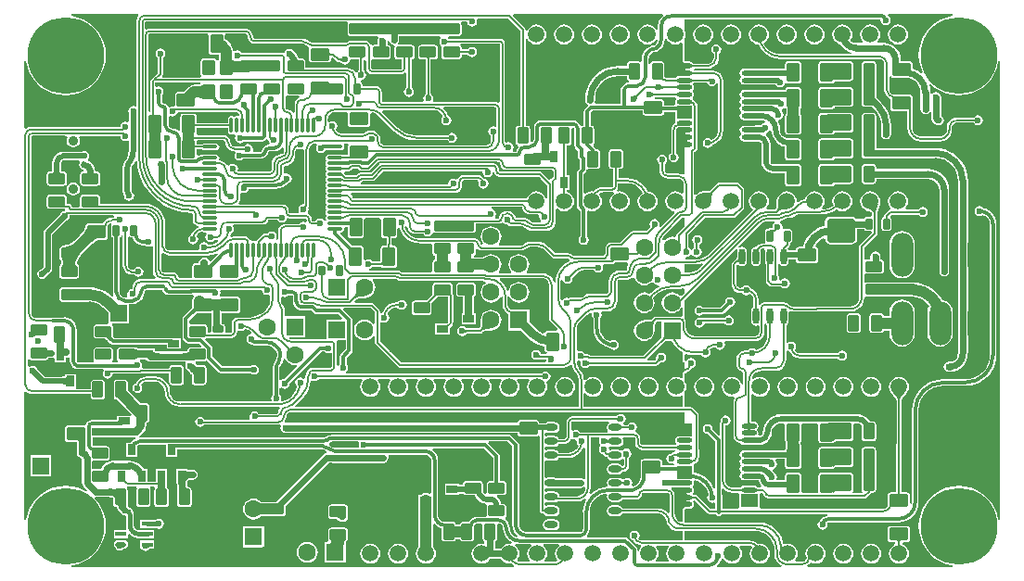
<source format=gbl>
G04 Layer_Physical_Order=2*
G04 Layer_Color=16711680*
%FSLAX44Y44*%
%MOMM*%
G71*
G01*
G75*
%ADD10C,0.3000*%
%ADD11C,0.1500*%
%ADD13C,0.7000*%
%ADD14C,0.6000*%
%ADD15C,0.5000*%
%ADD16C,0.4000*%
%ADD17C,1.0000*%
G04:AMPARAMS|DCode=19|XSize=1mm|YSize=1.5mm|CornerRadius=0.125mm|HoleSize=0mm|Usage=FLASHONLY|Rotation=90.000|XOffset=0mm|YOffset=0mm|HoleType=Round|Shape=RoundedRectangle|*
%AMROUNDEDRECTD19*
21,1,1.0000,1.2500,0,0,90.0*
21,1,0.7500,1.5000,0,0,90.0*
1,1,0.2500,0.6250,0.3750*
1,1,0.2500,0.6250,-0.3750*
1,1,0.2500,-0.6250,-0.3750*
1,1,0.2500,-0.6250,0.3750*
%
%ADD19ROUNDEDRECTD19*%
G04:AMPARAMS|DCode=21|XSize=0.6mm|YSize=1mm|CornerRadius=0.105mm|HoleSize=0mm|Usage=FLASHONLY|Rotation=0.000|XOffset=0mm|YOffset=0mm|HoleType=Round|Shape=RoundedRectangle|*
%AMROUNDEDRECTD21*
21,1,0.6000,0.7900,0,0,0.0*
21,1,0.3900,1.0000,0,0,0.0*
1,1,0.2100,0.1950,-0.3950*
1,1,0.2100,-0.1950,-0.3950*
1,1,0.2100,-0.1950,0.3950*
1,1,0.2100,0.1950,0.3950*
%
%ADD21ROUNDEDRECTD21*%
%ADD31O,1.2000X0.7000*%
G04:AMPARAMS|DCode=32|XSize=1.2mm|YSize=1.7mm|CornerRadius=0.12mm|HoleSize=0mm|Usage=FLASHONLY|Rotation=0.000|XOffset=0mm|YOffset=0mm|HoleType=Round|Shape=RoundedRectangle|*
%AMROUNDEDRECTD32*
21,1,1.2000,1.4600,0,0,0.0*
21,1,0.9600,1.7000,0,0,0.0*
1,1,0.2400,0.4800,-0.7300*
1,1,0.2400,-0.4800,-0.7300*
1,1,0.2400,-0.4800,0.7300*
1,1,0.2400,0.4800,0.7300*
%
%ADD32ROUNDEDRECTD32*%
%ADD33R,0.7000X1.0000*%
G04:AMPARAMS|DCode=36|XSize=1mm|YSize=1.5mm|CornerRadius=0.125mm|HoleSize=0mm|Usage=FLASHONLY|Rotation=180.000|XOffset=0mm|YOffset=0mm|HoleType=Round|Shape=RoundedRectangle|*
%AMROUNDEDRECTD36*
21,1,1.0000,1.2500,0,0,180.0*
21,1,0.7500,1.5000,0,0,180.0*
1,1,0.2500,-0.3750,0.6250*
1,1,0.2500,0.3750,0.6250*
1,1,0.2500,0.3750,-0.6250*
1,1,0.2500,-0.3750,-0.6250*
%
%ADD36ROUNDEDRECTD36*%
G04:AMPARAMS|DCode=37|XSize=2.2mm|YSize=2.6mm|CornerRadius=0.33mm|HoleSize=0mm|Usage=FLASHONLY|Rotation=270.000|XOffset=0mm|YOffset=0mm|HoleType=Round|Shape=RoundedRectangle|*
%AMROUNDEDRECTD37*
21,1,2.2000,1.9400,0,0,270.0*
21,1,1.5400,2.6000,0,0,270.0*
1,1,0.6600,-0.9700,-0.7700*
1,1,0.6600,-0.9700,0.7700*
1,1,0.6600,0.9700,0.7700*
1,1,0.6600,0.9700,-0.7700*
%
%ADD37ROUNDEDRECTD37*%
G04:AMPARAMS|DCode=38|XSize=0.6mm|YSize=1mm|CornerRadius=0.105mm|HoleSize=0mm|Usage=FLASHONLY|Rotation=90.000|XOffset=0mm|YOffset=0mm|HoleType=Round|Shape=RoundedRectangle|*
%AMROUNDEDRECTD38*
21,1,0.6000,0.7900,0,0,90.0*
21,1,0.3900,1.0000,0,0,90.0*
1,1,0.2100,0.3950,0.1950*
1,1,0.2100,0.3950,-0.1950*
1,1,0.2100,-0.3950,-0.1950*
1,1,0.2100,-0.3950,0.1950*
%
%ADD38ROUNDEDRECTD38*%
%ADD41R,1.0000X0.7000*%
G04:AMPARAMS|DCode=42|XSize=1.2mm|YSize=1.7mm|CornerRadius=0.12mm|HoleSize=0mm|Usage=FLASHONLY|Rotation=270.000|XOffset=0mm|YOffset=0mm|HoleType=Round|Shape=RoundedRectangle|*
%AMROUNDEDRECTD42*
21,1,1.2000,1.4600,0,0,270.0*
21,1,0.9600,1.7000,0,0,270.0*
1,1,0.2400,-0.7300,-0.4800*
1,1,0.2400,-0.7300,0.4800*
1,1,0.2400,0.7300,0.4800*
1,1,0.2400,0.7300,-0.4800*
%
%ADD42ROUNDEDRECTD42*%
%ADD47C,0.8000*%
%ADD60C,1.6000*%
%ADD61R,1.6000X1.6000*%
%ADD62C,7.0000*%
%ADD63C,1.5000*%
%ADD64C,0.9000*%
%ADD65O,2.0000X4.0000*%
%ADD66R,1.6000X1.6000*%
%ADD67C,0.6000*%
%ADD68C,0.7000*%
G04:AMPARAMS|DCode=69|XSize=0.6mm|YSize=0.9mm|CornerRadius=0.105mm|HoleSize=0mm|Usage=FLASHONLY|Rotation=0.000|XOffset=0mm|YOffset=0mm|HoleType=Round|Shape=RoundedRectangle|*
%AMROUNDEDRECTD69*
21,1,0.6000,0.6900,0,0,0.0*
21,1,0.3900,0.9000,0,0,0.0*
1,1,0.2100,0.1950,-0.3450*
1,1,0.2100,-0.1950,-0.3450*
1,1,0.2100,-0.1950,0.3450*
1,1,0.2100,0.1950,0.3450*
%
%ADD69ROUNDEDRECTD69*%
%ADD70O,1.4000X0.5000*%
%ADD71O,0.6000X1.4500*%
%ADD72O,1.0000X0.4500*%
%ADD73R,1.0000X0.4500*%
%ADD74O,1.2000X0.6000*%
%ADD75O,0.3000X1.4000*%
%ADD76O,1.4000X0.3000*%
G04:AMPARAMS|DCode=77|XSize=1.4mm|YSize=1.2mm|CornerRadius=0.12mm|HoleSize=0mm|Usage=FLASHONLY|Rotation=270.000|XOffset=0mm|YOffset=0mm|HoleType=Round|Shape=RoundedRectangle|*
%AMROUNDEDRECTD77*
21,1,1.4000,0.9600,0,0,270.0*
21,1,1.1600,1.2000,0,0,270.0*
1,1,0.2400,-0.4800,-0.5800*
1,1,0.2400,-0.4800,0.5800*
1,1,0.2400,0.4800,0.5800*
1,1,0.2400,0.4800,-0.5800*
%
%ADD77ROUNDEDRECTD77*%
%ADD78R,1.3000X1.1500*%
%ADD79R,1.4250X1.1500*%
%ADD80R,1.5250X1.1500*%
%ADD81R,1.4000X1.1500*%
%ADD82R,1.6500X1.0000*%
%ADD83R,1.8500X1.5000*%
%ADD84R,1.5250X1.5000*%
%ADD85R,1.4000X1.5000*%
%ADD86R,1.8250X1.5000*%
%ADD87R,1.6250X1.5000*%
%ADD88R,1.6500X1.5000*%
%ADD89R,1.5250X1.5000*%
%ADD90R,1.5750X1.5000*%
G36*
X849693Y506176D02*
X849523Y506162D01*
X843936Y504821D01*
X838628Y502622D01*
X833730Y499621D01*
X829361Y495889D01*
X825630Y491521D01*
X822628Y486622D01*
X820429Y481314D01*
X819088Y475728D01*
X818637Y470000D01*
X819088Y464273D01*
X820429Y458686D01*
X822153Y454525D01*
X820911Y453604D01*
X819200Y455007D01*
X815248Y457120D01*
X813053Y457786D01*
Y461800D01*
X812843Y462854D01*
X812246Y463747D01*
X811353Y464343D01*
X810300Y464553D01*
X802088D01*
Y466250D01*
X802057Y466408D01*
X801784Y469178D01*
X800930Y471993D01*
X799543Y474588D01*
X797676Y476862D01*
X795402Y478729D01*
X792807Y480116D01*
X789992Y480970D01*
X787222Y481243D01*
X787064Y481274D01*
X781230D01*
X781127Y481576D01*
X780879Y482774D01*
X782212Y484511D01*
X783119Y486701D01*
X783428Y489050D01*
X783119Y491400D01*
X782212Y493589D01*
X780769Y495469D01*
X778889Y496912D01*
X776700Y497818D01*
X774350Y498128D01*
X772001Y497818D01*
X769811Y496912D01*
X767931Y495469D01*
X766489Y493589D01*
X765582Y491400D01*
X765273Y489050D01*
X765582Y486701D01*
X766489Y484511D01*
X767822Y482774D01*
X767573Y481576D01*
X767471Y481274D01*
X761314D01*
X761230Y481257D01*
X759295Y481512D01*
X757412Y482292D01*
X755962Y483405D01*
X756812Y484511D01*
X757719Y486701D01*
X758028Y489050D01*
X757719Y491400D01*
X756812Y493589D01*
X755369Y495469D01*
X753489Y496912D01*
X751300Y497818D01*
X748950Y498128D01*
X746601Y497818D01*
X744411Y496912D01*
X742531Y495469D01*
X741089Y493589D01*
X740182Y491400D01*
X739873Y489050D01*
X740182Y486701D01*
X741089Y484511D01*
X742531Y482631D01*
X744411Y481189D01*
X746601Y480282D01*
X746900Y480243D01*
X747225Y479636D01*
X749332Y477068D01*
X751900Y474960D01*
X754830Y473394D01*
X757428Y472606D01*
X757206Y471106D01*
X692989D01*
X692977Y471104D01*
X689487Y471447D01*
X686120Y472469D01*
X683017Y474127D01*
X680297Y476359D01*
X678065Y479079D01*
X677148Y480795D01*
X677289Y481189D01*
X679169Y482631D01*
X680612Y484511D01*
X681519Y486701D01*
X681828Y489050D01*
X681519Y491400D01*
X680612Y493589D01*
X679169Y495469D01*
X677289Y496912D01*
X675100Y497818D01*
X672750Y498128D01*
X670401Y497818D01*
X668211Y496912D01*
X666331Y495469D01*
X664889Y493589D01*
X663982Y491400D01*
X663673Y489050D01*
X663982Y486701D01*
X664889Y484511D01*
X666331Y482631D01*
X668211Y481189D01*
X670401Y480282D01*
X672310Y480031D01*
X674200Y476496D01*
X677010Y473072D01*
X680434Y470261D01*
X684341Y468173D01*
X688580Y466887D01*
X692989Y466453D01*
Y466518D01*
X783225D01*
Y466513D01*
X784775Y466204D01*
X786089Y465326D01*
X786967Y464012D01*
X787276Y462462D01*
X787281D01*
Y438675D01*
X787244D01*
X787568Y436215D01*
X788517Y433922D01*
X790028Y431953D01*
X791997Y430442D01*
X792947Y430049D01*
Y421700D01*
X793157Y420647D01*
X793753Y419754D01*
X794646Y419157D01*
X795700Y418947D01*
X808456D01*
Y403873D01*
X808391D01*
X808825Y400578D01*
X810097Y397507D01*
X812120Y394870D01*
X814757Y392847D01*
X817828Y391575D01*
X821123Y391141D01*
Y391206D01*
X837826D01*
Y391154D01*
X840743Y391538D01*
X843461Y392664D01*
X845795Y394455D01*
X847586Y396789D01*
X848712Y399507D01*
X849096Y402424D01*
X849044D01*
Y404250D01*
X849046D01*
X849366Y405859D01*
X850277Y407223D01*
X851641Y408134D01*
X853250Y408454D01*
Y408456D01*
X868871D01*
X869506Y407506D01*
X870994Y406511D01*
X872750Y406162D01*
X874506Y406511D01*
X875994Y407506D01*
X876989Y408994D01*
X877338Y410750D01*
X876989Y412506D01*
X875994Y413994D01*
X874506Y414989D01*
X872750Y415338D01*
X870994Y414989D01*
X869506Y413994D01*
X868871Y413044D01*
X853250D01*
Y413076D01*
X850966Y412775D01*
X848837Y411893D01*
X847010Y410491D01*
X845607Y408663D01*
X844725Y406534D01*
X844425Y404250D01*
X844456D01*
Y402424D01*
X844429D01*
X844204Y400715D01*
X843545Y399122D01*
X842495Y397755D01*
X841128Y396705D01*
X839535Y396045D01*
X837826Y395821D01*
Y395794D01*
X821123D01*
Y395808D01*
X819036Y396083D01*
X817091Y396889D01*
X815420Y398170D01*
X814138Y399841D01*
X813333Y401786D01*
X813058Y403873D01*
X813044D01*
Y421656D01*
X813053Y421700D01*
Y431300D01*
X812843Y432354D01*
X812246Y433247D01*
X811353Y433843D01*
X810300Y434053D01*
X795700D01*
X795546Y434022D01*
X794878Y434155D01*
X793291Y435216D01*
X792230Y436803D01*
X791863Y438647D01*
X791869Y438675D01*
Y450516D01*
X793369Y450829D01*
X793753Y450253D01*
X794646Y449657D01*
X795700Y449447D01*
X808729D01*
X810056Y449272D01*
X813370Y447900D01*
X816216Y445716D01*
X818400Y442870D01*
X819772Y439556D01*
X820209Y436238D01*
X820162Y436000D01*
Y420750D01*
X820511Y418994D01*
X821506Y417506D01*
X822994Y416511D01*
X824750Y416162D01*
X826506Y416511D01*
X827994Y417506D01*
X828412Y418131D01*
X829912Y417676D01*
Y413250D01*
X829994Y412837D01*
X830180Y411423D01*
X830885Y409720D01*
X832008Y408258D01*
X833470Y407136D01*
X835173Y406430D01*
X836587Y406244D01*
X837000Y406162D01*
X838756Y406511D01*
X840244Y407506D01*
X841239Y408994D01*
X841588Y410750D01*
X841239Y412506D01*
X840244Y413994D01*
X839088Y414767D01*
Y431764D01*
X838739Y433520D01*
X837744Y435008D01*
X836256Y436003D01*
X834500Y436352D01*
X832744Y436003D01*
X831256Y435008D01*
X831224Y434961D01*
X829621Y435261D01*
X829360Y436000D01*
X829360D01*
X828921Y440460D01*
X828047Y443340D01*
X829361Y444111D01*
X833730Y440380D01*
X838628Y437378D01*
X843936Y435179D01*
X849523Y433838D01*
X855250Y433387D01*
X860978Y433838D01*
X866564Y435179D01*
X871872Y437378D01*
X876771Y440380D01*
X881140Y444111D01*
X884871Y448480D01*
X887873Y453378D01*
X890071Y458686D01*
X891412Y464273D01*
X891426Y464442D01*
X892926Y464384D01*
Y45617D01*
X891426Y45558D01*
X891412Y45728D01*
X890071Y51314D01*
X887873Y56622D01*
X884871Y61521D01*
X881140Y65889D01*
X876771Y69620D01*
X871872Y72622D01*
X866564Y74821D01*
X860978Y76162D01*
X855250Y76613D01*
X849523Y76162D01*
X843936Y74821D01*
X838628Y72622D01*
X833730Y69620D01*
X829361Y65889D01*
X825630Y61521D01*
X822628Y56622D01*
X820429Y51314D01*
X819088Y45728D01*
X818637Y40000D01*
X819088Y34272D01*
X820429Y28686D01*
X822628Y23378D01*
X825630Y18479D01*
X829361Y14111D01*
X833730Y10380D01*
X838628Y7378D01*
X843936Y5179D01*
X849523Y3838D01*
X849696Y3824D01*
X849637Y2324D01*
X717283D01*
X716936Y3694D01*
X716951Y3824D01*
X718634Y5116D01*
X719956Y6839D01*
X719967Y6865D01*
X722100Y5982D01*
X724450Y5672D01*
X726799Y5982D01*
X728989Y6888D01*
X730869Y8331D01*
X732311Y10211D01*
X733218Y12400D01*
X733528Y14750D01*
X733218Y17099D01*
X732311Y19289D01*
X730869Y21169D01*
X728989Y22611D01*
X726799Y23518D01*
X724450Y23828D01*
X722100Y23518D01*
X719911Y22611D01*
X718031Y21169D01*
X716589Y19289D01*
X715682Y17099D01*
X715372Y14750D01*
X715682Y12400D01*
X716385Y10703D01*
X716163Y9586D01*
X715362Y8388D01*
X714164Y7587D01*
X712750Y7306D01*
Y7294D01*
X706444D01*
X705824Y8794D01*
X706911Y10211D01*
X707818Y12400D01*
X708128Y14750D01*
X707818Y17099D01*
X706911Y19289D01*
X705469Y21169D01*
X703589Y22611D01*
X701399Y23518D01*
X699050Y23828D01*
X696700Y23518D01*
X696188Y23306D01*
X695524Y23667D01*
X694779Y24346D01*
X694682Y25337D01*
X693424Y29484D01*
X691381Y33306D01*
X688632Y36656D01*
X685282Y39405D01*
X681460Y41448D01*
X677313Y42706D01*
X673000Y43130D01*
Y43068D01*
X605000D01*
Y55212D01*
X606506Y55511D01*
X606746Y55672D01*
X609250D01*
X610811Y55982D01*
X612134Y56866D01*
X613018Y58189D01*
X613328Y59750D01*
X613018Y61311D01*
X612492Y62098D01*
X613159Y63477D01*
X614145Y63611D01*
X626110Y51646D01*
X626110Y51646D01*
X626854Y51149D01*
X627732Y50974D01*
X627732Y50974D01*
X633360D01*
X633364Y50951D01*
X634027Y49959D01*
X635019Y49296D01*
X636190Y49063D01*
X637360Y49296D01*
X638353Y49959D01*
X639016Y50951D01*
X639020Y50974D01*
X735396D01*
X735495Y49474D01*
X734031Y49281D01*
X731963Y48425D01*
X730188Y47062D01*
X728825Y45287D01*
X728733Y45065D01*
X727506Y44244D01*
X726511Y42756D01*
X726162Y41000D01*
X726511Y39244D01*
X727506Y37756D01*
X728994Y36761D01*
X730750Y36412D01*
X732506Y36761D01*
X733994Y37756D01*
X734989Y39244D01*
X735338Y41000D01*
X734989Y42756D01*
X736250Y43419D01*
Y43441D01*
X800500D01*
Y43413D01*
X804029Y43760D01*
X807422Y44790D01*
X810549Y46461D01*
X813289Y48710D01*
X815539Y51451D01*
X817210Y54578D01*
X818240Y57971D01*
X818587Y61500D01*
X818559D01*
Y145600D01*
X818532Y145733D01*
X818949Y149966D01*
X820223Y154165D01*
X822291Y158034D01*
X825074Y161426D01*
X828466Y164209D01*
X832335Y166277D01*
X836534Y167551D01*
X840767Y167968D01*
X840900Y167941D01*
X861100D01*
Y167912D01*
X865557Y168263D01*
X869903Y169307D01*
X874033Y171017D01*
X877845Y173353D01*
X881244Y176256D01*
X884147Y179655D01*
X886483Y183467D01*
X888194Y187597D01*
X889237Y191943D01*
X889588Y196400D01*
X889559D01*
Y315500D01*
X889574D01*
X889279Y318489D01*
X888408Y321364D01*
X886991Y324013D01*
X885086Y326335D01*
X882764Y328241D01*
X880114Y329657D01*
X877949Y330314D01*
X877494Y330994D01*
X876006Y331989D01*
X874250Y332338D01*
X872494Y331989D01*
X871006Y330994D01*
X870011Y329506D01*
X869662Y327750D01*
X870011Y325994D01*
X871006Y324506D01*
X872494Y323511D01*
X874250Y323162D01*
X876006Y323511D01*
X877056Y324213D01*
X878851Y323469D01*
X880757Y322006D01*
X882219Y320101D01*
X883138Y317882D01*
X883448Y315532D01*
X883441Y315500D01*
Y196400D01*
X883468Y196267D01*
X883051Y192034D01*
X881777Y187835D01*
X879709Y183966D01*
X876926Y180574D01*
X873534Y177791D01*
X869665Y175723D01*
X865466Y174449D01*
X861233Y174032D01*
X861100Y174059D01*
X840900D01*
Y174088D01*
X836443Y173737D01*
X832097Y172694D01*
X827967Y170983D01*
X824155Y168647D01*
X820756Y165744D01*
X817853Y162345D01*
X815517Y158533D01*
X813807Y154403D01*
X812763Y150056D01*
X812412Y145600D01*
X812441D01*
Y61500D01*
X812462Y61396D01*
X812259Y59854D01*
X812053Y59707D01*
X810553Y60477D01*
Y67800D01*
X810343Y68854D01*
X809747Y69747D01*
X808854Y70344D01*
X807800Y70553D01*
X802865D01*
X802794Y70712D01*
Y114387D01*
X802944Y115140D01*
Y154895D01*
X803016Y155030D01*
X803048Y155359D01*
X803122Y155635D01*
X803277Y156015D01*
X803525Y156482D01*
X803869Y157024D01*
X804291Y157606D01*
X806233Y159826D01*
X807051Y160649D01*
X807104Y160777D01*
X808511Y162611D01*
X809418Y164800D01*
X809727Y167150D01*
X809418Y169499D01*
X808511Y171689D01*
X807069Y173569D01*
X805189Y175011D01*
X802999Y175918D01*
X800650Y176227D01*
X798300Y175918D01*
X796111Y175011D01*
X794231Y173569D01*
X792788Y171689D01*
X791882Y169499D01*
X791572Y167150D01*
X791882Y164800D01*
X792788Y162611D01*
X794196Y160777D01*
X794249Y160649D01*
X795087Y159805D01*
X795805Y159040D01*
X796999Y157620D01*
X797431Y157025D01*
X797775Y156482D01*
X798023Y156015D01*
X798178Y155635D01*
X798252Y155358D01*
X798284Y155030D01*
X798356Y154895D01*
Y115743D01*
X798206Y114990D01*
Y70712D01*
X798135Y70553D01*
X793200D01*
X792147Y70344D01*
X791254Y69747D01*
X790657Y68854D01*
X790447Y67800D01*
Y58312D01*
X789850Y57418D01*
X787748Y56014D01*
X785372Y55541D01*
X785268Y55562D01*
X674548D01*
X673546Y57062D01*
X673624Y57250D01*
Y68750D01*
X673538Y68956D01*
X674541Y70456D01*
X676245D01*
X676584Y68753D01*
X677857Y66849D01*
X679761Y65576D01*
X682008Y65129D01*
Y65198D01*
X769567D01*
X770445Y65373D01*
X771189Y65870D01*
X774872Y69553D01*
X775369Y70297D01*
X775399Y70446D01*
X777000D01*
X778073Y70660D01*
X778982Y71267D01*
X779590Y72177D01*
X779804Y73250D01*
Y79483D01*
X779806Y79500D01*
Y103000D01*
X779804Y103017D01*
Y109250D01*
X779590Y110323D01*
X778982Y111233D01*
X778073Y111841D01*
X777000Y112054D01*
X769500D01*
X768427Y111841D01*
X767517Y111233D01*
X766909Y110323D01*
X766696Y109250D01*
Y103017D01*
X766694Y103000D01*
Y79500D01*
X766696Y79483D01*
Y73250D01*
X766909Y72177D01*
X767517Y71267D01*
X767035Y69786D01*
X758466D01*
X757983Y71267D01*
X758591Y72177D01*
X758804Y73250D01*
Y79483D01*
X758806Y79500D01*
X758804Y79517D01*
Y85750D01*
X758591Y86823D01*
X757983Y87733D01*
X757073Y88341D01*
X756000Y88554D01*
X751168D01*
X751000Y88624D01*
X737000D01*
X736829Y88553D01*
X729950D01*
X728897Y88343D01*
X728003Y87746D01*
X727407Y86853D01*
X727197Y85800D01*
Y71200D01*
X725981Y69786D01*
X713019D01*
X711803Y71200D01*
Y85800D01*
X711593Y86853D01*
X710996Y87746D01*
X710103Y88343D01*
X709050Y88553D01*
X699450D01*
X698396Y88343D01*
X697503Y87746D01*
X696907Y86853D01*
X696697Y85800D01*
Y81578D01*
X689768D01*
X689000Y82816D01*
X689006Y83078D01*
X689338Y84750D01*
X688989Y86506D01*
X688360Y87448D01*
X687994Y87994D01*
X687297Y88504D01*
X686220Y89548D01*
X685488Y90279D01*
X685982Y91907D01*
X686506Y92011D01*
X687994Y93006D01*
X688989Y94494D01*
X689338Y96250D01*
X688989Y98006D01*
X687994Y99494D01*
X687911Y99550D01*
X687818Y99672D01*
X688557Y101172D01*
X696697D01*
Y94700D01*
X696907Y93646D01*
X697503Y92753D01*
X698396Y92157D01*
X699450Y91947D01*
X709050D01*
X710103Y92157D01*
X710996Y92753D01*
X711593Y93646D01*
X711803Y94700D01*
Y109300D01*
X711732Y109653D01*
X711775Y109756D01*
X711654Y110049D01*
X711628Y110179D01*
X711610Y110470D01*
X711497Y110701D01*
X711403Y111011D01*
X711306Y111495D01*
X711024Y116295D01*
X711593Y117147D01*
X711803Y118200D01*
Y132800D01*
X713109Y133922D01*
X725891D01*
X727197Y132800D01*
Y118200D01*
X727407Y117147D01*
X728003Y116253D01*
X728897Y115657D01*
X729950Y115447D01*
X739550D01*
X740604Y115657D01*
X741248Y116087D01*
X741541Y116209D01*
X741585Y116314D01*
X741683Y116371D01*
X742222Y117075D01*
X742520Y117376D01*
X754500D01*
X754669Y117446D01*
X756000D01*
X757073Y117660D01*
X757983Y118268D01*
X758591Y119177D01*
X758804Y120250D01*
Y126483D01*
X758806Y126500D01*
X758804Y126517D01*
Y132750D01*
X760100Y133922D01*
X761750D01*
X761796Y133931D01*
X763675Y133683D01*
X765468Y132940D01*
X766696Y131998D01*
Y120250D01*
X766909Y119177D01*
X767517Y118268D01*
X768427Y117660D01*
X769500Y117446D01*
X777000D01*
X778073Y117660D01*
X778982Y118268D01*
X779590Y119177D01*
X779804Y120250D01*
Y132750D01*
X779590Y133823D01*
X778982Y134733D01*
X778073Y135341D01*
X777000Y135554D01*
X774371D01*
X772763Y137513D01*
X770403Y139450D01*
X768789Y140313D01*
X768567Y140461D01*
X768356Y140602D01*
X768184Y140636D01*
X767710Y140890D01*
X764789Y141776D01*
X761784Y142072D01*
X761750Y142078D01*
X693250D01*
Y142081D01*
X689966Y141758D01*
X686809Y140800D01*
X683899Y139244D01*
X681349Y137151D01*
X679256Y134601D01*
X677700Y131691D01*
X676742Y128534D01*
X676419Y125250D01*
X676419Y125250D01*
X676054Y123901D01*
X675571Y123179D01*
X674621Y122543D01*
X673519Y122324D01*
X673500Y122328D01*
X673109D01*
X672145Y123828D01*
X672328Y124750D01*
X672018Y126311D01*
X671134Y127634D01*
Y128366D01*
X672018Y129689D01*
X672328Y131250D01*
X672018Y132811D01*
X671134Y134134D01*
X669811Y135018D01*
X668250Y135328D01*
X666083D01*
X666012Y135487D01*
Y160071D01*
X667512Y160515D01*
X669111Y159289D01*
X671300Y158382D01*
X673650Y158072D01*
X675999Y158382D01*
X678189Y159289D01*
X680069Y160731D01*
X681511Y162611D01*
X682418Y164800D01*
X682728Y167150D01*
X682418Y169499D01*
X681511Y171689D01*
X680069Y173569D01*
X678189Y175011D01*
X675999Y175918D01*
X673650Y176227D01*
X671300Y175918D01*
X669111Y175011D01*
X667682Y173915D01*
X666268Y174673D01*
X666323Y175085D01*
X667214Y177237D01*
X668633Y179086D01*
X670481Y180504D01*
X672633Y181395D01*
X674943Y181699D01*
Y181706D01*
X687750D01*
Y181664D01*
X690360Y182007D01*
X692793Y183015D01*
X694882Y184618D01*
X696485Y186707D01*
X697493Y189139D01*
X697836Y191750D01*
X697794D01*
Y199649D01*
X698255Y199975D01*
X699294Y200313D01*
X700494Y199511D01*
X700926Y199425D01*
X701328Y198455D01*
X703011Y196261D01*
X705205Y194578D01*
X707759Y193520D01*
X710500Y193159D01*
Y193206D01*
X744871D01*
X745506Y192256D01*
X746994Y191261D01*
X748750Y190912D01*
X750506Y191261D01*
X751994Y192256D01*
X752989Y193744D01*
X753338Y195500D01*
X752989Y197256D01*
X751994Y198744D01*
X750506Y199739D01*
X748750Y200088D01*
X746994Y199739D01*
X745506Y198744D01*
X744871Y197794D01*
X710500D01*
X710419Y197778D01*
X708208Y198218D01*
X706266Y199516D01*
X705549Y200588D01*
X706489Y201994D01*
X706838Y203750D01*
X706489Y205506D01*
X705494Y206994D01*
X704006Y207989D01*
X702250Y208338D01*
X700494Y207989D01*
X699294Y207187D01*
X698255Y207525D01*
X697794Y207852D01*
Y223621D01*
X698744Y224256D01*
X699739Y225744D01*
X700088Y227500D01*
Y235193D01*
X701491Y236236D01*
X701869Y236079D01*
X705086Y235655D01*
Y235718D01*
X725460D01*
X726338Y235892D01*
X726453Y235970D01*
X756258D01*
Y235905D01*
X759542Y236338D01*
X762602Y237605D01*
X765230Y239622D01*
X767247Y242250D01*
X768514Y245310D01*
X768947Y248594D01*
X770063Y249519D01*
X770382Y249690D01*
X770427Y249660D01*
X771500Y249446D01*
X777733D01*
X777750Y249444D01*
X812850D01*
X812937Y249455D01*
X816530Y249102D01*
X820069Y248028D01*
X823330Y246285D01*
X826189Y243939D01*
X828376Y241273D01*
X828205Y241049D01*
X827046Y238252D01*
X826651Y235250D01*
Y215250D01*
X827046Y212248D01*
X828205Y209450D01*
X830048Y207048D01*
X832450Y205205D01*
X835248Y204046D01*
X838250Y203651D01*
X841252Y204046D01*
X844050Y205205D01*
X846452Y207048D01*
X848295Y209450D01*
X849454Y212248D01*
X849849Y215250D01*
Y235250D01*
X849454Y238252D01*
X848295Y241049D01*
X846452Y243452D01*
X844050Y245295D01*
X841252Y246454D01*
X840486Y246555D01*
X838737Y249408D01*
X835477Y253227D01*
X831658Y256488D01*
X827377Y259111D01*
X822738Y261033D01*
X817856Y262205D01*
X812850Y262599D01*
Y262556D01*
X777750D01*
X777733Y262554D01*
X771500D01*
X770427Y262341D01*
X770382Y262311D01*
X768882Y263112D01*
Y269888D01*
X770382Y270689D01*
X770427Y270659D01*
X771500Y270446D01*
X784000D01*
X785073Y270659D01*
X785982Y271267D01*
X786590Y272177D01*
X786804Y273250D01*
Y280750D01*
X786590Y281823D01*
X785982Y282733D01*
X785073Y283340D01*
X784000Y283554D01*
X783622D01*
Y286250D01*
X783273Y288006D01*
X782278Y289494D01*
X780790Y290489D01*
X779034Y290838D01*
X777278Y290489D01*
X775790Y289494D01*
X774795Y288006D01*
X774446Y286250D01*
Y283554D01*
X771500D01*
X770427Y283340D01*
X770382Y283310D01*
X768882Y284112D01*
Y294380D01*
X780148Y305646D01*
X780148Y305646D01*
X780645Y306390D01*
X780820Y307268D01*
Y326030D01*
X780838Y326053D01*
X783131Y334173D01*
X783127Y334212D01*
X783149Y334244D01*
X783128Y334374D01*
X783428Y336650D01*
X783119Y339000D01*
X782212Y341189D01*
X780769Y343069D01*
X778889Y344512D01*
X776700Y345419D01*
X774350Y345728D01*
X772001Y345419D01*
X769811Y344512D01*
X767931Y343069D01*
X766489Y341189D01*
X765582Y339000D01*
X765273Y336650D01*
X765582Y334301D01*
X766489Y332111D01*
X767931Y330231D01*
X769811Y328789D01*
X772001Y327882D01*
X772421Y327826D01*
X772601Y327697D01*
X772614Y327699D01*
X772624Y327692D01*
X773481Y327505D01*
X774177Y327300D01*
X774756Y327075D01*
X775216Y326840D01*
X775561Y326605D01*
X775802Y326382D01*
X775960Y326175D01*
X776061Y325973D01*
X776123Y325750D01*
X776158Y325340D01*
X776232Y325198D01*
Y323874D01*
X775200Y322550D01*
X771300D01*
X770305Y322352D01*
X769462Y321788D01*
X768898Y320945D01*
X768827Y320588D01*
X761293D01*
X760910Y321161D01*
X759323Y322221D01*
X757450Y322594D01*
X738050D01*
X736177Y322221D01*
X734589Y321161D01*
X733528Y319573D01*
X733156Y317700D01*
Y314318D01*
X730726Y313735D01*
X726727Y312078D01*
X723036Y309817D01*
X719744Y307006D01*
X716933Y303714D01*
X714672Y300023D01*
X713015Y296024D01*
X712782Y295053D01*
X709450D01*
X708397Y294844D01*
X707504Y294247D01*
X706907Y293354D01*
X706697Y292300D01*
Y291579D01*
X699874D01*
X699739Y292256D01*
X698744Y293744D01*
X698739Y293801D01*
X700372Y295434D01*
X700870Y296178D01*
X701044Y297056D01*
Y298291D01*
X701123Y298468D01*
X701125Y298534D01*
X701695Y298648D01*
X702539Y299211D01*
X703102Y300055D01*
X703300Y301050D01*
Y308950D01*
X703102Y309945D01*
X702539Y310788D01*
X701695Y311352D01*
X700700Y311550D01*
X696800D01*
X695805Y311352D01*
X695558Y311186D01*
X694208Y312089D01*
X694361Y312856D01*
X694011Y314612D01*
X693017Y316100D01*
X691693Y316985D01*
X691663Y317635D01*
X691885Y318523D01*
X693452Y318729D01*
X695437Y319552D01*
X697141Y320859D01*
X697141D01*
X698304Y321160D01*
X699803Y321162D01*
Y321162D01*
X702565Y321526D01*
X705139Y322592D01*
X707349Y324287D01*
X708717Y324606D01*
X728679D01*
Y324565D01*
X733018Y324906D01*
X737250Y325922D01*
X741271Y327588D01*
X743887Y329191D01*
X744411Y328789D01*
X746601Y327882D01*
X748950Y327573D01*
X751300Y327882D01*
X753489Y328789D01*
X755369Y330231D01*
X756812Y332111D01*
X757719Y334301D01*
X758028Y336650D01*
X757719Y339000D01*
X756812Y341189D01*
X755369Y343069D01*
X753489Y344512D01*
X751300Y345419D01*
X748950Y345728D01*
X746601Y345419D01*
X744411Y344512D01*
X742531Y343069D01*
X741089Y341189D01*
X740182Y339000D01*
X739873Y336650D01*
X740182Y334301D01*
X740846Y332698D01*
X737532Y330927D01*
X733193Y329610D01*
X731235Y329417D01*
X730441Y330847D01*
X731412Y332111D01*
X732319Y334301D01*
X732628Y336650D01*
X732319Y339000D01*
X731412Y341189D01*
X729969Y343069D01*
X728089Y344512D01*
X725900Y345419D01*
X723550Y345728D01*
X721201Y345419D01*
X719011Y344512D01*
X717131Y343069D01*
X715689Y341189D01*
X714782Y339000D01*
X714741Y338691D01*
X714506Y338668D01*
X711483Y337751D01*
X708697Y336262D01*
X708520Y336116D01*
X707187Y336963D01*
X706919Y339000D01*
X706012Y341189D01*
X704569Y343069D01*
X702689Y344512D01*
X700500Y345419D01*
X698150Y345728D01*
X695801Y345419D01*
X693611Y344512D01*
X691731Y343069D01*
X690289Y341189D01*
X689382Y339000D01*
X689080Y336707D01*
X689027Y336580D01*
X689024Y335391D01*
X688990Y334341D01*
X688830Y332492D01*
X688714Y331767D01*
X688574Y331140D01*
X688419Y330634D01*
X688260Y330256D01*
X688117Y330008D01*
X687907Y329753D01*
X687863Y329607D01*
X687450Y329194D01*
X680759D01*
Y329246D01*
X680127Y329184D01*
X679473Y330627D01*
X680612Y332111D01*
X681519Y334301D01*
X681828Y336650D01*
X681519Y339000D01*
X680612Y341189D01*
X679169Y343069D01*
X677289Y344512D01*
X675100Y345419D01*
X672750Y345728D01*
X670401Y345419D01*
X668211Y344512D01*
X666331Y343069D01*
X664889Y341189D01*
X663982Y339000D01*
X663673Y336650D01*
X663982Y334301D01*
X664889Y332111D01*
X666331Y330231D01*
X667102Y329640D01*
X667200Y328143D01*
X628170Y289113D01*
X628152Y289087D01*
X625281Y286730D01*
X621977Y284964D01*
X618393Y283877D01*
X614696Y283513D01*
X614665Y283519D01*
X605745D01*
X605504Y284410D01*
X606556Y285710D01*
X608070Y286011D01*
X609558Y287006D01*
X610292Y288104D01*
X611049Y288182D01*
X611704Y288127D01*
X611927Y288056D01*
X612786Y286770D01*
X614274Y285775D01*
X616030Y285426D01*
X617786Y285775D01*
X619274Y286770D01*
X620269Y288258D01*
X620618Y290014D01*
X620269Y291770D01*
X619274Y293258D01*
X618324Y293893D01*
Y296807D01*
X619744Y297756D01*
X620739Y299244D01*
X621088Y301000D01*
X620739Y302756D01*
X619744Y304244D01*
X618256Y305239D01*
X616500Y305588D01*
X614744Y305239D01*
X613256Y304244D01*
X612261Y302756D01*
X611912Y301000D01*
X612261Y299244D01*
X613256Y297756D01*
X613736Y297435D01*
Y293893D01*
X612786Y293258D01*
X612052Y292160D01*
X611295Y292082D01*
X610640Y292138D01*
X610418Y292208D01*
X609637Y293377D01*
X609578Y293524D01*
X609351Y293758D01*
X609181Y293952D01*
X609039Y294134D01*
X608927Y294300D01*
X608840Y294450D01*
X608777Y294583D01*
X608734Y294698D01*
X608708Y294796D01*
X608694Y294880D01*
X608685Y295043D01*
X608608Y295204D01*
Y306614D01*
X623600Y321606D01*
X650124D01*
X651002Y321781D01*
X651746Y322278D01*
X658736Y329268D01*
X659233Y330012D01*
X659408Y330890D01*
Y347400D01*
X659233Y348278D01*
X658736Y349022D01*
X654926Y352832D01*
X654182Y353329D01*
X653304Y353504D01*
X636510D01*
X635632Y353329D01*
X634888Y352832D01*
X634888Y352832D01*
X628994Y346938D01*
X628847Y346893D01*
X628592Y346684D01*
X628344Y346540D01*
X627966Y346382D01*
X627461Y346226D01*
X626834Y346086D01*
X626124Y345973D01*
X623181Y345777D01*
X622020Y345773D01*
X621893Y345720D01*
X619601Y345419D01*
X617411Y344512D01*
X615531Y343069D01*
X615188Y342622D01*
X613688Y343131D01*
Y381448D01*
X614006Y381511D01*
X615494Y382506D01*
X616489Y383994D01*
X616838Y385750D01*
X616794D01*
Y422500D01*
X616815D01*
X616557Y424458D01*
X615801Y426282D01*
X614599Y427849D01*
X613076Y429018D01*
X613018Y429311D01*
X612629Y429893D01*
X612257Y431000D01*
X612629Y432107D01*
X613018Y432690D01*
X613328Y434250D01*
X613018Y435811D01*
X612134Y437134D01*
Y437866D01*
X613018Y439189D01*
X613328Y440750D01*
X613018Y442311D01*
X612416Y443211D01*
X612395Y443611D01*
X613151Y444877D01*
X613332Y444956D01*
X624671D01*
X624693Y444938D01*
X624848Y444956D01*
X624884D01*
X625044Y444879D01*
X625211Y444869D01*
X625270Y444859D01*
X625321Y444843D01*
X625372Y444820D01*
X625431Y444784D01*
X625502Y444729D01*
X625586Y444649D01*
X625682Y444537D01*
X625787Y444390D01*
X625927Y444158D01*
X626193Y443963D01*
X626692Y443216D01*
X628180Y442221D01*
X629936Y441872D01*
X631692Y442221D01*
X633180Y443216D01*
X634175Y444704D01*
X634206Y444861D01*
X635706Y444714D01*
Y401750D01*
X635706Y401750D01*
X635376Y399238D01*
X634406Y396897D01*
X632863Y394887D01*
X630853Y393344D01*
X629410Y392747D01*
X629244Y392994D01*
X627756Y393989D01*
X626000Y394338D01*
X624244Y393989D01*
X622756Y392994D01*
X621761Y391506D01*
X621412Y389750D01*
X621761Y387994D01*
X622756Y386506D01*
X624244Y385511D01*
X626000Y385162D01*
X627756Y385511D01*
X629244Y386506D01*
X630239Y387994D01*
X630258Y388090D01*
X633187Y389303D01*
X636163Y391587D01*
X638447Y394564D01*
X639883Y398030D01*
X640373Y401750D01*
X640294D01*
Y447000D01*
X640328D01*
X640018Y449349D01*
X639112Y451539D01*
X637669Y453419D01*
X635789Y454861D01*
X633600Y455768D01*
X631250Y456077D01*
Y456044D01*
X613836D01*
X613285Y457000D01*
X613836Y457956D01*
X626000D01*
Y457912D01*
X628676Y458264D01*
X631169Y459297D01*
X633310Y460940D01*
X634953Y463081D01*
X635986Y465574D01*
X636338Y468250D01*
X636294D01*
Y471371D01*
X637244Y472006D01*
X638239Y473494D01*
X638588Y475250D01*
X638239Y477006D01*
X637244Y478494D01*
X635756Y479489D01*
X634000Y479838D01*
X632244Y479489D01*
X630756Y478494D01*
X629761Y477006D01*
X629412Y475250D01*
X629761Y473494D01*
X630756Y472006D01*
X631706Y471371D01*
Y468250D01*
X631720Y468181D01*
X631297Y466056D01*
X630054Y464196D01*
X628194Y462953D01*
X626069Y462531D01*
X626000Y462544D01*
X612528D01*
X612134Y463134D01*
X610811Y464018D01*
X609250Y464328D01*
X605000D01*
Y485932D01*
X605319Y486701D01*
X605628Y489050D01*
X605319Y491400D01*
X605000Y492169D01*
Y502837D01*
X783430D01*
X783912Y502250D01*
X784261Y500494D01*
X785256Y499006D01*
X786744Y498011D01*
X788500Y497662D01*
X790256Y498011D01*
X791744Y499006D01*
X792739Y500494D01*
X793088Y502250D01*
X792739Y504006D01*
X791744Y505494D01*
X790725Y506176D01*
X791180Y507676D01*
X849634D01*
X849693Y506176D01*
D02*
G37*
G36*
X455206Y492724D02*
Y405963D01*
X455135Y405804D01*
X453750D01*
X452677Y405591D01*
X451767Y404983D01*
X451160Y404073D01*
X450946Y403000D01*
Y390500D01*
X451160Y389427D01*
X451767Y388517D01*
X452464Y388052D01*
X452471Y388045D01*
X452787Y387241D01*
X452937Y386329D01*
X452230Y385409D01*
X451450Y383523D01*
X451230Y381855D01*
X448640D01*
X447895Y383355D01*
X448489Y384244D01*
X448838Y386000D01*
X448489Y387756D01*
X447494Y389244D01*
X446006Y390239D01*
X444250Y390588D01*
X442494Y390239D01*
X440995Y391041D01*
X440988Y391076D01*
X440968D01*
Y480500D01*
X441013D01*
X440661Y482268D01*
X439659Y483767D01*
X438160Y484769D01*
X436392Y485121D01*
Y485076D01*
X389972D01*
X389259Y486007D01*
X389895Y487444D01*
X392250D01*
X392267Y487446D01*
X398500D01*
X399573Y487660D01*
X400482Y488268D01*
X401090Y489177D01*
X401304Y490250D01*
Y497750D01*
X401090Y498823D01*
X400734Y499356D01*
X401209Y500623D01*
X401399Y500856D01*
X404959D01*
X405050Y500874D01*
X406411Y500596D01*
X406749Y498897D01*
X407744Y497409D01*
X409232Y496414D01*
X410988Y496065D01*
X412744Y496414D01*
X414232Y497409D01*
X415227Y498897D01*
X415576Y500653D01*
X415237Y502356D01*
X415205Y502624D01*
X416012Y503856D01*
X444074D01*
X455206Y492724D01*
D02*
G37*
G36*
X585115Y506176D02*
X584184Y505462D01*
X582265Y502960D01*
X581058Y500047D01*
X580647Y496921D01*
X580691D01*
Y493454D01*
X579191Y493156D01*
X579012Y493589D01*
X577569Y495469D01*
X575689Y496912D01*
X573500Y497818D01*
X571150Y498128D01*
X568801Y497818D01*
X566611Y496912D01*
X564731Y495469D01*
X563289Y493589D01*
X562382Y491400D01*
X562073Y489050D01*
X562382Y486701D01*
X563289Y484511D01*
X564731Y482631D01*
X566611Y481189D01*
X568801Y480282D01*
X571150Y479973D01*
X573500Y480282D01*
X575689Y481189D01*
X577569Y482631D01*
X578656Y484048D01*
X580238Y483736D01*
X580369Y483021D01*
X579754Y481534D01*
X578652Y480098D01*
X577584Y479279D01*
X575393Y478990D01*
X572301Y477710D01*
X569646Y475672D01*
X567608Y473017D01*
X566327Y469925D01*
X565890Y466606D01*
X565941D01*
Y464592D01*
X565489Y464270D01*
X564441Y463927D01*
X563823Y464340D01*
X562750Y464554D01*
X555250D01*
X554177Y464340D01*
X553267Y463732D01*
X552659Y462823D01*
X552446Y461750D01*
Y460088D01*
X544150D01*
Y460092D01*
X539458Y459723D01*
X534882Y458624D01*
X530534Y456823D01*
X526521Y454364D01*
X522942Y451308D01*
X519886Y447729D01*
X517426Y443716D01*
X515625Y439368D01*
X514527Y434792D01*
X514157Y430100D01*
X514162D01*
Y429250D01*
X514511Y427494D01*
X515506Y426006D01*
X516257Y425504D01*
X516552Y423723D01*
X516529Y423655D01*
X513837Y420963D01*
X513174Y419971D01*
X512941Y418800D01*
X512942Y418800D01*
Y405804D01*
X512250D01*
X511177Y405591D01*
X509640Y406367D01*
X509520Y406658D01*
X508277Y408277D01*
X506658Y409520D01*
X504773Y410300D01*
X502750Y410567D01*
Y410559D01*
X473750D01*
Y410622D01*
X471312Y410137D01*
X469244Y408756D01*
X467863Y406689D01*
X467378Y404250D01*
X467441D01*
Y393740D01*
X467450Y393697D01*
X467120Y392038D01*
X466353Y390890D01*
X465409Y390678D01*
X464054Y391745D01*
Y403000D01*
X463840Y404073D01*
X463233Y404983D01*
X462323Y405591D01*
X461250Y405804D01*
X459865D01*
X459794Y405963D01*
Y485166D01*
X461294Y485464D01*
X461689Y484511D01*
X463131Y482631D01*
X465011Y481189D01*
X467201Y480282D01*
X469550Y479973D01*
X471900Y480282D01*
X474089Y481189D01*
X475969Y482631D01*
X477412Y484511D01*
X478319Y486701D01*
X478628Y489050D01*
X478319Y491400D01*
X477412Y493589D01*
X475969Y495469D01*
X474089Y496912D01*
X471900Y497818D01*
X469550Y498128D01*
X467201Y497818D01*
X465011Y496912D01*
X463131Y495469D01*
X461689Y493589D01*
X461294Y492636D01*
X459794Y492934D01*
Y493674D01*
X459619Y494552D01*
X459122Y495296D01*
X459122Y495296D01*
X448128Y506290D01*
X448702Y507676D01*
X584606D01*
X585115Y506176D01*
D02*
G37*
G36*
X297291Y500623D02*
X297766Y499356D01*
X297410Y498823D01*
X297196Y497750D01*
Y490250D01*
X297410Y489177D01*
X298018Y488268D01*
X298927Y487660D01*
X300000Y487446D01*
X306233D01*
X306250Y487444D01*
X324420D01*
X325221Y485944D01*
X324777Y485279D01*
X324428Y483524D01*
Y479554D01*
X321500D01*
X320427Y479340D01*
X320309Y479262D01*
X318680Y479787D01*
X318653Y479822D01*
X317420Y481666D01*
X315543Y482921D01*
X313329Y483361D01*
Y483294D01*
X300681D01*
Y483376D01*
X298178Y482878D01*
X296593Y481819D01*
X295275Y481557D01*
Y481544D01*
X264871D01*
Y481573D01*
X264121Y481722D01*
X262902Y482402D01*
X262902Y482402D01*
X260811Y484007D01*
X258376Y485015D01*
X255763Y485359D01*
Y485317D01*
X239406D01*
X239165Y485269D01*
X212449D01*
Y485321D01*
X211836Y485443D01*
X211316Y485791D01*
X211096Y486119D01*
X210810Y487500D01*
X210810D01*
X210572Y489309D01*
X209873Y490995D01*
X208762Y492443D01*
X207315Y493553D01*
X205629Y494252D01*
X203820Y494490D01*
Y494474D01*
X116475D01*
Y494537D01*
X114341Y494113D01*
X113867Y493796D01*
X112544Y494503D01*
Y500154D01*
X112576D01*
X112772Y500628D01*
X113245Y500824D01*
Y500856D01*
X297101D01*
X297291Y500623D01*
D02*
G37*
G36*
X399728Y474357D02*
X399774Y474230D01*
X399851Y474117D01*
X399958Y474020D01*
X400095Y473937D01*
X400264Y473870D01*
X400463Y473817D01*
X400692Y473780D01*
X400952Y473757D01*
X401243Y473750D01*
Y472250D01*
X400952Y472242D01*
X400692Y472220D01*
X400463Y472182D01*
X400264Y472130D01*
X400095Y472062D01*
X399958Y471980D01*
X399851Y471882D01*
X399774Y471770D01*
X399728Y471642D01*
X399713Y471500D01*
Y474500D01*
X399728Y474357D01*
D02*
G37*
G36*
X408846Y470900D02*
X408582Y471156D01*
X408059Y471588D01*
X407800Y471764D01*
X407543Y471912D01*
X407288Y472034D01*
X407034Y472128D01*
X406782Y472196D01*
X406532Y472236D01*
X406283Y472250D01*
Y473750D01*
X406532Y473763D01*
X406782Y473804D01*
X407034Y473871D01*
X407288Y473966D01*
X407543Y474087D01*
X407800Y474236D01*
X408059Y474411D01*
X408320Y474614D01*
X408582Y474843D01*
X408846Y475100D01*
Y470900D01*
D02*
G37*
G36*
X280727Y472357D02*
X280773Y472230D01*
X280850Y472117D01*
X280957Y472020D01*
X281095Y471937D01*
X281263Y471870D01*
X281462Y471817D01*
X281692Y471780D01*
X281952Y471758D01*
X282243Y471750D01*
Y470250D01*
X281952Y470242D01*
X281692Y470220D01*
X281462Y470182D01*
X281263Y470130D01*
X281095Y470062D01*
X280957Y469980D01*
X280850Y469882D01*
X280773Y469770D01*
X280727Y469642D01*
X280712Y469500D01*
Y472500D01*
X280727Y472357D01*
D02*
G37*
G36*
X372214Y468022D02*
X372086Y467976D01*
X371973Y467899D01*
X371876Y467792D01*
X371794Y467654D01*
X371726Y467486D01*
X371674Y467287D01*
X371636Y467057D01*
X371614Y466797D01*
X371606Y466507D01*
X370106D01*
X370098Y466797D01*
X370076Y467057D01*
X370038Y467287D01*
X369986Y467486D01*
X369919Y467654D01*
X369836Y467792D01*
X369739Y467899D01*
X369626Y467976D01*
X369498Y468022D01*
X369356Y468037D01*
X372356D01*
X372214Y468022D01*
D02*
G37*
G36*
X354688D02*
X354560Y467976D01*
X354448Y467899D01*
X354350Y467792D01*
X354268Y467654D01*
X354200Y467486D01*
X354147Y467287D01*
X354110Y467057D01*
X354087Y466797D01*
X354080Y466507D01*
X352580D01*
X352573Y466797D01*
X352550Y467057D01*
X352513Y467287D01*
X352460Y467486D01*
X352393Y467654D01*
X352310Y467792D01*
X352212Y467899D01*
X352100Y467976D01*
X351973Y468022D01*
X351830Y468037D01*
X354830D01*
X354688Y468022D01*
D02*
G37*
G36*
X350608D02*
X350480Y467976D01*
X350368Y467899D01*
X350270Y467792D01*
X350188Y467654D01*
X350120Y467486D01*
X350068Y467287D01*
X350030Y467057D01*
X350008Y466797D01*
X350000Y466507D01*
X348500D01*
X348493Y466797D01*
X348470Y467057D01*
X348433Y467287D01*
X348380Y467486D01*
X348313Y467654D01*
X348230Y467792D01*
X348133Y467899D01*
X348020Y467976D01*
X347893Y468022D01*
X347750Y468037D01*
X350750D01*
X350608Y468022D01*
D02*
G37*
G36*
X311123D02*
X310995Y467976D01*
X310883Y467899D01*
X310785Y467792D01*
X310703Y467654D01*
X310635Y467486D01*
X310583Y467287D01*
X310545Y467057D01*
X310523Y466797D01*
X310515Y466507D01*
X309015D01*
X309008Y466797D01*
X308985Y467057D01*
X308948Y467287D01*
X308895Y467486D01*
X308828Y467654D01*
X308745Y467792D01*
X308648Y467899D01*
X308535Y467976D01*
X308408Y468022D01*
X308265Y468037D01*
X311265D01*
X311123Y468022D01*
D02*
G37*
G36*
X335375Y482084D02*
X336370Y480596D01*
X337858Y479601D01*
X339614Y479252D01*
X340454Y477890D01*
X340410Y477823D01*
X340196Y476750D01*
Y469250D01*
X340410Y468177D01*
X341018Y467267D01*
X341927Y466660D01*
X343000Y466446D01*
X346885D01*
X346956Y466287D01*
Y458525D01*
X346957Y458519D01*
X346626Y457720D01*
X345827Y457389D01*
X345821Y457390D01*
X320183D01*
X320177Y457389D01*
X319378Y457720D01*
X319047Y458519D01*
X319048Y458525D01*
Y465777D01*
X320361Y466617D01*
X320548Y466636D01*
X321500Y466446D01*
X334000D01*
X335073Y466660D01*
X335983Y467267D01*
X336591Y468177D01*
X336804Y469250D01*
Y476750D01*
X336591Y477823D01*
X335983Y478733D01*
X335073Y479340D01*
X334000Y479554D01*
X333604D01*
Y483298D01*
X335104Y483446D01*
X335375Y482084D01*
D02*
G37*
G36*
X169595Y489606D02*
X170314Y488386D01*
X170197Y487800D01*
Y473200D01*
X170407Y472147D01*
X171003Y471254D01*
X171896Y470657D01*
X172950Y470447D01*
X180194D01*
Y466374D01*
X180004Y466247D01*
X179573Y465603D01*
X178776Y465469D01*
X178724D01*
X177927Y465603D01*
X177497Y466247D01*
X176604Y466843D01*
X175550Y467053D01*
X165950D01*
X164897Y466843D01*
X164004Y466247D01*
X163407Y465354D01*
X163197Y464300D01*
Y452700D01*
X163407Y451647D01*
X163659Y451270D01*
X162981Y449770D01*
X128498D01*
X127924Y451156D01*
X128122Y451354D01*
X128619Y452098D01*
X128794Y452976D01*
X128794Y452976D01*
Y467871D01*
X129744Y468506D01*
X130739Y469994D01*
X131088Y471750D01*
X130739Y473506D01*
X129744Y474994D01*
X128256Y475989D01*
X126500Y476338D01*
X124744Y475989D01*
X123256Y474994D01*
X122261Y473506D01*
X121912Y471750D01*
X122261Y469994D01*
X123256Y468506D01*
X124206Y467871D01*
Y453926D01*
X117878Y447598D01*
X117381Y446854D01*
X117206Y445976D01*
Y418571D01*
X117049Y418500D01*
X115549Y419466D01*
Y488960D01*
X115562D01*
X115830Y489605D01*
X116475Y489873D01*
Y489886D01*
X169292D01*
X169595Y489606D01*
D02*
G37*
G36*
X292872Y463923D02*
X292608Y464179D01*
X292086Y464611D01*
X291827Y464787D01*
X291570Y464935D01*
X291314Y465057D01*
X291061Y465151D01*
X290809Y465219D01*
X290558Y465259D01*
X290310Y465273D01*
Y466773D01*
X290558Y466786D01*
X290809Y466827D01*
X291061Y466894D01*
X291314Y466989D01*
X291570Y467110D01*
X291827Y467259D01*
X292086Y467434D01*
X292346Y467637D01*
X292608Y467866D01*
X292872Y468123D01*
Y463923D01*
D02*
G37*
G36*
X203820Y489848D02*
X204719Y489669D01*
X205480Y489160D01*
X205989Y488399D01*
X205995Y488369D01*
X206129Y486924D01*
X206129D01*
X206610Y484505D01*
X207980Y482455D01*
X210030Y481085D01*
X212449Y480604D01*
Y480681D01*
X239358D01*
X239599Y480729D01*
X255763D01*
X255819Y480740D01*
X257863Y480334D01*
X258455Y479938D01*
X259614Y479114D01*
X259614Y479114D01*
X261154Y477933D01*
X262213Y477494D01*
X262407Y476853D01*
X262197Y475800D01*
Y466200D01*
X262407Y465146D01*
X263004Y464253D01*
X263897Y463657D01*
X264950Y463447D01*
X279550D01*
X280604Y463657D01*
X281497Y464253D01*
X282094Y465146D01*
X282303Y466200D01*
Y467417D01*
X283803Y468039D01*
X287441Y464401D01*
X287441Y464401D01*
X288185Y463903D01*
X289063Y463729D01*
X290061D01*
X290222Y463652D01*
X290384Y463643D01*
X290468Y463629D01*
X290566Y463603D01*
X290681Y463560D01*
X290814Y463497D01*
X290964Y463410D01*
X291110Y463311D01*
X291523Y462970D01*
X291740Y462759D01*
X291887Y462700D01*
X293259Y461784D01*
X295014Y461435D01*
X296770Y461784D01*
X298259Y462778D01*
X299253Y464267D01*
X299406Y465035D01*
X299853Y466096D01*
X301048Y466446D01*
X307400D01*
X307471Y466287D01*
Y456726D01*
X307394Y456565D01*
X307385Y456402D01*
X307372Y456318D01*
X307345Y456220D01*
X307302Y456105D01*
X307239Y455973D01*
X307153Y455822D01*
X307053Y455676D01*
X306712Y455263D01*
X306501Y455046D01*
X306443Y454899D01*
X306306Y454694D01*
X304492Y454681D01*
X303597Y455847D01*
X301665Y457330D01*
X299415Y458262D01*
X297000Y458580D01*
Y458544D01*
X258804D01*
Y464250D01*
X258590Y465323D01*
X257982Y466233D01*
X257073Y466841D01*
X256000Y467054D01*
X253051D01*
X252993Y467244D01*
X251365Y470290D01*
X249194Y472935D01*
X249176Y472963D01*
X247621Y474517D01*
X246133Y475512D01*
X244377Y475861D01*
X242621Y475512D01*
X241133Y474517D01*
X240138Y473029D01*
X239999Y472330D01*
X239297Y472039D01*
X237727Y472352D01*
Y472317D01*
X200639D01*
X200004Y473267D01*
X198515Y474262D01*
X196760Y474611D01*
X195004Y474262D01*
X194588Y473984D01*
X193430Y474395D01*
X192974Y474710D01*
X192686Y475658D01*
X192645Y475969D01*
X192446Y476449D01*
X192140Y477460D01*
X190700Y480153D01*
X188763Y482513D01*
X186403Y484450D01*
X185303Y485038D01*
Y487800D01*
X185186Y488386D01*
X185905Y489606D01*
X186208Y489886D01*
X203820D01*
Y489848D01*
D02*
G37*
G36*
X310529Y456228D02*
X310569Y455978D01*
X310637Y455726D01*
X310731Y455472D01*
X310853Y455217D01*
X311001Y454960D01*
X311177Y454701D01*
X311379Y454440D01*
X311609Y454178D01*
X311865Y453914D01*
X307665D01*
X307922Y454178D01*
X308354Y454701D01*
X308529Y454960D01*
X308678Y455217D01*
X308799Y455472D01*
X308894Y455726D01*
X308961Y455978D01*
X309002Y456228D01*
X309015Y456477D01*
X310515D01*
X310529Y456228D01*
D02*
G37*
G36*
X588689Y484511D02*
X590131Y482631D01*
X592011Y481189D01*
X594201Y480282D01*
X596550Y479973D01*
X598900Y480282D01*
X601089Y481189D01*
X601876Y481793D01*
X603376Y481053D01*
Y464328D01*
X603852Y463181D01*
X605000Y462705D01*
Y457768D01*
X605500D01*
X605500Y457763D01*
X606250D01*
X606107Y457747D01*
X605980Y457701D01*
X605867Y457625D01*
X605770Y457518D01*
X605687Y457380D01*
X605620Y457212D01*
X605567Y457013D01*
X605565Y457000D01*
X605567Y456987D01*
X605620Y456788D01*
X605687Y456620D01*
X605770Y456482D01*
X605867Y456375D01*
X605980Y456298D01*
X606107Y456253D01*
X606250Y456237D01*
X605500D01*
X605500Y456232D01*
X605000D01*
Y451328D01*
X600250D01*
X598689Y451018D01*
X597366Y450134D01*
X596972Y449544D01*
X588250D01*
X588169Y449528D01*
X586554Y449849D01*
Y461750D01*
X586340Y462823D01*
X585733Y463732D01*
X584823Y464340D01*
X583750Y464554D01*
X576250D01*
X575177Y464340D01*
X574268Y463732D01*
X573660Y462823D01*
X573559Y462315D01*
X572059Y462463D01*
Y466606D01*
X572070D01*
X572296Y468325D01*
X572960Y469927D01*
X574015Y471302D01*
X575391Y472358D01*
X576992Y473021D01*
X578711Y473247D01*
Y473259D01*
X579882Y473492D01*
X580252Y473622D01*
X580306Y473644D01*
X581401Y474485D01*
X583022Y475728D01*
X585106Y478444D01*
X586415Y481606D01*
X586862Y485000D01*
X588194Y485406D01*
X588309Y485429D01*
X588689Y484511D01*
D02*
G37*
G36*
X611212Y448594D02*
X611269Y448469D01*
X611366Y448359D01*
X611501Y448264D01*
X611674Y448183D01*
X611886Y448117D01*
X612136Y448066D01*
X612425Y448029D01*
X612753Y448007D01*
X613119Y448000D01*
Y446500D01*
X612753Y446493D01*
X612136Y446434D01*
X611886Y446383D01*
X611674Y446317D01*
X611501Y446236D01*
X611366Y446141D01*
X611269Y446031D01*
X611212Y445906D01*
X611192Y445767D01*
Y448733D01*
X611212Y448594D01*
D02*
G37*
G36*
X627316Y444998D02*
X627144Y445284D01*
X626961Y445539D01*
X626768Y445764D01*
X626565Y445959D01*
X626352Y446124D01*
X626129Y446260D01*
X625896Y446365D01*
X625653Y446440D01*
X625400Y446485D01*
X625136Y446500D01*
X625561Y448000D01*
X625782Y448010D01*
X626016Y448042D01*
X626266Y448094D01*
X626530Y448168D01*
X626809Y448262D01*
X627410Y448515D01*
X627733Y448672D01*
X628422Y449050D01*
X627316Y444998D01*
D02*
G37*
G36*
X598307Y439267D02*
X598288Y439406D01*
X598230Y439531D01*
X598134Y439641D01*
X597999Y439736D01*
X597826Y439817D01*
X597614Y439883D01*
X597364Y439934D01*
X597075Y439971D01*
X596747Y439993D01*
X596381Y440000D01*
Y441500D01*
X596747Y441507D01*
X597364Y441566D01*
X597614Y441617D01*
X597826Y441683D01*
X597999Y441764D01*
X598134Y441859D01*
X598230Y441969D01*
X598288Y442094D01*
X598307Y442233D01*
Y439267D01*
D02*
G37*
G36*
X354094Y441010D02*
X354134Y440760D01*
X354202Y440508D01*
X354296Y440254D01*
X354417Y439999D01*
X354566Y439742D01*
X354742Y439483D01*
X354944Y439222D01*
X355173Y438960D01*
X355430Y438696D01*
X351230D01*
X351487Y438960D01*
X351918Y439483D01*
X352094Y439742D01*
X352243Y439999D01*
X352364Y440254D01*
X352458Y440508D01*
X352526Y440760D01*
X352566Y441010D01*
X352580Y441259D01*
X354080D01*
X354094Y441010D01*
D02*
G37*
G36*
X583828Y442594D02*
X584351Y442162D01*
X584609Y441986D01*
X584867Y441838D01*
X585122Y441716D01*
X585376Y441622D01*
X585628Y441554D01*
X585878Y441514D01*
X586127Y441500D01*
Y440000D01*
X585878Y439987D01*
X585628Y439946D01*
X585376Y439879D01*
X585122Y439784D01*
X584867Y439663D01*
X584609Y439514D01*
X584351Y439339D01*
X584090Y439136D01*
X583828Y438907D01*
X583564Y438650D01*
Y442850D01*
X583828Y442594D01*
D02*
G37*
G36*
X579280Y438650D02*
X579016Y438907D01*
X578493Y439339D01*
X578234Y439514D01*
X577977Y439663D01*
X577722Y439784D01*
X577468Y439879D01*
X577216Y439946D01*
X576966Y439987D01*
X576717Y440000D01*
Y441500D01*
X576966Y441514D01*
X577216Y441554D01*
X577468Y441622D01*
X577722Y441716D01*
X577977Y441838D01*
X578234Y441986D01*
X578493Y442162D01*
X578754Y442364D01*
X579016Y442594D01*
X579280Y442850D01*
Y438650D01*
D02*
G37*
G36*
X106442Y507081D02*
X106690Y506176D01*
X105772Y504980D01*
X105077Y503301D01*
X104840Y501500D01*
X104855D01*
Y424178D01*
X103772Y423599D01*
X103355Y423519D01*
X101750Y423838D01*
X99994Y423489D01*
X98506Y422494D01*
X97511Y421006D01*
X97162Y419250D01*
X97511Y417494D01*
X97672Y417254D01*
Y409768D01*
X96434Y409000D01*
X96172Y409006D01*
X94500Y409338D01*
X92744Y408989D01*
X91256Y407994D01*
X90261Y406506D01*
X89912Y404750D01*
X89743Y404544D01*
X8145D01*
X8145Y404561D01*
X7895Y404544D01*
X7663Y404498D01*
X6291Y404317D01*
X4564Y403602D01*
X3824Y403034D01*
X2324Y403774D01*
Y464389D01*
X3824Y464448D01*
X3838Y464273D01*
X5179Y458686D01*
X7378Y453378D01*
X10380Y448480D01*
X14111Y444111D01*
X18480Y440380D01*
X23378Y437378D01*
X28686Y435179D01*
X34273Y433838D01*
X40000Y433387D01*
X45728Y433838D01*
X51314Y435179D01*
X56622Y437378D01*
X61521Y440380D01*
X65889Y444111D01*
X69621Y448480D01*
X72622Y453378D01*
X74821Y458686D01*
X76162Y464273D01*
X76613Y470000D01*
X76162Y475728D01*
X74821Y481314D01*
X72622Y486622D01*
X69621Y491521D01*
X65889Y495889D01*
X61521Y499621D01*
X56622Y502622D01*
X51314Y504821D01*
X45728Y506162D01*
X45557Y506176D01*
X45616Y507676D01*
X106049D01*
X106442Y507081D01*
D02*
G37*
G36*
X598307Y432767D02*
X598288Y432906D01*
X598230Y433031D01*
X598134Y433141D01*
X597999Y433236D01*
X597826Y433317D01*
X597614Y433383D01*
X597364Y433434D01*
X597075Y433471D01*
X596747Y433493D01*
X596381Y433500D01*
Y435000D01*
X596747Y435008D01*
X597364Y435066D01*
X597614Y435117D01*
X597826Y435183D01*
X597999Y435264D01*
X598134Y435359D01*
X598230Y435469D01*
X598288Y435594D01*
X598307Y435733D01*
Y432767D01*
D02*
G37*
G36*
X371619Y434914D02*
X371660Y434664D01*
X371727Y434412D01*
X371822Y434158D01*
X371944Y433903D01*
X372092Y433646D01*
X372267Y433387D01*
X372470Y433126D01*
X372700Y432864D01*
X372956Y432600D01*
X368756D01*
X369012Y432864D01*
X369445Y433387D01*
X369620Y433646D01*
X369768Y433903D01*
X369890Y434158D01*
X369985Y434412D01*
X370052Y434664D01*
X370093Y434914D01*
X370106Y435163D01*
X371606D01*
X371619Y434914D01*
D02*
G37*
G36*
X575047Y436034D02*
X575611Y435625D01*
X575886Y435460D01*
X576155Y435319D01*
X576418Y435204D01*
X576676Y435115D01*
X576929Y435051D01*
X577177Y435013D01*
X577419Y435000D01*
X577542Y433500D01*
X577288Y433486D01*
X577036Y433444D01*
X576786Y433373D01*
X576537Y433274D01*
X576291Y433148D01*
X576046Y432992D01*
X575804Y432809D01*
X575563Y432597D01*
X575324Y432357D01*
X575087Y432089D01*
X574756Y436276D01*
X575047Y436034D01*
D02*
G37*
G36*
X213665Y434701D02*
X213473Y434495D01*
X213303Y434251D01*
X213157Y433970D01*
X213032Y433652D01*
X212931Y433297D01*
X212852Y432905D01*
X212795Y432476D01*
X212761Y432010D01*
X212750Y431507D01*
X209750D01*
X209735Y432098D01*
X209690Y432626D01*
X209615Y433089D01*
X209510Y433489D01*
X209375Y433824D01*
X209210Y434095D01*
X209015Y434301D01*
X208790Y434444D01*
X208535Y434523D01*
X208250Y434537D01*
X213879Y434871D01*
X213665Y434701D01*
D02*
G37*
G36*
X562257Y432838D02*
X562091Y432653D01*
X561942Y432447D01*
X561812Y432221D01*
X561699Y431975D01*
X561605Y431709D01*
X561528Y431422D01*
X561469Y431115D01*
X561428Y430788D01*
X561405Y430440D01*
X561400Y430072D01*
X558430Y433042D01*
X558798Y433047D01*
X559473Y433111D01*
X559780Y433170D01*
X560067Y433247D01*
X560333Y433341D01*
X560579Y433454D01*
X560805Y433584D01*
X561011Y433733D01*
X561196Y433899D01*
X562257Y432838D01*
D02*
G37*
G36*
X165107Y429857D02*
X164831Y430169D01*
X164442Y430448D01*
X163939Y430695D01*
X163323Y430909D01*
X162594Y431089D01*
X161752Y431237D01*
X160796Y431352D01*
X158545Y431484D01*
X157250Y431500D01*
Y441500D01*
X158545Y441517D01*
X161752Y441763D01*
X162594Y441911D01*
X163323Y442092D01*
X163939Y442305D01*
X164442Y442552D01*
X164831Y442831D01*
X165107Y443143D01*
Y429857D01*
D02*
G37*
G36*
X382193Y486395D02*
X382289Y485944D01*
X381349Y484538D01*
X381000Y482782D01*
X381349Y481026D01*
X382344Y479538D01*
X382625Y479349D01*
X383410Y477823D01*
X383196Y476750D01*
Y469250D01*
X383410Y468177D01*
X384017Y467267D01*
X384927Y466660D01*
X386000Y466446D01*
X398500D01*
X399573Y466660D01*
X400482Y467267D01*
X401090Y468177D01*
X401304Y469250D01*
Y470635D01*
X401463Y470706D01*
X406034D01*
X406195Y470629D01*
X406358Y470620D01*
X406442Y470606D01*
X406540Y470580D01*
X406655Y470537D01*
X406787Y470474D01*
X406937Y470387D01*
X407084Y470288D01*
X407497Y469947D01*
X407714Y469736D01*
X407861Y469677D01*
X409232Y468761D01*
X410988Y468412D01*
X412744Y468761D01*
X414232Y469756D01*
X415227Y471244D01*
X415576Y473000D01*
X415227Y474756D01*
X414232Y476244D01*
X412744Y477239D01*
X410988Y477588D01*
X409232Y477239D01*
X407861Y476323D01*
X407714Y476264D01*
X407480Y476037D01*
X407286Y475867D01*
X407104Y475726D01*
X406938Y475613D01*
X406787Y475526D01*
X406655Y475462D01*
X406540Y475420D01*
X406442Y475393D01*
X406358Y475380D01*
X406195Y475371D01*
X406034Y475294D01*
X401463D01*
X401304Y475365D01*
Y476750D01*
X401090Y477823D01*
X400482Y478733D01*
X400100Y478988D01*
X400555Y480488D01*
X436294D01*
X436319Y480427D01*
X436380Y480402D01*
Y427239D01*
X434880Y426437D01*
X434026Y427008D01*
X431562Y427498D01*
Y427418D01*
X375781D01*
X375624Y427713D01*
X375138Y428918D01*
X375444Y430458D01*
X375095Y432214D01*
X374179Y433585D01*
X374120Y433732D01*
X373893Y433966D01*
X373723Y434160D01*
X373582Y434342D01*
X373469Y434508D01*
X373382Y434659D01*
X373319Y434791D01*
X373276Y434906D01*
X373250Y435004D01*
X373236Y435088D01*
X373227Y435251D01*
X373150Y435412D01*
Y466287D01*
X373221Y466446D01*
X377000D01*
X378073Y466660D01*
X378983Y467267D01*
X379590Y468177D01*
X379804Y469250D01*
Y476750D01*
X379590Y477823D01*
X378983Y478733D01*
X378073Y479340D01*
X377000Y479554D01*
X364500D01*
X363427Y479340D01*
X362517Y478733D01*
X361909Y477823D01*
X361696Y476750D01*
Y469250D01*
X361909Y468177D01*
X362517Y467267D01*
X363427Y466660D01*
X364500Y466446D01*
X368491D01*
X368562Y466287D01*
Y435412D01*
X368485Y435251D01*
X368476Y435088D01*
X368462Y435004D01*
X368436Y434906D01*
X368393Y434791D01*
X368330Y434659D01*
X368243Y434509D01*
X368144Y434362D01*
X367803Y433949D01*
X367592Y433732D01*
X367533Y433585D01*
X366617Y432214D01*
X366268Y430458D01*
X366574Y428918D01*
X366088Y427713D01*
X365931Y427418D01*
X328794D01*
Y436000D01*
X328863D01*
X328416Y438243D01*
X327146Y440145D01*
X325244Y441416D01*
X323000Y441862D01*
Y441794D01*
X310800D01*
Y443450D01*
X310602Y444445D01*
X310039Y445288D01*
X309195Y445852D01*
X309667Y447203D01*
X309765Y447184D01*
X311521Y447533D01*
X313009Y448528D01*
X314004Y450016D01*
X314353Y451772D01*
X314004Y453528D01*
X313088Y454899D01*
X313029Y455046D01*
X312802Y455280D01*
X312632Y455474D01*
X312491Y455656D01*
X312378Y455822D01*
X312291Y455973D01*
X312228Y456105D01*
X312185Y456220D01*
X312159Y456318D01*
X312145Y456402D01*
X312136Y456565D01*
X312059Y456726D01*
Y465409D01*
X313102Y465929D01*
X314460Y465081D01*
Y458525D01*
X314393D01*
X314834Y456309D01*
X316089Y454431D01*
X317967Y453176D01*
X320183Y452735D01*
Y452802D01*
X345821D01*
Y452735D01*
X348037Y453176D01*
X349536Y454177D01*
X351036Y453613D01*
Y441508D01*
X350959Y441347D01*
X350950Y441184D01*
X350936Y441100D01*
X350910Y441002D01*
X350867Y440887D01*
X350804Y440755D01*
X350718Y440605D01*
X350618Y440458D01*
X350277Y440045D01*
X350066Y439828D01*
X350007Y439681D01*
X349091Y438310D01*
X348742Y436554D01*
X349091Y434798D01*
X350086Y433310D01*
X351574Y432315D01*
X353330Y431966D01*
X355086Y432315D01*
X356574Y433310D01*
X357569Y434798D01*
X357918Y436554D01*
X357569Y438310D01*
X356653Y439681D01*
X356594Y439828D01*
X356367Y440062D01*
X356197Y440256D01*
X356055Y440438D01*
X355943Y440604D01*
X355856Y440755D01*
X355793Y440887D01*
X355750Y441002D01*
X355724Y441100D01*
X355710Y441184D01*
X355701Y441347D01*
X355624Y441508D01*
Y466287D01*
X355703Y466465D01*
X355704Y466487D01*
X356573Y466660D01*
X357483Y467267D01*
X358091Y468177D01*
X358304Y469250D01*
Y476750D01*
X358091Y477823D01*
X357483Y478733D01*
X356573Y479340D01*
X355500Y479554D01*
X343829D01*
X343764Y479623D01*
X343164Y481054D01*
X343853Y482084D01*
X344202Y483840D01*
Y487444D01*
X381766D01*
X382193Y486395D01*
D02*
G37*
G36*
X226970Y427000D02*
X226799Y426990D01*
X226620Y426956D01*
X226435Y426898D01*
X226244Y426817D01*
X226045Y426712D01*
X225840Y426583D01*
X225628Y426430D01*
X225409Y426254D01*
X224951Y425829D01*
X222829Y427951D01*
X223053Y428183D01*
X223430Y428628D01*
X223583Y428840D01*
X223712Y429045D01*
X223817Y429244D01*
X223898Y429435D01*
X223956Y429620D01*
X223990Y429799D01*
X224000Y429970D01*
X226970Y427000D01*
D02*
G37*
G36*
X544150Y450912D02*
X552446D01*
Y449250D01*
X552659Y448177D01*
X553267Y447267D01*
X554177Y446659D01*
X554264Y445113D01*
X554250Y445067D01*
X552227Y444800D01*
X550341Y444020D01*
X548723Y442777D01*
X547480Y441158D01*
X546699Y439273D01*
X546433Y437250D01*
X546441D01*
Y425559D01*
X523500D01*
X522698Y427059D01*
X522989Y427494D01*
X523338Y429250D01*
Y430100D01*
X523297Y430307D01*
X523678Y434172D01*
X524865Y438088D01*
X526794Y441697D01*
X529390Y444860D01*
X532553Y447455D01*
X536162Y449384D01*
X540078Y450572D01*
X543943Y450953D01*
X544150Y450912D01*
D02*
G37*
G36*
X596686Y431313D02*
X597105Y430611D01*
X597104Y430587D01*
X596871Y429893D01*
X596482Y429311D01*
X596171Y427750D01*
X596482Y426189D01*
X596834Y425662D01*
X596765Y425435D01*
X595934Y424309D01*
X586553D01*
Y427300D01*
X586343Y428354D01*
X585747Y429247D01*
X584854Y429843D01*
X583800Y430053D01*
X578365D01*
X578176Y430200D01*
X578023Y430392D01*
X577698Y431553D01*
X578185Y431956D01*
X596085D01*
X596686Y431313D01*
D02*
G37*
G36*
X162953Y443682D02*
X162861Y443650D01*
X162258Y443500D01*
X161549Y443376D01*
X158473Y443139D01*
X157229Y443124D01*
X156994Y443022D01*
X155553Y442833D01*
X153972Y442178D01*
X152614Y441136D01*
X148031Y436553D01*
X142450D01*
X141397Y436343D01*
X140503Y435747D01*
X139907Y434854D01*
X139697Y433800D01*
Y424491D01*
X139109Y423772D01*
X138361Y423227D01*
X137684Y423362D01*
X135928Y423013D01*
X135093Y422455D01*
X133449Y423030D01*
X133446Y423048D01*
X132285Y424785D01*
X130548Y425945D01*
X128500Y426353D01*
X127809Y427566D01*
Y433632D01*
X127994Y433756D01*
X128989Y435244D01*
X129338Y437000D01*
X128989Y438756D01*
X127994Y440244D01*
X126506Y441239D01*
X124750Y441588D01*
X123294Y441298D01*
X121794Y442104D01*
Y445026D01*
X121950Y445182D01*
X162701D01*
X162953Y443682D01*
D02*
G37*
G36*
X233093Y421194D02*
X232661Y420671D01*
X232486Y420412D01*
X232337Y420155D01*
X232216Y419900D01*
X232122Y419646D01*
X232054Y419394D01*
X232013Y419144D01*
X232000Y418895D01*
X230500D01*
X230487Y419144D01*
X230446Y419394D01*
X230378Y419646D01*
X230284Y419900D01*
X230163Y420155D01*
X230014Y420412D01*
X229839Y420671D01*
X229636Y420932D01*
X229407Y421194D01*
X229150Y421458D01*
X233350D01*
X233093Y421194D01*
D02*
G37*
G36*
X242427Y433159D02*
X243500Y432946D01*
X244947D01*
X245012Y432933D01*
X245076Y432946D01*
X252959D01*
X253106Y431446D01*
X252811Y431387D01*
X250744Y430006D01*
X249363Y427939D01*
X248878Y425500D01*
X248956D01*
Y417952D01*
X247456Y417497D01*
X246771Y418521D01*
X244722Y419891D01*
X242305Y420371D01*
Y420371D01*
X241086Y421051D01*
X240805Y421729D01*
X240816Y421783D01*
Y432432D01*
X242316Y433233D01*
X242427Y433159D01*
D02*
G37*
G36*
X195500Y418439D02*
X196816Y418177D01*
X197932Y417432D01*
X198677Y416316D01*
X198913Y415133D01*
X198715Y414888D01*
X197456Y414302D01*
X197420Y414326D01*
X196250Y414559D01*
X195079Y414326D01*
X194868Y414185D01*
X193750Y413784D01*
X192632Y414185D01*
X192421Y414326D01*
X191250Y414559D01*
X190079Y414326D01*
X189087Y413663D01*
X188424Y412670D01*
X188191Y411500D01*
Y408294D01*
X159803D01*
Y414050D01*
X159593Y415103D01*
X158996Y415996D01*
X158103Y416593D01*
X157050Y416803D01*
X147450D01*
X146396Y416593D01*
X145503Y415996D01*
X144907Y415103D01*
X144697Y414050D01*
Y401605D01*
X143197Y400908D01*
X141913Y401893D01*
X139784Y402775D01*
X137500Y403075D01*
Y403075D01*
X136107Y403333D01*
X136086Y403337D01*
X134888Y404138D01*
X134087Y405336D01*
X133807Y406743D01*
X133809Y406750D01*
Y414147D01*
X135309Y414949D01*
X135928Y414535D01*
X137684Y414186D01*
X139440Y414535D01*
X140928Y415530D01*
X141923Y417018D01*
X142209Y418456D01*
X195500D01*
Y418439D01*
D02*
G37*
G36*
X232006Y414020D02*
X232025Y413780D01*
X232057Y413546D01*
X232101Y413318D01*
X232159Y413096D01*
X232228Y412880D01*
X232311Y412669D01*
X232406Y412465D01*
X232514Y412266D01*
X232634Y412073D01*
X229866D01*
X229986Y412266D01*
X230094Y412465D01*
X230189Y412669D01*
X230272Y412880D01*
X230341Y413096D01*
X230399Y413318D01*
X230443Y413546D01*
X230475Y413780D01*
X230494Y414020D01*
X230500Y414266D01*
X232000D01*
X232006Y414020D01*
D02*
G37*
G36*
X269032Y410273D02*
X268835Y410554D01*
X268631Y410805D01*
X268420Y411026D01*
X268202Y411218D01*
X267977Y411381D01*
X267745Y411514D01*
X267742Y411515D01*
X267690Y411480D01*
X267620Y411382D01*
X267601Y411270D01*
X267634Y411143D01*
X267718Y411000D01*
X267203Y411701D01*
X267007Y411735D01*
X266747Y411750D01*
X266838Y412197D01*
X266250Y412998D01*
X266048Y413046D01*
X265949Y413089D01*
X265952Y413127D01*
X266058Y413159D01*
X266267Y413187D01*
X266578Y413210D01*
X267048Y413218D01*
X267055Y413250D01*
X267285Y413261D01*
X267526Y413296D01*
X267778Y413353D01*
X268041Y413433D01*
X268315Y413536D01*
X268599Y413661D01*
X269202Y413981D01*
X269520Y414176D01*
X269849Y414393D01*
X269032Y410273D01*
D02*
G37*
G36*
X431562Y422780D02*
X432220Y422649D01*
X432778Y422276D01*
X433151Y421718D01*
X433282Y421060D01*
X433332D01*
Y405411D01*
X433037Y405253D01*
X431832Y404768D01*
X430292Y405074D01*
X428536Y404725D01*
X427048Y403730D01*
X426053Y402242D01*
X425704Y400486D01*
X426053Y398730D01*
X427048Y397242D01*
X427998Y396607D01*
Y391785D01*
X427991D01*
X427691Y390278D01*
X426837Y389000D01*
X425560Y388147D01*
X424053Y387847D01*
Y387840D01*
X353997D01*
X353997Y387840D01*
X330954D01*
Y387843D01*
X329363Y388159D01*
X328015Y389061D01*
X327113Y390409D01*
X327003Y390965D01*
X326838Y392397D01*
X326794Y393878D01*
Y395675D01*
X326794Y395675D01*
X326619Y396553D01*
X326122Y397297D01*
X324869Y398550D01*
X323839Y399641D01*
X323852Y399662D01*
X321970Y400920D01*
X319750Y401361D01*
Y401294D01*
X318121D01*
Y401314D01*
X316197Y401060D01*
X314404Y400317D01*
X312864Y399136D01*
X312849Y399151D01*
X312131Y398671D01*
X311284Y398503D01*
Y398462D01*
X292616D01*
Y398487D01*
X290860Y398718D01*
X289224Y399396D01*
X287819Y400474D01*
X287588Y400776D01*
X286758Y402025D01*
X287753Y403514D01*
X288102Y405270D01*
X287753Y407026D01*
X286758Y408514D01*
X285270Y409509D01*
X283514Y409858D01*
X281758Y409509D01*
X280670Y408782D01*
X279351Y409293D01*
X279170Y409446D01*
Y411281D01*
X279194D01*
X279429Y413067D01*
X280119Y414732D01*
X281215Y416161D01*
X282645Y417258D01*
X284309Y417947D01*
X286095Y418182D01*
Y418206D01*
X296398D01*
X297697Y417050D01*
Y407450D01*
X297907Y406397D01*
X298504Y405504D01*
X299397Y404907D01*
X300450Y404697D01*
X315050D01*
X316104Y404907D01*
X316997Y405504D01*
X317593Y406397D01*
X317803Y407450D01*
Y416595D01*
X318607Y417572D01*
X319158Y417930D01*
X320395Y417767D01*
X323762Y416372D01*
X326565Y414221D01*
X326628Y414128D01*
X339234Y401522D01*
X340265Y400432D01*
X340265Y400432D01*
X343574Y397606D01*
X347285Y395331D01*
X351306Y393666D01*
X355538Y392650D01*
X359877Y392309D01*
Y392350D01*
X388821D01*
X389456Y391400D01*
X390944Y390405D01*
X392700Y390056D01*
X394456Y390405D01*
X395944Y391400D01*
X396939Y392888D01*
X397288Y394644D01*
X396939Y396400D01*
X395944Y397888D01*
X394456Y398883D01*
X392700Y399232D01*
X390944Y398883D01*
X389456Y397888D01*
X388821Y396938D01*
X359877D01*
X359781Y396919D01*
X355364Y397354D01*
X351024Y398671D01*
X347024Y400808D01*
X344647Y402760D01*
X343539Y403706D01*
X342499Y404745D01*
X329872Y417372D01*
X329904Y417404D01*
X328776Y418330D01*
X329313Y419830D01*
X376126D01*
Y419825D01*
X378475Y419515D01*
X380663Y418609D01*
X382543Y417167D01*
X383876Y415429D01*
X384256Y413994D01*
X383261Y412506D01*
X382912Y410750D01*
X383261Y408994D01*
X384256Y407506D01*
X385744Y406511D01*
X387500Y406162D01*
X389256Y406511D01*
X390744Y407506D01*
X391739Y408994D01*
X392088Y410750D01*
X391739Y412506D01*
X390744Y413994D01*
X389256Y414989D01*
X389104Y415019D01*
X388027Y417621D01*
X385843Y420467D01*
X384718Y421330D01*
X385227Y422830D01*
X431562D01*
Y422780D01*
D02*
G37*
G36*
X458257Y405453D02*
X458280Y405193D01*
X458317Y404963D01*
X458370Y404764D01*
X458438Y404596D01*
X458520Y404458D01*
X458618Y404351D01*
X458730Y404274D01*
X458857Y404228D01*
X459000Y404213D01*
X456000D01*
X456143Y404228D01*
X456270Y404274D01*
X456382Y404351D01*
X456480Y404458D01*
X456562Y404596D01*
X456630Y404764D01*
X456683Y404963D01*
X456720Y405193D01*
X456743Y405453D01*
X456750Y405744D01*
X458250D01*
X458257Y405453D01*
D02*
G37*
G36*
X201280Y396255D02*
X201431Y396153D01*
X201602Y396063D01*
X201795Y395985D01*
X202010Y395919D01*
X202246Y395865D01*
X202504Y395823D01*
X202784Y395793D01*
X203408Y395769D01*
Y392769D01*
X203085Y392763D01*
X202504Y392715D01*
X202246Y392673D01*
X202010Y392619D01*
X201795Y392553D01*
X201602Y392475D01*
X201431Y392385D01*
X201280Y392283D01*
X201152Y392169D01*
Y396369D01*
X201280Y396255D01*
D02*
G37*
G36*
X496357Y389272D02*
X496230Y389226D01*
X496118Y389150D01*
X496020Y389042D01*
X495938Y388905D01*
X495870Y388736D01*
X495817Y388537D01*
X495780Y388308D01*
X495757Y388047D01*
X495750Y387757D01*
X494250D01*
X494243Y388047D01*
X494220Y388308D01*
X494183Y388537D01*
X494130Y388736D01*
X494062Y388905D01*
X493980Y389042D01*
X493882Y389150D01*
X493770Y389226D01*
X493643Y389272D01*
X493500Y389287D01*
X496500D01*
X496357Y389272D01*
D02*
G37*
G36*
X274420Y388045D02*
X274497Y388035D01*
X274750Y388020D01*
X276304Y388000D01*
X278051Y385000D01*
X277727Y384993D01*
X277432Y384970D01*
X277164Y384931D01*
X276924Y384878D01*
X276713Y384809D01*
X276530Y384724D01*
X276375Y384624D01*
X276248Y384509D01*
X276150Y384379D01*
X276079Y384233D01*
X274376Y388055D01*
X274420Y388045D01*
D02*
G37*
G36*
X184946Y392198D02*
X185674Y391000D01*
D01*
X185975Y388716D01*
X186857Y386587D01*
X188259Y384759D01*
X190087Y383357D01*
X192216Y382475D01*
X194030Y382236D01*
X194721Y381144D01*
X194812Y380706D01*
X194511Y380256D01*
X194162Y378500D01*
X194511Y376744D01*
X195506Y375256D01*
X196994Y374261D01*
X198750Y373912D01*
X200506Y374261D01*
X201994Y375256D01*
X202118Y375441D01*
X218101D01*
Y375440D01*
X219921Y375680D01*
X221617Y376382D01*
X223074Y377499D01*
X224191Y378956D01*
X224412Y379489D01*
X224579Y379738D01*
X224637Y380033D01*
X224893Y380652D01*
X224994Y381418D01*
X225330Y381920D01*
X225867Y382279D01*
X226500Y382405D01*
Y382441D01*
X230985D01*
Y382429D01*
X233143Y382713D01*
X235153Y383545D01*
X236880Y384870D01*
X237456Y385621D01*
X238956Y385112D01*
Y381601D01*
X238911D01*
X238759Y380838D01*
X238327Y380191D01*
X237680Y379758D01*
X236917Y379607D01*
Y379593D01*
X234657Y379295D01*
X232552Y378423D01*
X230744Y377035D01*
X229356Y375227D01*
X228484Y373121D01*
X228186Y370862D01*
X228217D01*
Y366944D01*
X228165Y365453D01*
X228165Y365452D01*
X227638Y364274D01*
X226458Y363649D01*
X226154Y363588D01*
Y363544D01*
X199418D01*
X198000Y363571D01*
X196989Y364744D01*
X197338Y366500D01*
X196989Y368256D01*
X195994Y369744D01*
X194506Y370739D01*
X192750Y371088D01*
X190994Y370739D01*
X189506Y369744D01*
X189201Y369288D01*
X187508Y369455D01*
X187390Y369741D01*
X186093Y371431D01*
X184404Y372727D01*
X182437Y373542D01*
X180827Y373754D01*
X180126Y374888D01*
X180052Y375294D01*
X180076Y375330D01*
X180309Y376500D01*
X180076Y377671D01*
X179413Y378663D01*
X178421Y379326D01*
X177250Y379559D01*
X167239D01*
Y379573D01*
X166250Y379559D01*
X165415Y379393D01*
X164309Y379284D01*
X161491Y378429D01*
X161089Y378215D01*
X159803Y378986D01*
Y384206D01*
X164283D01*
X165079Y383674D01*
X166250Y383442D01*
X177250D01*
X178421Y383674D01*
X179413Y384337D01*
X180076Y385330D01*
X180309Y386500D01*
X180076Y387671D01*
X179413Y388663D01*
X178421Y389326D01*
X177250Y389559D01*
X166250D01*
X165079Y389326D01*
X164283Y388794D01*
X159803D01*
Y391800D01*
X160341Y392456D01*
X184250D01*
X184299Y392466D01*
X184946Y392198D01*
D02*
G37*
G36*
X188191Y400500D02*
X188424Y399329D01*
X189087Y398337D01*
X190079Y397674D01*
X191250Y397441D01*
X192421Y397674D01*
X192632Y397815D01*
X193039Y397961D01*
X194208Y397404D01*
X194771Y396025D01*
X194422Y394269D01*
X194771Y392513D01*
X195765Y391025D01*
X197254Y390030D01*
X199010Y389681D01*
X200765Y390030D01*
X202063Y390897D01*
X202181Y390938D01*
X202194Y390941D01*
X202199Y390944D01*
X202230Y390955D01*
X202274Y390994D01*
X202285Y391000D01*
X202339Y391022D01*
X202430Y391050D01*
X202558Y391079D01*
X202702Y391102D01*
X203167Y391141D01*
X203438Y391146D01*
X203586Y391211D01*
X219269D01*
X219269Y391210D01*
X220440Y391443D01*
X221432Y392106D01*
X222933Y393608D01*
X223093Y393653D01*
X224032Y393563D01*
X225162Y392750D01*
X225511Y390994D01*
X226153Y390034D01*
X225620Y388520D01*
X225550Y388442D01*
X224477Y388301D01*
X222592Y387520D01*
X220973Y386277D01*
X219730Y384658D01*
X219411Y383888D01*
X219247Y383642D01*
X219189Y383353D01*
X218950Y382773D01*
X218936Y382669D01*
X218101Y381559D01*
X211614D01*
X210802Y383059D01*
X211088Y384500D01*
X210739Y386256D01*
X209744Y387744D01*
X208256Y388739D01*
X206500Y389088D01*
X204744Y388739D01*
X203256Y387744D01*
X202621Y386794D01*
X194500D01*
Y386796D01*
X192891Y387116D01*
X191528Y388027D01*
X190616Y389391D01*
X190310Y390930D01*
X190368Y391000D01*
X190368D01*
X189902Y393341D01*
X188576Y395326D01*
X186591Y396652D01*
X184250Y397118D01*
Y397044D01*
X160494D01*
X159671Y398279D01*
X159623Y398544D01*
X159803Y399450D01*
Y403706D01*
X188191D01*
Y400500D01*
D02*
G37*
G36*
X267403Y389556D02*
X269049D01*
X269115Y389485D01*
X269713Y388056D01*
X269024Y387025D01*
X268675Y385269D01*
X269024Y383513D01*
X270019Y382024D01*
X271507Y381030D01*
X273263Y380681D01*
X275019Y381030D01*
X276508Y382024D01*
X277369Y383313D01*
X277457Y383333D01*
X277610Y383355D01*
X277809Y383371D01*
X278090Y383377D01*
X278235Y383442D01*
X291250D01*
X292420Y383674D01*
X293413Y384337D01*
X294076Y385330D01*
X294308Y386500D01*
X294076Y387671D01*
X293818Y388056D01*
X294571Y389556D01*
X297545D01*
X297635Y389456D01*
X298209Y388056D01*
X297907Y387604D01*
X297697Y386550D01*
Y379294D01*
X292468D01*
X292420Y379326D01*
X291250Y379559D01*
X280250D01*
X279079Y379326D01*
X278087Y378663D01*
X277424Y377671D01*
X277191Y376500D01*
X277424Y375330D01*
X277565Y375118D01*
X277966Y374000D01*
X277565Y372882D01*
X277424Y372671D01*
X277191Y371500D01*
X277424Y370330D01*
X277565Y370118D01*
X277966Y369000D01*
X277565Y367882D01*
X277424Y367670D01*
X277191Y366500D01*
X277424Y365329D01*
X278087Y364337D01*
Y363663D01*
X277424Y362671D01*
X277191Y361500D01*
X277424Y360330D01*
X277565Y360118D01*
X277966Y359000D01*
X277565Y357882D01*
X277424Y357670D01*
X277191Y356500D01*
X277424Y355329D01*
X278087Y354337D01*
Y353663D01*
X277424Y352671D01*
X277191Y351500D01*
X277424Y350330D01*
X277565Y350118D01*
X277966Y349000D01*
X277565Y347882D01*
X277424Y347670D01*
X277191Y346500D01*
X277424Y345329D01*
X278087Y344337D01*
Y343663D01*
X277424Y342671D01*
X277191Y341500D01*
X277424Y340330D01*
X277565Y340118D01*
X277966Y339000D01*
X277565Y337882D01*
X277424Y337670D01*
X277191Y336500D01*
X277424Y335329D01*
X278087Y334337D01*
Y333663D01*
X277424Y332671D01*
X277191Y331500D01*
X277424Y330330D01*
X277565Y330118D01*
X277966Y329000D01*
X277565Y327882D01*
X277424Y327670D01*
X277191Y326500D01*
X277424Y325329D01*
X278087Y324337D01*
Y323663D01*
X277424Y322671D01*
X277191Y321500D01*
X277424Y320330D01*
X277565Y320118D01*
X277760Y319575D01*
X277414Y318818D01*
X276819Y318692D01*
X275682Y318875D01*
X275258Y319510D01*
X273769Y320504D01*
X272013Y320854D01*
X270257Y320504D01*
X268769Y319510D01*
X268134Y318559D01*
X265235D01*
Y318592D01*
X264769Y318785D01*
X264608Y320195D01*
X264608D01*
X264181Y322341D01*
X262965Y324160D01*
X261269Y325294D01*
X261135Y325420D01*
X260733Y326988D01*
X261239Y327744D01*
X261588Y329500D01*
X261272Y331091D01*
X261372Y331192D01*
X261869Y331936D01*
X262044Y332814D01*
Y384197D01*
X262034Y384249D01*
X262433Y386256D01*
X263599Y388001D01*
X265344Y389167D01*
X267351Y389566D01*
X267403Y389556D01*
D02*
G37*
G36*
X543608Y367772D02*
X543480Y367726D01*
X543368Y367649D01*
X543270Y367542D01*
X543188Y367405D01*
X543120Y367236D01*
X543068Y367037D01*
X543030Y366808D01*
X543008Y366548D01*
X543000Y366257D01*
X541500D01*
X541493Y366548D01*
X541470Y366808D01*
X541433Y367037D01*
X541380Y367236D01*
X541313Y367405D01*
X541230Y367542D01*
X541133Y367649D01*
X541020Y367726D01*
X540893Y367772D01*
X540750Y367787D01*
X543750D01*
X543608Y367772D01*
D02*
G37*
G36*
X292016Y367763D02*
X292215Y367656D01*
X292419Y367561D01*
X292630Y367478D01*
X292846Y367408D01*
X293068Y367351D01*
X293296Y367307D01*
X293530Y367275D01*
X293770Y367256D01*
X294016Y367250D01*
Y365750D01*
X293770Y365743D01*
X293530Y365724D01*
X293296Y365693D01*
X293068Y365648D01*
X292846Y365591D01*
X292630Y365521D01*
X292419Y365439D01*
X292215Y365344D01*
X292016Y365236D01*
X291823Y365116D01*
Y367884D01*
X292016Y367763D01*
D02*
G37*
G36*
X434954Y372702D02*
X435605Y372572D01*
X436157Y372203D01*
X436238Y372082D01*
X436642Y370750D01*
X436642D01*
X437069Y368604D01*
X438285Y366785D01*
X440104Y365569D01*
X441486Y365294D01*
X441338Y363794D01*
X436189D01*
Y363810D01*
X435568Y364068D01*
X435310Y364690D01*
X435294D01*
Y366750D01*
X435339D01*
X434986Y368524D01*
X433982Y370027D01*
X432478Y371032D01*
X431373Y371252D01*
X431521Y372752D01*
X434954D01*
Y372702D01*
D02*
G37*
G36*
X326066Y372405D02*
X326383Y370813D01*
X326166Y370668D01*
X318570Y363072D01*
X318223Y363141D01*
X317905Y364733D01*
X318122Y364878D01*
X325718Y372474D01*
X326066Y372405D01*
D02*
G37*
G36*
X308553Y364878D02*
X309297Y364380D01*
X309732Y364294D01*
X309584Y362794D01*
X308671D01*
X307794Y362619D01*
X307049Y362122D01*
X307049Y362122D01*
X305489Y360562D01*
X296034D01*
X294113Y362483D01*
X294084Y362627D01*
X294075Y362693D01*
X294072Y362955D01*
X294854Y364206D01*
X298325D01*
X299203Y364380D01*
X299947Y364878D01*
X301543Y366474D01*
X306957D01*
X308553Y364878D01*
D02*
G37*
G36*
X495508Y359929D02*
X495530Y359669D01*
X495568Y359439D01*
X495620Y359240D01*
X495688Y359072D01*
X495770Y358934D01*
X495868Y358827D01*
X495980Y358750D01*
X496108Y358704D01*
X496250Y358689D01*
X493250D01*
X493393Y358704D01*
X493520Y358750D01*
X493633Y358827D01*
X493730Y358934D01*
X493813Y359072D01*
X493880Y359240D01*
X493933Y359439D01*
X493970Y359669D01*
X493993Y359929D01*
X494000Y360219D01*
X495500D01*
X495508Y359929D01*
D02*
G37*
G36*
X484842Y364842D02*
X485211Y363950D01*
X485206Y363925D01*
Y358700D01*
X484580Y358576D01*
X483587Y357913D01*
X483049Y357108D01*
X482924Y356921D01*
X482919Y356896D01*
X481292Y356402D01*
X474572Y363122D01*
X473827Y363620D01*
X473392Y363706D01*
X473540Y365206D01*
X483924D01*
X483950Y365211D01*
X484842Y364842D01*
D02*
G37*
G36*
X420412Y363250D02*
X420761Y361494D01*
X421756Y360006D01*
X423244Y359011D01*
X425000Y358662D01*
X426756Y359011D01*
X428244Y360006D01*
X429239Y361494D01*
X429494Y362778D01*
X431024D01*
X431066Y362567D01*
X432268Y360768D01*
X434067Y359566D01*
X436189Y359144D01*
Y359206D01*
X471999D01*
X479706Y351499D01*
Y339368D01*
X478319Y339000D01*
X477412Y341189D01*
X475969Y343069D01*
X474089Y344512D01*
X471900Y345419D01*
X469550Y345728D01*
X467201Y345419D01*
X465011Y344512D01*
X463131Y343069D01*
X461689Y341189D01*
X460782Y339000D01*
X460775Y338944D01*
X302600D01*
Y338988D01*
X302238Y339138D01*
X302088Y339500D01*
X302083D01*
X301753Y341158D01*
X300814Y342564D01*
X300228Y342956D01*
X300683Y344456D01*
X395130D01*
Y344438D01*
X396995Y344684D01*
X398734Y345404D01*
X400226Y346549D01*
X400226Y346549D01*
X400856Y347435D01*
X400981Y347737D01*
X400981Y347737D01*
X400999Y347781D01*
X401568Y349154D01*
X401811Y351000D01*
X401794D01*
Y354500D01*
X401784Y354549D01*
X402199Y355551D01*
X403201Y355966D01*
X403250Y355956D01*
X415788D01*
Y355934D01*
X416125Y355867D01*
X416710Y355000D01*
X416983Y354277D01*
X416682Y352767D01*
X417032Y351011D01*
X418026Y349523D01*
X419515Y348528D01*
X421271Y348179D01*
X423026Y348528D01*
X424515Y349523D01*
X425509Y351011D01*
X425859Y352767D01*
X425509Y354523D01*
X424515Y356012D01*
X423026Y357006D01*
X422148Y357181D01*
X421303Y358282D01*
X419688Y359522D01*
X417806Y360301D01*
X415788Y360567D01*
Y360544D01*
X403250D01*
Y360617D01*
X400909Y360152D01*
X398924Y358826D01*
X397790Y357129D01*
X397588Y356840D01*
X396029Y356640D01*
X395506Y356989D01*
X393750Y357338D01*
X391994Y356989D01*
X390506Y355994D01*
X389511Y354506D01*
X389162Y352750D01*
X388582Y352044D01*
X309607D01*
X309152Y353544D01*
X309304Y353646D01*
X310864Y355206D01*
X320485D01*
X321363Y355380D01*
X322107Y355878D01*
X329981Y363752D01*
X420000D01*
X420412Y363250D01*
D02*
G37*
G36*
X252514Y384182D02*
X254270Y383833D01*
X255986Y384174D01*
X256038Y384175D01*
X257456Y383334D01*
Y334462D01*
X257000Y334088D01*
X255244Y333739D01*
X253756Y332744D01*
X252761Y331256D01*
X252412Y329500D01*
X252761Y327744D01*
X253099Y327239D01*
X252297Y325739D01*
X244555D01*
Y325746D01*
X243845Y326040D01*
X243550Y326750D01*
X243544D01*
Y328500D01*
X243603D01*
X243195Y330549D01*
X242035Y332285D01*
X240298Y333446D01*
X238250Y333853D01*
Y333794D01*
X198651D01*
X197911Y335294D01*
X198333Y335844D01*
X199063Y337607D01*
X199313Y339500D01*
X199294D01*
Y343927D01*
X200041Y344326D01*
X200794Y344584D01*
X202353Y344274D01*
X204109Y344623D01*
X205597Y345618D01*
X206592Y347106D01*
X206807Y348191D01*
X230898D01*
Y348161D01*
X234498Y348516D01*
X237959Y349566D01*
X241150Y351271D01*
X243824Y353466D01*
X245006Y354256D01*
X246001Y355744D01*
X246350Y357500D01*
X246001Y359256D01*
X245006Y360744D01*
X243518Y361739D01*
X241762Y362088D01*
X240305Y361798D01*
X239267Y362355D01*
X238805Y362741D01*
Y367755D01*
X239587Y368931D01*
X242205Y369276D01*
X244644Y370286D01*
X246738Y371894D01*
X248346Y373988D01*
X249356Y376427D01*
X249701Y379045D01*
X249658D01*
Y381515D01*
X249655Y381530D01*
X250004Y383282D01*
X250394Y383866D01*
X252324Y384309D01*
X252514Y384182D01*
D02*
G37*
G36*
X496108Y348796D02*
X495980Y348750D01*
X495868Y348673D01*
X495770Y348566D01*
X495688Y348428D01*
X495620Y348260D01*
X495568Y348061D01*
X495530Y347831D01*
X495508Y347571D01*
X495500Y347281D01*
X494000D01*
X493993Y347571D01*
X493970Y347831D01*
X493933Y348061D01*
X493880Y348260D01*
X493813Y348428D01*
X493730Y348566D01*
X493633Y348673D01*
X493520Y348750D01*
X493393Y348796D01*
X493250Y348811D01*
X496250D01*
X496108Y348796D01*
D02*
G37*
G36*
X495701Y344718D02*
X495738Y344176D01*
X495750Y344137D01*
X495764Y344114D01*
X495778Y344104D01*
X494122D01*
X494137Y344114D01*
X494150Y344137D01*
X494162Y344176D01*
X494172Y344229D01*
X494181Y344298D01*
X494193Y344478D01*
X494200Y344860D01*
X495700D01*
X495701Y344718D01*
D02*
G37*
G36*
X630939Y344579D02*
X630645Y344221D01*
X630383Y343768D01*
X630153Y343220D01*
X629956Y342577D01*
X629791Y341839D01*
X629658Y341006D01*
X629489Y339056D01*
X629453Y337938D01*
X629450Y336725D01*
X622025Y344150D01*
X623238Y344153D01*
X626306Y344358D01*
X627139Y344491D01*
X627877Y344656D01*
X628520Y344853D01*
X629068Y345083D01*
X629521Y345345D01*
X629879Y345639D01*
X630939Y344579D01*
D02*
G37*
G36*
X698075Y329151D02*
X696862Y329147D01*
X693794Y328942D01*
X692961Y328810D01*
X692224Y328645D01*
X691581Y328447D01*
X691033Y328218D01*
X690580Y327956D01*
X690222Y327661D01*
X689161Y328722D01*
X689455Y329080D01*
X689718Y329533D01*
X689947Y330081D01*
X690145Y330723D01*
X690310Y331461D01*
X690443Y332294D01*
X690611Y334245D01*
X690647Y335363D01*
X690651Y336575D01*
X698075Y329151D01*
D02*
G37*
G36*
X566447Y417700D02*
X566657Y416647D01*
X567253Y415754D01*
X568147Y415157D01*
X569200Y414947D01*
X583800D01*
X584854Y415157D01*
X585747Y415754D01*
X586343Y416647D01*
X586553Y417700D01*
Y418191D01*
X596126D01*
Y412250D01*
X596602Y411102D01*
X596834Y410338D01*
X596482Y409811D01*
X596171Y408250D01*
X596225Y407984D01*
X594850Y406929D01*
X593693Y405421D01*
X592965Y403664D01*
X592717Y401779D01*
X592735D01*
Y380898D01*
X591785Y380263D01*
X590790Y378774D01*
X590441Y377018D01*
X590790Y375263D01*
X591785Y373774D01*
X593273Y372780D01*
X595029Y372430D01*
X596785Y372780D01*
X598273Y373774D01*
X599268Y375263D01*
X599617Y377018D01*
X599268Y378774D01*
X598273Y380263D01*
X597323Y380898D01*
Y401779D01*
X597355D01*
X597556Y402791D01*
X598130Y403649D01*
X598988Y404222D01*
X599492Y404323D01*
X600250Y404172D01*
X605000D01*
Y361759D01*
X603500Y361023D01*
X601717Y361762D01*
X599298Y362080D01*
Y362044D01*
X589500D01*
Y362075D01*
X588465Y362281D01*
X587587Y362867D01*
X587001Y363745D01*
X586795Y364780D01*
X586764D01*
Y370699D01*
X587714Y371334D01*
X588709Y372822D01*
X589058Y374578D01*
X588709Y376334D01*
X587714Y377822D01*
X586226Y378817D01*
X584470Y379166D01*
X582714Y378817D01*
X581226Y377822D01*
X580231Y376334D01*
X579882Y374578D01*
X580231Y372822D01*
X581226Y371334D01*
X582176Y370699D01*
Y364780D01*
X582157D01*
X582407Y362879D01*
X583141Y361109D01*
X584308Y359588D01*
X585829Y358421D01*
X587599Y357687D01*
X589500Y357437D01*
Y357456D01*
X599298D01*
X599318Y357460D01*
X601108Y357104D01*
X602643Y356078D01*
X603668Y354544D01*
X604024Y352754D01*
X604020Y352734D01*
Y344021D01*
X602520Y343414D01*
X601089Y344512D01*
X598900Y345419D01*
X596550Y345728D01*
X594201Y345419D01*
X592011Y344512D01*
X590131Y343069D01*
X588689Y341189D01*
X587782Y339000D01*
X587473Y336650D01*
X587782Y334301D01*
X588689Y332111D01*
X590131Y330231D01*
X592011Y328789D01*
X594201Y327882D01*
X595363Y327729D01*
X595901Y326145D01*
X582623Y312867D01*
X581458Y313823D01*
X581739Y314244D01*
X582088Y316000D01*
X581739Y317756D01*
X580744Y319244D01*
X579256Y320239D01*
X577500Y320588D01*
X575744Y320239D01*
X574256Y319244D01*
X573261Y317756D01*
X572912Y316000D01*
X573261Y314244D01*
X574015Y313116D01*
X570254Y309356D01*
X557812D01*
X556934Y309181D01*
X556190Y308684D01*
X546550Y299044D01*
X537021D01*
X536143Y298869D01*
X535399Y298372D01*
X533378Y296351D01*
X532881Y295607D01*
X532706Y294729D01*
Y288764D01*
X530750Y286807D01*
X509938D01*
X509870Y286794D01*
X504486D01*
X503596Y287008D01*
X502731Y287613D01*
X500791Y288909D01*
X498500Y289365D01*
Y289294D01*
X486833D01*
X481311Y294816D01*
X481311Y294817D01*
X481334Y294840D01*
X478885Y296850D01*
X476087Y298346D01*
X473051Y299267D01*
X469894Y299578D01*
Y299544D01*
X463717D01*
Y299571D01*
X461572Y299289D01*
X459574Y298461D01*
X457860Y297146D01*
X457858Y297145D01*
X457856Y297146D01*
X456945Y296537D01*
X455868Y296323D01*
Y296294D01*
X435852D01*
X435370Y297794D01*
X436648Y299459D01*
X437605Y301770D01*
X437932Y304250D01*
X437605Y306730D01*
X436648Y309041D01*
X435125Y311025D01*
X433141Y312548D01*
X430830Y313505D01*
X428350Y313832D01*
X425870Y313505D01*
X423559Y312548D01*
X421575Y311025D01*
X420052Y309041D01*
X419095Y306730D01*
X418768Y304250D01*
X419095Y301770D01*
X420052Y299459D01*
X420780Y298510D01*
X420170Y296863D01*
X419422Y296718D01*
X418808Y297250D01*
X418381Y299396D01*
X417165Y301215D01*
X415346Y302431D01*
X413200Y302858D01*
Y302794D01*
X363181D01*
X363065Y302771D01*
X359512Y303239D01*
X356093Y304655D01*
X353158Y306908D01*
X350905Y309843D01*
X349489Y313262D01*
X349478Y313342D01*
X349995Y313687D01*
X350456Y314377D01*
X350768Y314282D01*
X351944Y313500D01*
X352167Y311803D01*
X352822Y310222D01*
X353864Y308864D01*
X355222Y307822D01*
X356803Y307167D01*
X358500Y306944D01*
Y306956D01*
X366621D01*
X367256Y306006D01*
X368744Y305011D01*
X370500Y304662D01*
X372256Y305011D01*
X373744Y306006D01*
X374739Y307494D01*
X374747Y307533D01*
X374767Y307553D01*
X376389Y308102D01*
X376677Y307910D01*
X377750Y307696D01*
X383983D01*
X384000Y307694D01*
X405500D01*
X405517Y307696D01*
X411750D01*
X412823Y307910D01*
X413733Y308517D01*
X414341Y309427D01*
X414554Y310500D01*
Y316206D01*
X435500D01*
Y316162D01*
X437256Y316511D01*
X438744Y317506D01*
X440018Y316712D01*
X441490Y315729D01*
X443001Y315429D01*
X444646Y314329D01*
X446982Y313865D01*
Y313938D01*
X455862D01*
X455911Y313948D01*
X457907Y313551D01*
X458450Y313189D01*
X459604Y312354D01*
X459604Y312354D01*
X461500Y310898D01*
X463708Y309984D01*
X466078Y309672D01*
Y309706D01*
X478167D01*
Y309672D01*
X480538Y309984D01*
X482748Y310899D01*
X484645Y312355D01*
X486101Y314252D01*
X487016Y316462D01*
X487328Y318833D01*
X487294D01*
Y329603D01*
X488794Y330030D01*
X490411Y328789D01*
X492601Y327882D01*
X494950Y327573D01*
X497300Y327882D01*
X499489Y328789D01*
X501369Y330231D01*
X502812Y332111D01*
X503719Y334301D01*
X504028Y336650D01*
X503719Y339000D01*
X502812Y341189D01*
X501369Y343069D01*
X499489Y344512D01*
X497300Y345419D01*
X497129Y345441D01*
X497070Y345738D01*
X497044Y345776D01*
Y347061D01*
X497123Y347239D01*
X497123Y347250D01*
X499750D01*
Y360250D01*
X497123D01*
X497123Y360261D01*
X497044Y360439D01*
Y374345D01*
X497119Y374458D01*
X497294Y375336D01*
Y387537D01*
X497365Y387696D01*
X498750D01*
X499823Y387910D01*
X500733Y388517D01*
X501340Y389427D01*
X501554Y390500D01*
Y403000D01*
X502471Y404104D01*
X504002Y403798D01*
X504279Y403383D01*
X504405Y402750D01*
X504441D01*
Y387243D01*
X504441Y387243D01*
X504674Y386072D01*
X505337Y385080D01*
X507691Y382726D01*
Y377750D01*
X507691Y377750D01*
X507924Y376579D01*
X508587Y375587D01*
X509441Y374733D01*
Y366767D01*
X507687Y365013D01*
X507024Y364021D01*
X506791Y362850D01*
X506791Y362850D01*
Y332301D01*
X506791Y332301D01*
X507024Y331130D01*
X507687Y330138D01*
X509941Y327884D01*
Y306099D01*
X509878Y305961D01*
X509856Y305392D01*
X509836Y305212D01*
X509810Y305048D01*
X509780Y304920D01*
X509753Y304829D01*
X509731Y304775D01*
X509725Y304765D01*
X509686Y304720D01*
X509675Y304689D01*
X509671Y304684D01*
X509669Y304671D01*
X509628Y304553D01*
X508761Y303256D01*
X508412Y301500D01*
X508761Y299744D01*
X509756Y298256D01*
X511244Y297261D01*
X513000Y296912D01*
X514756Y297261D01*
X516244Y298256D01*
X517239Y299744D01*
X517588Y301500D01*
X517239Y303256D01*
X516372Y304553D01*
X516331Y304671D01*
X516329Y304684D01*
X516325Y304689D01*
X516314Y304720D01*
X516275Y304765D01*
X516269Y304775D01*
X516247Y304829D01*
X516219Y304920D01*
X516190Y305048D01*
X516167Y305192D01*
X516128Y305658D01*
X516123Y305928D01*
X516059Y306076D01*
Y327336D01*
X517306Y328170D01*
X518001Y327882D01*
X520350Y327573D01*
X522700Y327882D01*
X524889Y328789D01*
X526769Y330231D01*
X528212Y332111D01*
X529119Y334301D01*
X529428Y336650D01*
X529119Y339000D01*
X528212Y341189D01*
X527146Y342578D01*
X527486Y344057D01*
X527650Y344284D01*
X528914Y344808D01*
X531100Y345095D01*
Y345106D01*
X539199D01*
Y345051D01*
X539538Y345118D01*
X540174Y343715D01*
X539331Y343069D01*
X537889Y341189D01*
X536982Y339000D01*
X536673Y336650D01*
X536982Y334301D01*
X537889Y332111D01*
X539331Y330231D01*
X541211Y328789D01*
X543401Y327882D01*
X545750Y327573D01*
X548100Y327882D01*
X550289Y328789D01*
X552169Y330231D01*
X553612Y332111D01*
X554519Y334301D01*
X554828Y336650D01*
X554519Y339000D01*
X553612Y341189D01*
X552169Y343069D01*
X550289Y344512D01*
X548100Y345419D01*
X545750Y345728D01*
X543782Y345469D01*
X543519Y345774D01*
X543037Y346700D01*
X543007Y346804D01*
X543962Y348233D01*
X544355Y350206D01*
X544300D01*
Y352993D01*
X552514D01*
Y352989D01*
X555701Y352675D01*
X558766Y351745D01*
X561591Y350235D01*
X564067Y348203D01*
X565994Y345854D01*
X566079Y345670D01*
X566446Y344384D01*
X564731Y343069D01*
X563289Y341189D01*
X562382Y339000D01*
X562073Y336650D01*
X562382Y334301D01*
X563289Y332111D01*
X564731Y330231D01*
X566611Y328789D01*
X568801Y327882D01*
X571150Y327573D01*
X573500Y327882D01*
X575689Y328789D01*
X577569Y330231D01*
X579012Y332111D01*
X579919Y334301D01*
X580228Y336650D01*
X579919Y339000D01*
X579012Y341189D01*
X577569Y343069D01*
X575689Y344512D01*
X573500Y345419D01*
X571359Y345700D01*
X569964Y348310D01*
X567354Y351491D01*
X564174Y354101D01*
X560545Y356040D01*
X556608Y357235D01*
X552514Y357638D01*
Y357581D01*
X545495D01*
X544617Y358550D01*
X544544Y359976D01*
Y366037D01*
X544615Y366196D01*
X546000D01*
X547073Y366410D01*
X547983Y367018D01*
X548591Y367927D01*
X548804Y369000D01*
Y381500D01*
X548591Y382573D01*
X547983Y383483D01*
X547073Y384090D01*
X546000Y384304D01*
X538500D01*
X537427Y384090D01*
X536517Y383483D01*
X535910Y382573D01*
X535696Y381500D01*
Y369000D01*
X535910Y367927D01*
X536517Y367018D01*
X537427Y366410D01*
X538500Y366196D01*
X539885D01*
X539956Y366037D01*
Y358550D01*
X539964Y358511D01*
X539819Y357046D01*
X539681Y355637D01*
X539681D01*
X539681Y355636D01*
X539711Y354217D01*
X539712Y353834D01*
Y350206D01*
X539664D01*
X539528Y349878D01*
X539199Y349742D01*
Y349694D01*
X531100D01*
Y349762D01*
X527706Y349315D01*
X524544Y348005D01*
X521828Y345922D01*
X521558Y345569D01*
X520350Y345728D01*
X518001Y345419D01*
X515811Y344512D01*
X514409Y343436D01*
X512909Y344070D01*
Y361583D01*
X514663Y363337D01*
X515326Y364329D01*
X515504Y365223D01*
X515829Y365641D01*
X517059Y366284D01*
X517500Y366196D01*
X525000D01*
X526073Y366410D01*
X526982Y367018D01*
X527590Y367927D01*
X527804Y369000D01*
Y381500D01*
X527590Y382573D01*
X526982Y383483D01*
X526073Y384090D01*
X525000Y384304D01*
X524092D01*
X524076Y384384D01*
X523413Y385377D01*
X523413Y385377D01*
X521602Y387188D01*
X521733Y388518D01*
X522341Y389427D01*
X522554Y390500D01*
Y403000D01*
X522341Y404073D01*
X521733Y404983D01*
X520823Y405591D01*
X519750Y405804D01*
X519059D01*
Y417533D01*
X520967Y419441D01*
X566447D01*
Y417700D01*
D02*
G37*
G36*
X779276Y326494D02*
X777776Y325478D01*
X777728Y326039D01*
X777584Y326559D01*
X777344Y327039D01*
X777007Y327479D01*
X776575Y327879D01*
X776046Y328239D01*
X775422Y328559D01*
X774701Y328839D01*
X773884Y329078D01*
X772971Y329278D01*
X781569Y334614D01*
X779276Y326494D01*
D02*
G37*
G36*
X178016Y327764D02*
X178215Y327656D01*
X178419Y327561D01*
X178630Y327478D01*
X178846Y327408D01*
X179068Y327351D01*
X179296Y327307D01*
X179531Y327275D01*
X179770Y327256D01*
X180016Y327250D01*
Y325750D01*
X179770Y325743D01*
X179531Y325724D01*
X179296Y325693D01*
X179068Y325648D01*
X178846Y325591D01*
X178630Y325522D01*
X178419Y325439D01*
X178215Y325344D01*
X178016Y325236D01*
X177823Y325116D01*
Y327884D01*
X178016Y327764D01*
D02*
G37*
G36*
X244555Y321087D02*
Y321151D01*
X259000D01*
Y321140D01*
X259668Y320863D01*
X259742Y320686D01*
X259897Y319250D01*
X259163Y318054D01*
X258756Y317739D01*
X257000Y318088D01*
X255244Y317739D01*
X253756Y316744D01*
X253288Y316044D01*
X240500D01*
Y316056D01*
X238803Y315833D01*
X237222Y315178D01*
X235864Y314136D01*
X234823Y312778D01*
X234168Y311197D01*
X233944Y309500D01*
X233956D01*
Y302435D01*
X232714Y301567D01*
X232093Y302718D01*
X232442Y304474D01*
X232093Y306230D01*
X231098Y307718D01*
X229610Y308713D01*
X227854Y309062D01*
X226098Y308713D01*
X224727Y307797D01*
X224580Y307738D01*
X224346Y307511D01*
X224152Y307341D01*
X223970Y307199D01*
X223804Y307087D01*
X223654Y307000D01*
X223521Y306937D01*
X223406Y306894D01*
X223308Y306868D01*
X223224Y306854D01*
X223061Y306845D01*
X222900Y306768D01*
X220949D01*
X220949Y306768D01*
X220071Y306593D01*
X219327Y306096D01*
X219327Y306096D01*
X214628Y301397D01*
X214221Y300789D01*
X214122Y300650D01*
X212785Y300254D01*
X212493Y300277D01*
X212421Y300326D01*
X211250Y300559D01*
X210079Y300326D01*
X210016Y300283D01*
X208349Y300974D01*
X208240Y301521D01*
X207251Y303001D01*
X205771Y303990D01*
X204025Y304338D01*
Y304294D01*
X193750D01*
Y304358D01*
X191481Y304059D01*
X190427Y305433D01*
X190973Y306753D01*
X191044Y307291D01*
X192236Y308088D01*
X193231Y309576D01*
X193580Y311332D01*
X193231Y313088D01*
X192651Y313956D01*
X193414Y315456D01*
X220000D01*
Y315402D01*
X221951Y315790D01*
X223605Y316895D01*
X224710Y318549D01*
X224940Y319706D01*
X233373D01*
X234008Y318756D01*
X235496Y317761D01*
X237252Y317412D01*
X239008Y317761D01*
X240496Y318756D01*
X241491Y320244D01*
X241527Y320426D01*
X243240Y321348D01*
X244555Y321087D01*
D02*
G37*
G36*
X456709Y330081D02*
X457099Y329141D01*
X457137Y328948D01*
X457246Y328785D01*
X457450Y328293D01*
X458628Y326758D01*
X460163Y325580D01*
X461951Y324839D01*
X463870Y324587D01*
Y324606D01*
X471217D01*
X471262Y324586D01*
X472353Y323211D01*
X472162Y322250D01*
X472511Y320494D01*
X473506Y319006D01*
X473822Y318794D01*
X473367Y317294D01*
X466675D01*
Y317337D01*
X466124Y317446D01*
X464946Y318224D01*
X464946Y318224D01*
X462451Y320139D01*
X459545Y321342D01*
X456427Y321753D01*
Y321694D01*
X450625D01*
X450512Y322548D01*
X449803Y324260D01*
X448674Y325731D01*
X447204Y326859D01*
X445491Y327569D01*
X443982Y327767D01*
X443653Y327811D01*
X442500Y327810D01*
D01*
X442171Y327767D01*
X440673Y327570D01*
X438970Y326865D01*
X437508Y325742D01*
X436385Y324280D01*
X435680Y322577D01*
X435455Y320869D01*
X435403Y320847D01*
X435381Y320794D01*
X432403D01*
X432020Y321393D01*
X431752Y322294D01*
X432589Y323546D01*
X432938Y325302D01*
X432589Y327058D01*
X431594Y328546D01*
X430106Y329541D01*
X428521Y329856D01*
X428669Y331356D01*
X456541D01*
X456709Y330081D01*
D02*
G37*
G36*
X298788Y313500D02*
X298758Y313785D01*
X298667Y314040D01*
X298515Y314265D01*
X298303Y314460D01*
X298030Y314625D01*
X297697Y314760D01*
X297303Y314865D01*
X296849Y314940D01*
X296333Y314985D01*
X295758Y315000D01*
Y318000D01*
X296333Y318015D01*
X296849Y318060D01*
X297303Y318135D01*
X297697Y318240D01*
X298030Y318375D01*
X298303Y318540D01*
X298515Y318735D01*
X298667Y318960D01*
X298758Y319215D01*
X298788Y319500D01*
Y313500D01*
D02*
G37*
G36*
X688586Y310100D02*
X688512Y310122D01*
X688429Y310127D01*
X688340Y310114D01*
X688243Y310083D01*
X688139Y310035D01*
X688028Y309969D01*
X687909Y309886D01*
X687783Y309785D01*
X687509Y309532D01*
X686448Y310592D01*
X686584Y310733D01*
X686802Y310993D01*
X686886Y311111D01*
X686951Y311223D01*
X686999Y311327D01*
X687030Y311424D01*
X687043Y311513D01*
X687039Y311595D01*
X687017Y311670D01*
X688586Y310100D01*
D02*
G37*
G36*
X288061Y310007D02*
X287891Y309931D01*
X287740Y309804D01*
X287610Y309627D01*
X287500Y309399D01*
X287410Y309121D01*
X287340Y308792D01*
X287290Y308412D01*
X287260Y307981D01*
X287250Y307500D01*
X284250D01*
X284240Y307981D01*
X284160Y308792D01*
X284090Y309121D01*
X283999Y309399D01*
X283889Y309627D01*
X283759Y309804D01*
X283609Y309931D01*
X283438Y310007D01*
X283248Y310032D01*
X288251D01*
X288061Y310007D01*
D02*
G37*
G36*
X605000Y313994D02*
X597926Y306921D01*
X597429Y306176D01*
X597254Y305298D01*
Y304827D01*
X596481Y304311D01*
X595754Y304035D01*
X593500Y304332D01*
X591020Y304005D01*
X588709Y303048D01*
X586725Y301525D01*
X586459Y301179D01*
X584752Y301418D01*
X584570Y301879D01*
X585379Y303832D01*
X587414Y306484D01*
X587488Y306534D01*
X587490Y306536D01*
X587492Y306538D01*
X602560Y321606D01*
X605000D01*
Y313994D01*
D02*
G37*
G36*
X514506Y305575D02*
X514554Y304995D01*
X514596Y304737D01*
X514650Y304500D01*
X514716Y304286D01*
X514794Y304093D01*
X514884Y303921D01*
X514986Y303771D01*
X515100Y303642D01*
X510900D01*
X511014Y303771D01*
X511116Y303921D01*
X511206Y304093D01*
X511284Y304286D01*
X511350Y304500D01*
X511404Y304737D01*
X511446Y304995D01*
X511476Y305274D01*
X511500Y305898D01*
X514500D01*
X514506Y305575D01*
D02*
G37*
G36*
X73886Y303038D02*
X73040Y303530D01*
X72068Y303755D01*
X70969Y303712D01*
X69745Y303403D01*
X68394Y302826D01*
X66916Y301982D01*
X65312Y300872D01*
X63583Y299494D01*
X61726Y297848D01*
X59743Y295936D01*
X52687Y303021D01*
X53865Y304241D01*
X55914Y306616D01*
X56785Y307771D01*
X58217Y310018D01*
X58779Y311110D01*
X59238Y312180D01*
X59595Y313229D01*
X59848Y314256D01*
X73886Y303038D01*
D02*
G37*
G36*
X336607Y304523D02*
X336480Y304477D01*
X336367Y304401D01*
X336270Y304293D01*
X336187Y304156D01*
X336120Y303987D01*
X336067Y303788D01*
X336030Y303559D01*
X336007Y303298D01*
X336000Y303008D01*
X334500D01*
X334492Y303298D01*
X334470Y303559D01*
X334432Y303788D01*
X334380Y303987D01*
X334312Y304156D01*
X334230Y304293D01*
X334132Y304401D01*
X334020Y304477D01*
X333892Y304523D01*
X333750Y304538D01*
X336750D01*
X336607Y304523D01*
D02*
G37*
G36*
X327697Y320300D02*
Y305700D01*
X327906Y304647D01*
X328503Y303754D01*
X329396Y303157D01*
X330450Y302947D01*
X332885D01*
X332956Y302788D01*
Y298607D01*
X332880Y298494D01*
X332706Y297616D01*
Y296212D01*
X332635Y296053D01*
X330200D01*
X329146Y295843D01*
X328253Y295247D01*
X327657Y294354D01*
X327447Y293300D01*
Y281807D01*
X327217Y281544D01*
X319879D01*
X319244Y282494D01*
X317756Y283489D01*
X316000Y283838D01*
X314244Y283489D01*
X313553Y283027D01*
X312053Y283829D01*
Y293300D01*
X311843Y294354D01*
X311247Y295247D01*
X310354Y295843D01*
X309300Y296053D01*
X303158D01*
X303096Y296083D01*
X303010Y296053D01*
X301957D01*
X301813Y296136D01*
X301448Y296391D01*
X300454Y297233D01*
X299885Y297782D01*
X299735Y297841D01*
X290520Y307056D01*
X291094Y308441D01*
X291250D01*
X292420Y308674D01*
X293413Y309337D01*
X294076Y310330D01*
X294308Y311500D01*
X294221Y311941D01*
X295228Y313441D01*
X295571D01*
X295715Y313377D01*
X296241Y313363D01*
X296646Y313328D01*
X296961Y313276D01*
X297181Y313217D01*
X297197Y313211D01*
Y305700D01*
X297407Y304647D01*
X298003Y303754D01*
X298897Y303157D01*
X299950Y302947D01*
X309550D01*
X310604Y303157D01*
X311497Y303754D01*
X312093Y304647D01*
X312303Y305700D01*
Y320300D01*
X313602Y321456D01*
X326397D01*
X327697Y320300D01*
D02*
G37*
G36*
X225712Y302374D02*
X225448Y302631D01*
X224925Y303062D01*
X224667Y303238D01*
X224409Y303386D01*
X224154Y303508D01*
X223900Y303603D01*
X223648Y303670D01*
X223398Y303710D01*
X223149Y303724D01*
Y305224D01*
X223398Y305238D01*
X223648Y305278D01*
X223900Y305345D01*
X224154Y305440D01*
X224409Y305562D01*
X224667Y305710D01*
X224925Y305886D01*
X225186Y306088D01*
X225448Y306318D01*
X225712Y306574D01*
Y302374D01*
D02*
G37*
G36*
X217010Y298723D02*
X215490D01*
X215492Y298734D01*
X215494Y298765D01*
X215500Y299775D01*
X217000D01*
X217010Y298723D01*
D02*
G37*
G36*
X700108Y300026D02*
X699980Y299980D01*
X699868Y299903D01*
X699770Y299796D01*
X699688Y299658D01*
X699620Y299490D01*
X699568Y299291D01*
X699530Y299061D01*
X699508Y298801D01*
X699500Y298510D01*
X698000D01*
X697993Y298801D01*
X697970Y299061D01*
X697933Y299291D01*
X697880Y299490D01*
X697813Y299658D01*
X697730Y299796D01*
X697633Y299903D01*
X697520Y299980D01*
X697393Y300026D01*
X697250Y300041D01*
X700250D01*
X700108Y300026D01*
D02*
G37*
G36*
X39122Y396631D02*
X40000Y396456D01*
X40957D01*
X41759Y394956D01*
X41348Y394341D01*
X40882Y392000D01*
X41348Y389659D01*
X42674Y387674D01*
X44659Y386348D01*
X47000Y385882D01*
X49341Y386348D01*
X51326Y387674D01*
X52652Y389659D01*
X53117Y392000D01*
X52652Y394341D01*
X52241Y394956D01*
X53043Y396456D01*
X89921D01*
X90261Y394744D01*
X91256Y393256D01*
X92744Y392261D01*
X94500Y391912D01*
X96172Y392244D01*
X96434Y392250D01*
X97672Y391482D01*
Y383278D01*
X97718Y383043D01*
X97246Y379454D01*
X95890Y376181D01*
X93983Y373695D01*
X93650Y372892D01*
X93489Y372650D01*
X93432Y372365D01*
X92603Y370363D01*
X92132Y366787D01*
X92172D01*
Y345725D01*
X92164D01*
X92507Y343121D01*
X93512Y340694D01*
X93593Y340588D01*
X93761Y339744D01*
X94756Y338256D01*
X96244Y337261D01*
X98000Y336912D01*
X99756Y337261D01*
X101244Y338256D01*
X102239Y339744D01*
X102588Y341500D01*
X102239Y343256D01*
X101244Y344744D01*
X100427Y345290D01*
X100341Y345725D01*
X100328D01*
Y366787D01*
X100298Y366939D01*
X100700Y368961D01*
X100751Y369037D01*
X102003Y370562D01*
X102647Y371768D01*
X102858Y372084D01*
X102872Y372150D01*
X103656Y373360D01*
X105039Y373061D01*
X105225Y370234D01*
X106519Y363728D01*
X108651Y357447D01*
X111585Y351497D01*
X115270Y345982D01*
X119644Y340995D01*
X124631Y336621D01*
X130147Y332936D01*
X136096Y330002D01*
X142378Y327869D01*
X148884Y326575D01*
X155503Y326141D01*
X156209Y324934D01*
Y318997D01*
X156160D01*
X156528Y317145D01*
X157577Y315575D01*
X159148Y314525D01*
X160781Y314201D01*
X160996Y313681D01*
X160987Y312662D01*
X159948Y312232D01*
X157442Y310309D01*
X155518Y307802D01*
X154792Y306048D01*
X154494Y305989D01*
X153006Y304994D01*
X152011Y303506D01*
X151662Y301750D01*
X152011Y299994D01*
X153006Y298506D01*
X154494Y297511D01*
X156250Y297162D01*
X158006Y297511D01*
X159494Y298506D01*
X160489Y299994D01*
X160838Y301750D01*
X160489Y303506D01*
X159494Y304994D01*
X160208Y306313D01*
X160742Y307009D01*
X162282Y308190D01*
X164075Y308933D01*
X164590Y309001D01*
X165079Y308674D01*
X166250Y308441D01*
X168221D01*
X168659Y307258D01*
X168720Y306941D01*
X167761Y305506D01*
X167412Y303750D01*
X167761Y301994D01*
X168756Y300506D01*
X170244Y299511D01*
X172000Y299162D01*
X173756Y299511D01*
X175244Y300506D01*
X175879Y301456D01*
X177854D01*
Y301377D01*
X179184Y301642D01*
X179923Y300259D01*
X179832Y300168D01*
X179825Y300157D01*
X177724Y298545D01*
X175265Y297527D01*
X173679Y297318D01*
X172227Y297245D01*
X172227Y297245D01*
X172227Y297245D01*
X170581Y297028D01*
X170500Y297044D01*
X170379D01*
X169744Y297994D01*
X168256Y298989D01*
X166500Y299338D01*
X164744Y298989D01*
X163256Y297994D01*
X162261Y296506D01*
X161912Y294750D01*
X162201Y293294D01*
X161396Y291794D01*
X134686D01*
Y291802D01*
X133200Y292098D01*
X131940Y292940D01*
X131098Y294200D01*
X130802Y295686D01*
X130794D01*
Y316231D01*
X130837D01*
X130489Y319763D01*
X129459Y323160D01*
X127786Y326290D01*
X125534Y329034D01*
X122790Y331286D01*
X119660Y332959D01*
X116263Y333989D01*
X112731Y334337D01*
Y334294D01*
X71304D01*
Y340000D01*
X71090Y341073D01*
X70483Y341982D01*
X69573Y342590D01*
X68500Y342804D01*
X56000D01*
X54927Y342590D01*
X54017Y341982D01*
X53410Y341073D01*
X53196Y340000D01*
Y332500D01*
X51907Y331294D01*
X45800D01*
X45576Y332421D01*
X44913Y333413D01*
X44108Y333951D01*
X43921Y334076D01*
X42750Y334309D01*
Y334294D01*
X40804D01*
Y340000D01*
X40591Y341073D01*
X39983Y341982D01*
X39073Y342590D01*
X38000Y342804D01*
X25500D01*
X24427Y342590D01*
X23518Y341982D01*
X22910Y341073D01*
X22696Y340000D01*
Y332500D01*
X22910Y331427D01*
X23518Y330517D01*
X24427Y329910D01*
X25500Y329696D01*
X38000D01*
X38050Y329706D01*
X39487D01*
X39628Y329455D01*
X39673Y329056D01*
X39315Y328407D01*
X38833Y327805D01*
X37244Y327489D01*
X35756Y326494D01*
X34761Y325006D01*
X34686Y324628D01*
X20866Y310809D01*
X19982Y309485D01*
X19672Y307925D01*
X19672Y307925D01*
Y276939D01*
X17028Y274295D01*
X16744Y274239D01*
X15256Y273244D01*
X14261Y271756D01*
X13912Y270000D01*
X14261Y268244D01*
X15256Y266756D01*
X16744Y265761D01*
X18500Y265412D01*
X20256Y265761D01*
X21744Y266756D01*
X22739Y268244D01*
X22795Y268528D01*
X26634Y272366D01*
X27518Y273689D01*
X27828Y275250D01*
X27828Y275250D01*
Y306236D01*
X40566Y318973D01*
X40756Y319011D01*
X42244Y320006D01*
X43239Y321494D01*
X43588Y323250D01*
X43962Y323706D01*
X83344D01*
X84169Y322206D01*
X83918Y321810D01*
X82266D01*
Y321843D01*
X79912Y321534D01*
X77719Y320625D01*
X75836Y319180D01*
X74391Y317297D01*
X74082Y316553D01*
X60950D01*
X59897Y316343D01*
X59004Y315746D01*
X58746Y315361D01*
X58580Y315270D01*
X58500Y314993D01*
X58407Y314853D01*
X58400Y314819D01*
X58272Y314645D01*
X58035Y313685D01*
X57721Y312762D01*
X57310Y311802D01*
X56808Y310828D01*
X55450Y308697D01*
X54650Y307636D01*
X52666Y305336D01*
X51519Y304150D01*
X51457Y303993D01*
X49771Y302306D01*
X49619Y302249D01*
X48541Y301238D01*
X47437Y300332D01*
X46269Y299492D01*
X45037Y298720D01*
X43737Y298014D01*
X42370Y297375D01*
X40954Y296810D01*
X37832Y295856D01*
X36169Y295483D01*
X35982Y295351D01*
X35927Y295340D01*
X35017Y294732D01*
X34409Y293823D01*
X34196Y292750D01*
Y285250D01*
X34409Y284177D01*
X34851Y283516D01*
X34973Y283223D01*
X35020Y283203D01*
X35042Y283157D01*
X35308Y282920D01*
X35485Y282672D01*
X35702Y282222D01*
X35923Y281574D01*
X36124Y280750D01*
X35923Y279926D01*
X35702Y279278D01*
X35484Y278828D01*
X35308Y278579D01*
X35042Y278342D01*
X35020Y278297D01*
X34973Y278277D01*
X34851Y277984D01*
X34409Y277323D01*
X34196Y276250D01*
Y268750D01*
X34409Y267677D01*
X35017Y266767D01*
X35927Y266159D01*
X37000Y265946D01*
X43233D01*
X43250Y265944D01*
X43267Y265946D01*
X49500D01*
X50573Y266159D01*
X51483Y266767D01*
X52090Y267677D01*
X52304Y268750D01*
Y276250D01*
X52090Y277323D01*
X51649Y277984D01*
X51527Y278277D01*
X51480Y278297D01*
X51458Y278342D01*
X51192Y278579D01*
X51015Y278828D01*
X50798Y279278D01*
X50577Y279926D01*
X50376Y280750D01*
X50577Y281574D01*
X50798Y282222D01*
X51015Y282672D01*
X51192Y282920D01*
X51458Y283157D01*
X51480Y283203D01*
X51527Y283223D01*
X51649Y283516D01*
X51805Y283750D01*
X52012Y283893D01*
X52055Y284123D01*
X52071Y284148D01*
X52206Y284315D01*
X52339Y284766D01*
X52536Y285205D01*
X53386Y286577D01*
X53958Y287348D01*
X57732Y291609D01*
X58972Y292868D01*
X59036Y293029D01*
X60714Y294706D01*
X60871Y294768D01*
X62828Y296656D01*
X64627Y298250D01*
X66282Y299568D01*
X67783Y300607D01*
X69117Y301370D01*
X69298Y301447D01*
X73988D01*
X74066Y301424D01*
X74107Y301447D01*
X75550D01*
X76603Y301656D01*
X77497Y302253D01*
X78093Y303146D01*
X78303Y304200D01*
Y313800D01*
X78162Y314508D01*
X79102Y315914D01*
X80401Y316782D01*
X81381Y316696D01*
X82072Y315205D01*
X81898Y314945D01*
X81700Y313950D01*
Y306050D01*
X81898Y305055D01*
X82462Y304212D01*
X83191Y303724D01*
Y253675D01*
X83156D01*
X83531Y250823D01*
X83603Y250648D01*
X82355Y249742D01*
X79782Y251939D01*
X75467Y254584D01*
X70791Y256521D01*
X65870Y257702D01*
X60824Y258099D01*
Y258056D01*
X43250D01*
X43233Y258054D01*
X37000D01*
X35927Y257840D01*
X35017Y257232D01*
X34409Y256323D01*
X34196Y255250D01*
Y247750D01*
X34409Y246677D01*
X35017Y245767D01*
X35927Y245159D01*
X37000Y244946D01*
X43233D01*
X43250Y244944D01*
X60824D01*
X60916Y244956D01*
X64554Y244597D01*
X68141Y243510D01*
X71446Y241743D01*
X74272Y239424D01*
X74328Y239350D01*
X78700Y234978D01*
Y225804D01*
X78700Y225250D01*
X77592Y224304D01*
X68000D01*
X66927Y224090D01*
X66017Y223482D01*
X65410Y222573D01*
X65196Y221500D01*
Y214000D01*
X65410Y212927D01*
X66017Y212017D01*
X66927Y211409D01*
X68000Y211196D01*
X75079D01*
X75161Y211171D01*
X75400Y211195D01*
X75539Y211187D01*
X75719Y211152D01*
X75944Y211079D01*
X76215Y210957D01*
X76526Y210782D01*
X76854Y210562D01*
X77678Y209885D01*
X78121Y209462D01*
X78146Y209452D01*
X78158Y209428D01*
X78294Y209380D01*
X81087Y206587D01*
X81087Y206587D01*
X82079Y205924D01*
X83250Y205691D01*
X83250Y205691D01*
X130594D01*
X130738Y205627D01*
X131262Y205613D01*
X131664Y205578D01*
X131979Y205526D01*
X132198Y205467D01*
X132250Y205447D01*
Y201750D01*
X145250D01*
Y211750D01*
X137045D01*
X136750Y211809D01*
X136750Y211809D01*
X133877D01*
X133797Y211843D01*
X130797Y211873D01*
X130788Y211870D01*
X130780Y211874D01*
X130624Y211809D01*
X84517D01*
X84506Y211820D01*
X84448Y211968D01*
X84138Y212293D01*
X83900Y212570D01*
X83708Y212823D01*
X83560Y213049D01*
X83455Y213243D01*
X83388Y213400D01*
X83352Y213519D01*
X83338Y213601D01*
X83337Y213651D01*
X83355Y213806D01*
X83303Y213994D01*
X83304Y214000D01*
Y214115D01*
X83341Y214287D01*
X83304Y214346D01*
Y221500D01*
X83090Y222573D01*
X82483Y223482D01*
X82082Y223750D01*
X82537Y225250D01*
X97700D01*
Y242691D01*
X101000D01*
Y242657D01*
X103806Y243027D01*
X106421Y244110D01*
X108667Y245833D01*
X110390Y248079D01*
X111473Y250694D01*
X111843Y253500D01*
X111843D01*
X112318Y254803D01*
X112469Y255031D01*
X113172Y255500D01*
X114000Y255665D01*
Y255691D01*
X128353D01*
X128569Y254604D01*
X129785Y252785D01*
X131604Y251569D01*
X133750Y251142D01*
Y251191D01*
X154250D01*
X154691Y251279D01*
X156409D01*
X157149Y249779D01*
X156572Y249028D01*
X156378Y248559D01*
X155907Y247854D01*
X155697Y246800D01*
Y245774D01*
X155694Y245750D01*
Y245500D01*
X155697Y245476D01*
Y241297D01*
X155690Y241285D01*
X155697Y241251D01*
Y240002D01*
X155552Y239750D01*
X155304Y239392D01*
X154493Y238430D01*
X153968Y237885D01*
X153908Y237734D01*
X147587Y231413D01*
X146924Y230420D01*
X146691Y229250D01*
X146691Y229250D01*
Y212240D01*
X146691Y212240D01*
X146924Y211069D01*
X147587Y210077D01*
X150077Y207587D01*
X151069Y206924D01*
X152240Y206691D01*
X161993D01*
X163995Y204690D01*
X163421Y203304D01*
X154000D01*
X152927Y203090D01*
X152017Y202483D01*
X151410Y201573D01*
X151288Y200963D01*
X151214Y200798D01*
X151205Y200544D01*
X151196Y200500D01*
Y200418D01*
X151173Y200338D01*
X151120Y200254D01*
X150985Y200126D01*
X150704Y199956D01*
X150250Y199774D01*
X149621Y199610D01*
X148822Y199482D01*
X147865Y199402D01*
X146716Y199373D01*
X146637Y199338D01*
X125840D01*
X125762Y199373D01*
X124671Y199401D01*
X123762Y199481D01*
X123001Y199606D01*
X122395Y199768D01*
X121949Y199949D01*
X121659Y200124D01*
X121499Y200271D01*
X121420Y200388D01*
X121373Y200519D01*
X121334Y200891D01*
X121250Y201045D01*
Y202250D01*
X119944D01*
X119719Y202343D01*
X119635Y202308D01*
X119548Y202334D01*
X119393Y202250D01*
X115242D01*
X114750Y202348D01*
X110278D01*
X110219Y202373D01*
X107903Y202409D01*
X106039Y202512D01*
X104601Y202680D01*
X104089Y202776D01*
X103698Y202877D01*
X103459Y202964D01*
X103242Y203081D01*
X103006Y203104D01*
X102696Y203165D01*
X102407Y203271D01*
X102335Y203237D01*
X102000Y203304D01*
X89500D01*
X88427Y203090D01*
X87517Y202483D01*
X86910Y201573D01*
X86696Y200500D01*
Y193000D01*
X86910Y191927D01*
X87484Y191068D01*
X87425Y190764D01*
X86987Y189568D01*
X83013D01*
X82575Y190764D01*
X82516Y191068D01*
X83090Y191927D01*
X83304Y193000D01*
Y200500D01*
X83090Y201573D01*
X82483Y202483D01*
X81573Y203090D01*
X80500Y203304D01*
X68000D01*
X66927Y203090D01*
X66017Y202483D01*
X65410Y201573D01*
X65196Y200500D01*
Y193000D01*
X65410Y191927D01*
X65984Y191068D01*
X65925Y190764D01*
X65487Y189568D01*
X50749D01*
Y189585D01*
X50273Y189782D01*
X50076Y190258D01*
X50059D01*
Y218965D01*
X50100D01*
X49703Y221976D01*
X48541Y224782D01*
X46692Y227192D01*
X44282Y229041D01*
X41476Y230203D01*
X38465Y230599D01*
Y230559D01*
X28250D01*
X27080Y230326D01*
X26284Y229794D01*
X13250D01*
X13231Y229790D01*
X11446Y230145D01*
X9917Y231167D01*
X8895Y232696D01*
X8540Y234481D01*
X8544Y234500D01*
Y395758D01*
X9636Y396706D01*
X39009D01*
X39122Y396631D01*
D02*
G37*
G36*
X335757Y295702D02*
X335780Y295441D01*
X335817Y295212D01*
X335870Y295013D01*
X335937Y294845D01*
X336020Y294707D01*
X336117Y294600D01*
X336230Y294523D01*
X336357Y294477D01*
X336500Y294462D01*
X333500D01*
X333642Y294477D01*
X333770Y294523D01*
X333882Y294600D01*
X333980Y294707D01*
X334062Y294845D01*
X334130Y295013D01*
X334182Y295212D01*
X334220Y295441D01*
X334242Y295702D01*
X334250Y295993D01*
X335750D01*
X335757Y295702D01*
D02*
G37*
G36*
X472890Y294578D02*
X475683Y293421D01*
X478040Y291612D01*
X478067Y291572D01*
X484261Y285378D01*
X485005Y284881D01*
X485883Y284706D01*
X498500D01*
X498532Y284712D01*
X498672Y284654D01*
X499831Y283831D01*
X499850Y282339D01*
X499790Y282054D01*
X496501Y280295D01*
X493303Y277671D01*
X490679Y274473D01*
X488729Y270825D01*
X487528Y266867D01*
X487122Y262750D01*
X487069Y262703D01*
X485477Y263304D01*
X485467Y263380D01*
X484462Y265806D01*
X482864Y267889D01*
X480780Y269488D01*
X478354Y270493D01*
X475750Y270836D01*
Y270794D01*
X461079D01*
X460694Y272294D01*
X462048Y274059D01*
X463005Y276370D01*
X463332Y278850D01*
X463005Y281330D01*
X462048Y283641D01*
X460525Y285625D01*
X458541Y287148D01*
X456230Y288105D01*
X453750Y288432D01*
X451270Y288105D01*
X448959Y287148D01*
X446974Y285625D01*
X445452Y283641D01*
X444495Y281330D01*
X444168Y278850D01*
X444495Y276370D01*
X445452Y274059D01*
X446806Y272294D01*
X446421Y270794D01*
X442002D01*
X441500Y270894D01*
X435852D01*
X435370Y272394D01*
X436648Y274059D01*
X437605Y276370D01*
X437932Y278850D01*
X437605Y281330D01*
X436648Y283641D01*
X435125Y285625D01*
X433141Y287148D01*
X430830Y288105D01*
X428350Y288432D01*
X425870Y288105D01*
X423559Y287148D01*
X421575Y285625D01*
X421406Y285406D01*
X412952D01*
X412804Y286906D01*
X412823Y286910D01*
X413733Y287518D01*
X414341Y288427D01*
X414554Y289500D01*
Y292558D01*
X416054Y293071D01*
X417554Y292069D01*
X419700Y291642D01*
Y291706D01*
X455868D01*
Y291686D01*
X457796Y291940D01*
X459593Y292684D01*
X461133Y293866D01*
X461134Y293866D01*
X462306Y294658D01*
X462317Y294665D01*
X463717Y294943D01*
Y294956D01*
X469894D01*
X469943Y294966D01*
X472890Y294578D01*
D02*
G37*
G36*
X607077Y294706D02*
X607118Y294456D01*
X607186Y294204D01*
X607280Y293950D01*
X607402Y293695D01*
X607550Y293438D01*
X607725Y293179D01*
X607928Y292918D01*
X608158Y292656D01*
X608414Y292392D01*
X604214D01*
X604470Y292656D01*
X604902Y293179D01*
X605078Y293438D01*
X605227Y293695D01*
X605348Y293950D01*
X605443Y294204D01*
X605510Y294456D01*
X605550Y294706D01*
X605564Y294955D01*
X607064D01*
X607077Y294706D01*
D02*
G37*
G36*
X299364Y296028D02*
X300456Y295103D01*
X300941Y294765D01*
X301386Y294508D01*
X301790Y294334D01*
X302153Y294243D01*
X302476Y294233D01*
X302758Y294307D01*
X303000Y294462D01*
X298538Y290500D01*
X298716Y290719D01*
X298806Y290984D01*
X298810Y291295D01*
X298725Y291651D01*
X298554Y292052D01*
X298295Y292499D01*
X297949Y292992D01*
X297515Y293530D01*
X296386Y294742D01*
X298757Y296614D01*
X299364Y296028D01*
D02*
G37*
G36*
X563178Y288444D02*
X563137Y288464D01*
X563088Y288470D01*
X563030Y288460D01*
X562963Y288436D01*
X562888Y288396D01*
X562804Y288341D01*
X562711Y288271D01*
X562499Y288085D01*
X562381Y287970D01*
X561320Y289030D01*
X561436Y289149D01*
X561691Y289453D01*
X561746Y289537D01*
X561786Y289613D01*
X561811Y289679D01*
X561820Y289737D01*
X561815Y289787D01*
X561794Y289827D01*
X563178Y288444D01*
D02*
G37*
G36*
X554227Y289857D02*
X554273Y289730D01*
X554350Y289617D01*
X554457Y289520D01*
X554595Y289437D01*
X554763Y289370D01*
X554962Y289317D01*
X555192Y289280D01*
X555452Y289257D01*
X555743Y289250D01*
Y287750D01*
X555452Y287742D01*
X555192Y287720D01*
X554962Y287682D01*
X554763Y287630D01*
X554595Y287562D01*
X554457Y287480D01*
X554350Y287382D01*
X554273Y287270D01*
X554227Y287142D01*
X554212Y287000D01*
Y290000D01*
X554227Y289857D01*
D02*
G37*
G36*
X57814Y294007D02*
X56545Y292717D01*
X52697Y288372D01*
X52042Y287490D01*
X51100Y285969D01*
X50813Y285331D01*
X50649Y284774D01*
X48264Y286314D01*
X48271Y285780D01*
X48377Y284371D01*
X50379D01*
X49974Y284011D01*
X49612Y283501D01*
X49293Y282840D01*
X49016Y282029D01*
X48782Y281068D01*
X48727Y280750D01*
X48782Y280432D01*
X49016Y279470D01*
X49293Y278659D01*
X49612Y277999D01*
X49974Y277489D01*
X50379Y277129D01*
X48352D01*
X48271Y275720D01*
X48250Y274006D01*
X38250D01*
X38228Y275720D01*
X38122Y277129D01*
X36121D01*
X36525Y277489D01*
X36887Y277999D01*
X37206Y278659D01*
X37483Y279470D01*
X37718Y280432D01*
X37772Y280750D01*
X37718Y281068D01*
X37483Y282029D01*
X37206Y282840D01*
X36887Y283501D01*
X36525Y284011D01*
X36121Y284371D01*
X38148D01*
X38228Y285780D01*
X38250Y287493D01*
X46439D01*
X36524Y293899D01*
X38248Y294285D01*
X41493Y295278D01*
X43015Y295884D01*
X44469Y296564D01*
X45856Y297317D01*
X47175Y298144D01*
X48427Y299044D01*
X49612Y300017D01*
X50729Y301064D01*
X57814Y294007D01*
D02*
G37*
G36*
X252750Y286670D02*
X252755Y286346D01*
X252799Y285764D01*
X252838Y285504D01*
X252887Y285266D01*
X252947Y285050D01*
X253019Y284855D01*
X253101Y284681D01*
X253194Y284529D01*
X253298Y284398D01*
X249105Y284634D01*
X249228Y284758D01*
X249337Y284904D01*
X249434Y285072D01*
X249518Y285262D01*
X249589Y285474D01*
X249647Y285708D01*
X249692Y285964D01*
X249724Y286243D01*
X249750Y286865D01*
X252750Y286670D01*
D02*
G37*
G36*
X130432Y288317D02*
X132484Y287467D01*
X134686Y287177D01*
Y287206D01*
X168750D01*
Y287143D01*
X173095Y287571D01*
X177274Y288838D01*
X178063Y289260D01*
X178966Y288042D01*
X172662Y281737D01*
X171464Y282101D01*
X171138Y282335D01*
X170113Y283869D01*
X168459Y284974D01*
X166508Y285362D01*
X164557Y284974D01*
X162903Y283869D01*
X161798Y282215D01*
X161410Y280264D01*
Y280053D01*
X158450D01*
X157396Y279843D01*
X156503Y279247D01*
X155907Y278353D01*
X155697Y277300D01*
Y267700D01*
X154398Y266544D01*
X143977D01*
X142735Y267193D01*
X142428Y268735D01*
X141392Y270285D01*
X139843Y271320D01*
X138015Y271684D01*
Y271645D01*
X130149D01*
Y271679D01*
X129165Y271874D01*
X128331Y272432D01*
X127773Y273266D01*
X127578Y274250D01*
X127544D01*
Y288847D01*
X129044Y289382D01*
X130432Y288317D01*
D02*
G37*
G36*
X541773Y282538D02*
X541593Y282533D01*
X541408Y282505D01*
X541218Y282454D01*
X541024Y282380D01*
X540824Y282283D01*
X540621Y282162D01*
X540412Y282018D01*
X540199Y281851D01*
X539981Y281660D01*
X539758Y281447D01*
X538220Y282030D01*
X538329Y282149D01*
X538407Y282255D01*
X538454Y282351D01*
X538470Y282434D01*
X538454Y282505D01*
X538408Y282565D01*
X538331Y282614D01*
X538223Y282650D01*
X538085Y282675D01*
X537915Y282688D01*
X541773Y282538D01*
D02*
G37*
G36*
X654536Y281238D02*
X654519Y281428D01*
X654480Y281574D01*
X654418Y281674D01*
X654333Y281731D01*
X654225Y281743D01*
X654094Y281710D01*
X653941Y281633D01*
X653765Y281511D01*
X653566Y281344D01*
X653344Y281133D01*
Y283255D01*
X653556Y283477D01*
X653911Y283914D01*
X654054Y284130D01*
X654175Y284343D01*
X654273Y284554D01*
X654347Y284763D01*
X654399Y284970D01*
X654429Y285174D01*
X654435Y285376D01*
X654536Y281238D01*
D02*
G37*
G36*
X621811Y278511D02*
X618793Y275493D01*
X618791Y275490D01*
X618787Y275488D01*
X618738Y275414D01*
X616086Y273379D01*
X612909Y272063D01*
X609590Y271626D01*
X609500Y271644D01*
X605000D01*
Y278931D01*
X614665D01*
Y278860D01*
X619300Y279317D01*
X621016Y279837D01*
X621811Y278511D01*
D02*
G37*
G36*
X329061Y278589D02*
X329058Y278652D01*
X329051Y278703D01*
X329040Y278744D01*
X329025Y278773D01*
X329006Y278792D01*
X328983Y278799D01*
X328955Y278796D01*
X328924Y278782D01*
X328888Y278756D01*
X328848Y278720D01*
X327947Y279940D01*
X328154Y280150D01*
X328864Y280961D01*
X328941Y281075D01*
X328995Y281172D01*
X329027Y281254D01*
X329038Y281319D01*
X329061Y278589D01*
D02*
G37*
G36*
X197652Y277756D02*
X193250Y278462D01*
X193535Y278449D01*
X193790Y278506D01*
X194015Y278634D01*
X194210Y278831D01*
X194375Y279099D01*
X194510Y279438D01*
X194615Y279846D01*
X194690Y280324D01*
X194735Y280873D01*
X194750Y281492D01*
X197750D01*
X197652Y277756D01*
D02*
G37*
G36*
X681108Y318475D02*
X686691D01*
X686936Y318177D01*
X686640Y316175D01*
X686528Y316100D01*
X685533Y314612D01*
X685184Y312856D01*
X684774Y312356D01*
X682750D01*
X681872Y312181D01*
X681128Y311684D01*
X681038Y311550D01*
X680800D01*
X679805Y311352D01*
X678962Y310788D01*
X678398Y309945D01*
X678200Y308950D01*
Y301050D01*
X678398Y300055D01*
X678681Y299632D01*
X678138Y298271D01*
X676750Y298165D01*
Y298165D01*
X674427Y297859D01*
X673418Y297441D01*
X673203Y297398D01*
X673021Y297277D01*
X672262Y296962D01*
X670402Y295536D01*
X670052Y295079D01*
X668344Y294739D01*
X666856Y293744D01*
X665861Y292256D01*
X665512Y290500D01*
Y282000D01*
X665861Y280244D01*
X666856Y278756D01*
X668344Y277761D01*
X670100Y277412D01*
X671856Y277761D01*
X673344Y278756D01*
X674339Y280244D01*
X674688Y282000D01*
Y290500D01*
X674339Y292256D01*
X675454Y293287D01*
X676748Y293544D01*
X676750Y293544D01*
X677873D01*
X678099Y293121D01*
X678519Y292044D01*
X678212Y290500D01*
Y282000D01*
X678561Y280244D01*
X679206Y279279D01*
Y264075D01*
X679146D01*
X679559Y261998D01*
X680736Y260236D01*
X682497Y259059D01*
X684575Y258646D01*
Y258706D01*
X693025D01*
X693256Y258360D01*
X694744Y257365D01*
X696500Y257016D01*
X698256Y257365D01*
X699745Y258360D01*
X700739Y259848D01*
X701088Y261604D01*
X700739Y263360D01*
X699745Y264848D01*
X698256Y265843D01*
X696500Y266192D01*
X694744Y265843D01*
X693256Y264848D01*
X692960Y264405D01*
X692471Y264429D01*
X691286Y265987D01*
X691338Y266250D01*
X690989Y268006D01*
X690344Y268971D01*
Y278917D01*
X691844Y279372D01*
X692256Y278756D01*
X693744Y277761D01*
X695500Y277412D01*
X697256Y277761D01*
X698744Y278756D01*
X699739Y280244D01*
X700088Y282000D01*
Y283422D01*
X706697D01*
Y282700D01*
X706907Y281647D01*
X707504Y280754D01*
X708397Y280157D01*
X709450Y279947D01*
X724050D01*
X725104Y280157D01*
X725997Y280754D01*
X726593Y281647D01*
X726803Y282700D01*
Y292300D01*
X726593Y293354D01*
X725997Y294247D01*
X725104Y294844D01*
X724372Y296519D01*
X724735Y297199D01*
X726906Y299844D01*
X729551Y302015D01*
X731656Y303140D01*
X733148Y302305D01*
X733167Y302242D01*
X733528Y300427D01*
X734589Y298839D01*
X736177Y297778D01*
X738050Y297406D01*
X757450D01*
X759323Y297778D01*
X760910Y298839D01*
X761971Y300427D01*
X762344Y302300D01*
Y311412D01*
X768827D01*
X768898Y311055D01*
X769462Y310212D01*
X770305Y309648D01*
X771300Y309450D01*
X775200D01*
X776082Y308397D01*
X776117Y308103D01*
X764966Y296952D01*
X764469Y296208D01*
X764294Y295330D01*
Y248594D01*
X764280D01*
X764006Y246518D01*
X763205Y244583D01*
X761930Y242922D01*
X760269Y241647D01*
X758334Y240846D01*
X756258Y240572D01*
Y240558D01*
X725712D01*
X725712Y240558D01*
X725712Y240558D01*
X724892D01*
X724014Y240383D01*
X723898Y240306D01*
X705086D01*
Y240322D01*
X703076Y240587D01*
X701204Y241362D01*
X699638Y242564D01*
X699634Y242634D01*
Y242634D01*
X697718Y243914D01*
X695458Y244363D01*
Y244294D01*
X677952D01*
Y244344D01*
X676079Y243972D01*
X674491Y242911D01*
X673894Y242017D01*
X672394Y242472D01*
Y246420D01*
X672446D01*
X672064Y249318D01*
X670946Y252018D01*
X669167Y254337D01*
X666848Y256116D01*
X665564Y256648D01*
X665489Y257026D01*
X664494Y258514D01*
X663006Y259509D01*
X661250Y259858D01*
X659494Y259509D01*
X658006Y258514D01*
X657519Y257785D01*
X656058Y257575D01*
Y257575D01*
X656058Y257575D01*
X654622Y257861D01*
X653404Y258674D01*
X652590Y259892D01*
X652305Y261328D01*
X652294D01*
Y277780D01*
X653409Y278829D01*
X654156Y278756D01*
X655644Y277761D01*
X657400Y277412D01*
X659156Y277761D01*
X660644Y278756D01*
X661639Y280244D01*
X661988Y282000D01*
Y290500D01*
X661639Y292256D01*
X660644Y293744D01*
X659156Y294739D01*
X657400Y295088D01*
X655644Y294739D01*
X655036Y294332D01*
X654080Y295497D01*
X674195Y315613D01*
X674196Y315614D01*
X676218Y317166D01*
X678577Y318143D01*
X681106Y318476D01*
X681108Y318475D01*
D02*
G37*
G36*
X345154Y312006D02*
X345839Y309748D01*
X347573Y306502D01*
X349908Y303658D01*
X352752Y301323D01*
X355998Y299589D01*
X359519Y298521D01*
X361721Y298304D01*
X363181Y298160D01*
Y298206D01*
X373657D01*
X374946Y297000D01*
Y289500D01*
X375160Y288427D01*
X375767Y287518D01*
X376677Y286910D01*
X377444Y286757D01*
Y283243D01*
X376677Y283090D01*
X375767Y282482D01*
X375160Y281573D01*
X374946Y280500D01*
Y273000D01*
X373657Y271794D01*
X347145D01*
X347135Y271819D01*
X346968Y271887D01*
X345931Y272570D01*
X345368Y272946D01*
X343322Y273353D01*
Y273294D01*
X338925D01*
X338800Y273319D01*
X323028D01*
X323027Y273319D01*
X322902Y273294D01*
X317033D01*
X316907Y273319D01*
X316790Y274819D01*
X317756Y275011D01*
X319244Y276006D01*
X319879Y276956D01*
X328118D01*
X328253Y276754D01*
X329146Y276157D01*
X330200Y275947D01*
X339800D01*
X340853Y276157D01*
X341746Y276754D01*
X342343Y277647D01*
X342553Y278700D01*
Y293300D01*
X342343Y294354D01*
X341746Y295247D01*
X340853Y295843D01*
X339800Y296053D01*
X338548D01*
X338278Y296267D01*
X337482Y297553D01*
X337544Y297866D01*
Y302788D01*
X337615Y302947D01*
X340050D01*
X341103Y303157D01*
X341996Y303754D01*
X342593Y304647D01*
X342803Y305700D01*
Y311506D01*
X344280Y312408D01*
X345154Y312006D01*
D02*
G37*
G36*
X553351Y280352D02*
X553753Y279557D01*
X553408Y278912D01*
X552566Y276136D01*
X552294Y273372D01*
X552259Y273358D01*
X552238Y273307D01*
X545547D01*
Y273347D01*
X543017Y273014D01*
X540660Y272038D01*
X538636Y270485D01*
X537082Y268460D01*
X536106Y266103D01*
X535773Y263574D01*
X535813D01*
Y254718D01*
X535780D01*
X535579Y253707D01*
X535007Y252850D01*
X534192Y252306D01*
X518500D01*
Y252331D01*
X516415Y252056D01*
X514472Y251252D01*
X513791Y250729D01*
X512668Y249876D01*
X512668Y249876D01*
X511536Y249040D01*
X510425Y248819D01*
Y248794D01*
X501250D01*
Y248806D01*
X499553Y248583D01*
X498894Y248310D01*
X497495Y248588D01*
X495739Y248239D01*
X494250Y247244D01*
X493557Y246206D01*
X492000Y246543D01*
X491752Y248421D01*
X491768Y248500D01*
Y262750D01*
X491772D01*
X491998Y265045D01*
X493512Y265120D01*
X493736Y263994D01*
X494731Y262506D01*
X496219Y261511D01*
X497975Y261162D01*
X499731Y261511D01*
X501219Y262506D01*
X502214Y263994D01*
X502563Y265750D01*
X502340Y266871D01*
X506360Y270890D01*
X506363Y270895D01*
X508411Y272467D01*
X510801Y273457D01*
X513045Y273752D01*
X513045Y273752D01*
Y273752D01*
X514543Y273836D01*
X516758Y273908D01*
X518259Y273924D01*
D01*
X519757Y273969D01*
X522146D01*
X522781Y273019D01*
X524270Y272025D01*
X526026Y271675D01*
X527781Y272025D01*
X529270Y273019D01*
X530265Y274508D01*
X530614Y276264D01*
X530327Y277706D01*
X531138Y279206D01*
X538750D01*
X539628Y279381D01*
X540373Y279878D01*
X540698Y280203D01*
X540881Y280275D01*
X541077Y280462D01*
X541234Y280599D01*
X541375Y280709D01*
X541496Y280793D01*
X541596Y280853D01*
X541672Y280889D01*
X541720Y280908D01*
X541738Y280913D01*
X541815Y280915D01*
X541887Y280947D01*
X552795D01*
X553351Y280352D01*
D02*
G37*
G36*
X92211Y305453D02*
Y277995D01*
X92184D01*
X92467Y275843D01*
X93298Y273837D01*
X94619Y272115D01*
X96342Y270793D01*
X98348Y269962D01*
X100500Y269679D01*
Y269706D01*
X102630D01*
X103198Y268856D01*
X104686Y267861D01*
X106442Y267512D01*
X108198Y267861D01*
X109686Y268856D01*
X110681Y270344D01*
X111030Y272100D01*
X110681Y273856D01*
X109686Y275345D01*
X108198Y276339D01*
X106442Y276688D01*
X104686Y276339D01*
X103198Y275345D01*
X102496Y274294D01*
X100500D01*
Y274306D01*
X99088Y274587D01*
X97891Y275387D01*
X97092Y276583D01*
X96811Y277995D01*
X96799D01*
Y304000D01*
X98299Y304455D01*
X98462Y304212D01*
X99305Y303648D01*
X100300Y303450D01*
X101024D01*
X101952Y301209D01*
X103475Y299224D01*
X105459Y297702D01*
X107770Y296744D01*
X110250Y296418D01*
Y296441D01*
X112382D01*
X112506Y296256D01*
X113994Y295261D01*
X115750Y294912D01*
X117506Y295261D01*
X118206Y295729D01*
X119706Y294927D01*
Y273056D01*
X119672D01*
X119983Y270692D01*
X120896Y268489D01*
X122004Y267044D01*
X121400Y265544D01*
X108750D01*
Y265568D01*
X106697Y265298D01*
X104783Y264505D01*
X103140Y263244D01*
X101879Y261601D01*
X101086Y259687D01*
X100816Y257634D01*
X100816Y257634D01*
X100442Y256288D01*
X98999Y256001D01*
X97511Y255007D01*
X96516Y253518D01*
X96167Y251762D01*
X96456Y250309D01*
X95650Y248809D01*
X94175D01*
X94110Y248796D01*
X92303Y249155D01*
X90716Y250216D01*
X89655Y251803D01*
X89296Y253610D01*
X89309Y253675D01*
Y303724D01*
X90038Y304212D01*
X90602Y305055D01*
X90711Y305600D01*
X92211Y305453D01*
D02*
G37*
G36*
X557790Y266906D02*
X558960Y266486D01*
X559029Y266424D01*
X559802Y264559D01*
X561325Y262574D01*
X563309Y261052D01*
X565620Y260094D01*
X568100Y259768D01*
X570580Y260094D01*
X572891Y261052D01*
X574780Y262501D01*
X575072Y262549D01*
X576557Y262302D01*
X577256Y261256D01*
X578744Y260261D01*
X580500Y259912D01*
X581368Y260084D01*
X581805Y258642D01*
X581129Y258362D01*
X577419Y256088D01*
X574109Y253262D01*
X574109Y253262D01*
X573078Y252172D01*
X573040Y252134D01*
X572891Y252248D01*
X570580Y253205D01*
X568100Y253532D01*
X565620Y253205D01*
X563309Y252248D01*
X561325Y250725D01*
X559802Y248741D01*
X558845Y246430D01*
X558518Y243950D01*
X558845Y241470D01*
X559802Y239159D01*
X561325Y237174D01*
X563309Y235652D01*
X565620Y234694D01*
X568100Y234368D01*
X570580Y234694D01*
X572891Y235652D01*
X574876Y237174D01*
X576398Y239159D01*
X577356Y241470D01*
X577682Y243950D01*
X577356Y246430D01*
X576398Y248741D01*
X576284Y248890D01*
X577383Y249988D01*
X578491Y250934D01*
X580868Y252885D01*
X584868Y255023D01*
X589208Y256339D01*
X593625Y256775D01*
X593721Y256756D01*
X600383D01*
Y256675D01*
X603889Y257020D01*
X605000Y256013D01*
Y252906D01*
X602184Y250091D01*
X600687Y250189D01*
X600276Y250725D01*
X598291Y252248D01*
X595980Y253205D01*
X593500Y253532D01*
X591020Y253205D01*
X588709Y252248D01*
X586725Y250725D01*
X585202Y248741D01*
X584245Y246430D01*
X583918Y243950D01*
X584245Y241470D01*
X585202Y239159D01*
X586725Y237174D01*
X588709Y235652D01*
X591020Y234694D01*
X593500Y234368D01*
X595980Y234694D01*
X598291Y235652D01*
X600276Y237174D01*
X601798Y239159D01*
X601876Y239347D01*
X603376Y239049D01*
Y232530D01*
X601876Y231299D01*
X601500Y231374D01*
Y231330D01*
X578586D01*
X577708Y231155D01*
X576964Y230658D01*
X575713Y229407D01*
X575568Y229363D01*
X575296Y229141D01*
X575024Y228986D01*
X574612Y228815D01*
X574062Y228650D01*
X573382Y228501D01*
X572609Y228382D01*
X569432Y228176D01*
X568176Y228173D01*
X568067Y228127D01*
X565620Y227805D01*
X563309Y226848D01*
X561325Y225325D01*
X559802Y223341D01*
X558845Y221030D01*
X558518Y218550D01*
X558845Y216070D01*
X559802Y213759D01*
X561325Y211774D01*
X563309Y210252D01*
X565620Y209294D01*
X568100Y208968D01*
X570580Y209294D01*
X572891Y210252D01*
X574876Y211774D01*
X576398Y213759D01*
X577356Y216070D01*
X577678Y218516D01*
X577723Y218626D01*
X577727Y219910D01*
X577762Y221046D01*
X577929Y223043D01*
X578052Y223831D01*
X578200Y224512D01*
X578366Y225061D01*
X578536Y225474D01*
X578691Y225746D01*
X578913Y226018D01*
X578957Y226162D01*
X579537Y226742D01*
X584000D01*
Y213074D01*
X583927Y212955D01*
X583958Y212825D01*
X583907Y212702D01*
X583992Y212497D01*
X583945Y212430D01*
X583562Y211977D01*
X583302Y211708D01*
X583229Y211523D01*
X567510Y195804D01*
X519051D01*
X518733Y196122D01*
X517988Y196619D01*
X517110Y196794D01*
X515030D01*
X515000Y196817D01*
X514826Y196794D01*
X514667Y196871D01*
X514501Y196880D01*
X514440Y196891D01*
X514388Y196907D01*
X514334Y196931D01*
X514272Y196969D01*
X514198Y197026D01*
X514111Y197108D01*
X514012Y197222D01*
X513903Y197371D01*
X513760Y197603D01*
X513493Y197796D01*
X513019Y198504D01*
X511531Y199498D01*
X509775Y199848D01*
X508319Y199558D01*
X506819Y200363D01*
Y221103D01*
X506846D01*
X507069Y222797D01*
X507723Y224375D01*
X508763Y225730D01*
X508744Y225749D01*
X515872Y232878D01*
X515897Y232915D01*
X518218Y234696D01*
X519037Y235035D01*
X520352Y233956D01*
X520162Y233000D01*
X520511Y231244D01*
X521506Y229756D01*
X521691Y229632D01*
Y221000D01*
X521659D01*
X522021Y217324D01*
X523093Y213790D01*
X524835Y210533D01*
X527178Y207678D01*
X530033Y205334D01*
X533290Y203593D01*
X536461Y202631D01*
X536824Y202521D01*
X536917Y202512D01*
X537256Y202006D01*
X538744Y201011D01*
X540500Y200662D01*
X542256Y201011D01*
X543744Y202006D01*
X544739Y203494D01*
X545088Y205250D01*
X544739Y207006D01*
X543744Y208494D01*
X542256Y209489D01*
X540500Y209838D01*
X538744Y209489D01*
X537507Y208662D01*
X537205Y208702D01*
X534134Y209974D01*
X531497Y211997D01*
X529474Y214634D01*
X528202Y217705D01*
X527784Y220877D01*
X527809Y221000D01*
Y229632D01*
X527994Y229756D01*
X528989Y231244D01*
X529338Y233000D01*
X528999Y234706D01*
X528964Y234974D01*
X529780Y236206D01*
X534500D01*
Y236172D01*
X536850Y236482D01*
X539039Y237389D01*
X540919Y238831D01*
X542361Y240711D01*
X543268Y242901D01*
X543578Y245250D01*
X543544D01*
Y262750D01*
X543581D01*
X543765Y263676D01*
X544289Y264461D01*
X545074Y264985D01*
X546000Y265170D01*
Y265206D01*
X552600D01*
Y265185D01*
X554558Y265443D01*
X556382Y266199D01*
X557325Y266922D01*
X557790Y266906D01*
D02*
G37*
G36*
X247000Y250404D02*
X247285Y250285D01*
X247404Y250000D01*
X247441D01*
Y245184D01*
X247429D01*
X247712Y243030D01*
X248544Y241024D01*
X249866Y239300D01*
X251589Y237978D01*
X253596Y237146D01*
X255750Y236863D01*
Y236875D01*
X264447D01*
X266726Y234596D01*
X266726Y234596D01*
X267718Y233933D01*
X268889Y233700D01*
X268889Y233700D01*
X288715D01*
X292529Y229886D01*
X291955Y228500D01*
X278100D01*
Y210640D01*
X245717D01*
X245638Y210625D01*
X244003Y210950D01*
X244151Y212450D01*
X258450D01*
Y231450D01*
X239800D01*
Y237218D01*
X239812D01*
X239588Y238925D01*
X238929Y240515D01*
X237881Y241881D01*
X237881Y241881D01*
X237080Y243049D01*
X236885Y243342D01*
X236542Y245068D01*
X236544Y245078D01*
Y248470D01*
X237776Y249286D01*
X238044Y249251D01*
X239750Y248912D01*
X241506Y249261D01*
X242994Y250256D01*
X243118Y250441D01*
X247000D01*
Y250404D01*
D02*
G37*
G36*
X312920Y249751D02*
X311613Y249747D01*
X308314Y249534D01*
X307420Y249395D01*
X306630Y249223D01*
X305944Y249016D01*
X305361Y248776D01*
X304881Y248502D01*
X304504Y248194D01*
X303444Y249254D01*
X303752Y249631D01*
X304026Y250111D01*
X304266Y250694D01*
X304472Y251381D01*
X304645Y252171D01*
X304784Y253064D01*
X304960Y255160D01*
X304997Y256364D01*
X305000Y257670D01*
X312920Y249751D01*
D02*
G37*
G36*
X441500Y266206D02*
X475750D01*
X475805Y266217D01*
X477836Y265813D01*
X479605Y264631D01*
X480787Y262862D01*
X481191Y260831D01*
X481180Y260776D01*
Y228844D01*
X481355Y227966D01*
X481852Y227222D01*
X489021Y220053D01*
X488399Y218553D01*
X484927D01*
X484750Y218588D01*
X484573Y218553D01*
X479700D01*
X478647Y218343D01*
X477754Y217747D01*
X477157Y216854D01*
X477152Y216828D01*
X476964Y216569D01*
X475518Y215926D01*
X475500Y215927D01*
X472782Y217380D01*
X469971Y219687D01*
X469826Y219905D01*
X463250Y226481D01*
Y237550D01*
X446352D01*
X445100Y238386D01*
X443905Y240175D01*
X443497Y242228D01*
X443508Y242286D01*
Y249432D01*
X445008Y249730D01*
X445452Y248659D01*
X446974Y246674D01*
X448959Y245152D01*
X451270Y244195D01*
X453750Y243868D01*
X456230Y244195D01*
X458541Y245152D01*
X460525Y246674D01*
X462048Y248659D01*
X463005Y250970D01*
X463332Y253450D01*
X463005Y255930D01*
X462048Y258241D01*
X460525Y260225D01*
X458541Y261748D01*
X456230Y262705D01*
X453750Y263032D01*
X451270Y262705D01*
X448959Y261748D01*
X446974Y260225D01*
X445452Y258241D01*
X444495Y255930D01*
X444395Y255173D01*
X442865Y255047D01*
X442221Y257172D01*
X440610Y260186D01*
X438442Y262828D01*
X436031Y264806D01*
X436255Y266306D01*
X440998D01*
X441500Y266206D01*
D02*
G37*
G36*
X337583Y265706D02*
X341378D01*
Y265677D01*
X342449Y265464D01*
X343357Y264857D01*
X343378Y264878D01*
X344122Y264380D01*
X345000Y264206D01*
X421012D01*
X421239Y263978D01*
X421240Y263978D01*
X421984Y263480D01*
X422862Y263306D01*
X422980Y263129D01*
X423559Y261748D01*
X421575Y260225D01*
X420052Y258241D01*
X419095Y255930D01*
X418768Y253450D01*
X419095Y250970D01*
X420052Y248659D01*
X421575Y246674D01*
X423559Y245152D01*
X425870Y244195D01*
X428350Y243868D01*
X430830Y244195D01*
X433141Y245152D01*
X435125Y246674D01*
X436648Y248659D01*
X436830Y249098D01*
X438640Y249548D01*
X438920Y249316D01*
Y242286D01*
X438877D01*
X439222Y239666D01*
X440234Y237225D01*
X441842Y235128D01*
X443939Y233520D01*
X444250Y233391D01*
Y218550D01*
X455319D01*
X461895Y211974D01*
X461981Y211917D01*
X465602Y208824D01*
X469749Y206283D01*
X474243Y204422D01*
X476947Y203772D01*
Y201200D01*
X477157Y200147D01*
X477754Y199254D01*
X478647Y198657D01*
X479213Y198544D01*
X479065Y197044D01*
X474454D01*
X474294Y197121D01*
X474120Y197131D01*
X474083Y197137D01*
X474058Y197181D01*
X474020Y197270D01*
X473957Y197474D01*
X473809Y197654D01*
X473739Y198006D01*
X472744Y199494D01*
X471256Y200489D01*
X469500Y200838D01*
X467744Y200489D01*
X466256Y199494D01*
X465261Y198006D01*
X464912Y196250D01*
X465261Y194494D01*
X466256Y193006D01*
X467744Y192011D01*
X469500Y191662D01*
X470574Y191875D01*
X470890Y191841D01*
X470907Y191854D01*
X470928Y191852D01*
X471264Y191959D01*
X471864Y192132D01*
X472648Y192309D01*
X472813Y192336D01*
X473178Y192373D01*
X473330Y192377D01*
X473490Y192449D01*
X473662Y192421D01*
X473711Y192456D01*
X478524D01*
X478685Y192259D01*
X478975Y190804D01*
X478170Y189303D01*
X346266D01*
X326922Y208648D01*
Y225592D01*
X328422Y226393D01*
X328994Y226011D01*
X330750Y225662D01*
X332506Y226011D01*
X333994Y227006D01*
X334989Y228494D01*
X335338Y230250D01*
X334989Y232006D01*
X333994Y233494D01*
X333763Y233649D01*
X334313Y234977D01*
X335815Y236935D01*
X337773Y238437D01*
X340053Y239382D01*
X342500Y239704D01*
X343664Y238893D01*
X343756Y238756D01*
X345244Y237761D01*
X347000Y237412D01*
X348756Y237761D01*
X350244Y238756D01*
X351239Y240244D01*
X351588Y242000D01*
X351239Y243756D01*
X350244Y245244D01*
X348756Y246239D01*
X347000Y246588D01*
X345244Y246239D01*
X343756Y245244D01*
X343683Y245136D01*
X342500Y244371D01*
X338845Y243890D01*
X335440Y242479D01*
X332515Y240235D01*
X330271Y237310D01*
X329370Y235136D01*
X328347Y234727D01*
X326922Y235630D01*
Y236275D01*
X326747Y237153D01*
X326250Y237897D01*
X321201Y242946D01*
X320457Y243443D01*
X319579Y243618D01*
X304072D01*
X303498Y245004D01*
X305387Y246893D01*
X305532Y246937D01*
X305804Y247159D01*
X306076Y247314D01*
X306488Y247484D01*
X307038Y247650D01*
X307718Y247799D01*
X308491Y247919D01*
X311668Y248124D01*
X312924Y248127D01*
X313034Y248173D01*
X315480Y248495D01*
X317791Y249452D01*
X319775Y250975D01*
X321298Y252959D01*
X322255Y255270D01*
X322582Y257750D01*
X322255Y260230D01*
X321298Y262541D01*
X320021Y264206D01*
X320503Y265706D01*
X327427D01*
X327553Y265731D01*
X337458D01*
X337583Y265706D01*
D02*
G37*
G36*
X160750Y236038D02*
X160553Y236238D01*
X160306Y236346D01*
X160008Y236362D01*
X159659Y236285D01*
X159260Y236116D01*
X158811Y235855D01*
X158311Y235501D01*
X157760Y235055D01*
X156508Y233886D01*
X155136Y236758D01*
X155700Y237342D01*
X156595Y238404D01*
X156926Y238882D01*
X157180Y239324D01*
X157356Y239730D01*
X157455Y240101D01*
X157477Y240436D01*
X157421Y240736D01*
X157288Y241000D01*
X160750Y236038D01*
D02*
G37*
G36*
X172912Y228439D02*
X172876Y228356D01*
X172819Y223267D01*
X172780Y222570D01*
X172759Y222402D01*
X172803Y222243D01*
X172719Y222000D01*
X172748Y221941D01*
X172700Y221700D01*
Y217800D01*
X171540Y216344D01*
X169599D01*
X169505Y216402D01*
X169304Y217839D01*
Y221500D01*
X169090Y222573D01*
X168483Y223483D01*
X167573Y224091D01*
X166500Y224304D01*
X154000D01*
X152809Y225597D01*
Y227983D01*
X157471Y232645D01*
X157615Y232699D01*
X158826Y233829D01*
X159292Y234206D01*
X159632Y234447D01*
X160454D01*
X160466Y234440D01*
X160500Y234447D01*
X160661D01*
X160738Y234415D01*
X160818Y234447D01*
X172912D01*
Y228439D01*
D02*
G37*
G36*
X218923Y255512D02*
X219272Y253757D01*
X220267Y252268D01*
X221755Y251274D01*
X223511Y250924D01*
X224967Y251214D01*
X226467Y250409D01*
Y246122D01*
X226481Y246050D01*
X226065Y242891D01*
X224818Y239880D01*
X222879Y237353D01*
X222817Y237312D01*
X222763Y237230D01*
X219332Y234414D01*
X215332Y232277D01*
X210992Y230960D01*
X206575Y230525D01*
X206479Y230544D01*
X197250D01*
Y230606D01*
X195132Y230185D01*
X193337Y228985D01*
X192137Y227190D01*
X191716Y225072D01*
X191778D01*
Y217225D01*
X191761D01*
X191508Y216614D01*
X190897Y216361D01*
Y216344D01*
X186961D01*
X185800Y217800D01*
Y221700D01*
X185602Y222695D01*
X185039Y223539D01*
X184581Y223844D01*
X184571Y223865D01*
X184527Y223880D01*
X184195Y224102D01*
X183743Y224192D01*
X183575Y224272D01*
X183265Y224287D01*
X183200Y224300D01*
X183177D01*
X183105Y224322D01*
X183012Y224382D01*
X182879Y224524D01*
X182707Y224809D01*
X182524Y225264D01*
X182360Y225893D01*
X182232Y226687D01*
X182152Y227639D01*
X182123Y228781D01*
X182108Y228814D01*
X182120Y228848D01*
X182088Y228913D01*
Y234447D01*
X196550D01*
X197603Y234657D01*
X198497Y235254D01*
X199093Y236147D01*
X199303Y237200D01*
Y246800D01*
X199093Y247854D01*
X198497Y248747D01*
X197603Y249343D01*
X196550Y249553D01*
X181950D01*
X181794Y249522D01*
X180892Y250872D01*
X180912Y250902D01*
X181261Y252658D01*
X180936Y254294D01*
X180970Y254650D01*
X181581Y255794D01*
X218692D01*
X218923Y255512D01*
D02*
G37*
G36*
X322334Y235325D02*
Y224905D01*
X320834Y224396D01*
X319775Y225775D01*
X317791Y227298D01*
X315480Y228255D01*
X313000Y228582D01*
X310520Y228255D01*
X308209Y227298D01*
X306224Y225775D01*
X304702Y223791D01*
X303744Y221480D01*
X303418Y219000D01*
X303744Y216520D01*
X304702Y214209D01*
X306224Y212225D01*
X308209Y210702D01*
X310520Y209744D01*
X313000Y209418D01*
X315480Y209744D01*
X317791Y210702D01*
X319775Y212225D01*
X320834Y213604D01*
X322334Y213095D01*
Y207697D01*
X322509Y206819D01*
X323006Y206075D01*
X343694Y185387D01*
X343694Y185387D01*
X344438Y184890D01*
X345316Y184715D01*
X494444D01*
Y184681D01*
X496806Y184992D01*
X499006Y185904D01*
X500847Y187316D01*
X501120Y187288D01*
X502417Y186884D01*
X502638Y185205D01*
X504060Y181771D01*
X506323Y178823D01*
X506323Y178823D01*
X507215Y177692D01*
X507766Y176867D01*
X508225Y174559D01*
X508206Y174464D01*
Y150023D01*
X508000Y148569D01*
X249685D01*
X249063Y150069D01*
X257381Y158387D01*
X257420Y158348D01*
X259989Y161478D01*
X261898Y165049D01*
X263073Y168923D01*
X263408Y172328D01*
X264750Y173107D01*
X264915Y173126D01*
X265511Y172727D01*
X267267Y172378D01*
X269023Y172727D01*
X270511Y173722D01*
X271102Y174606D01*
X310656D01*
X311276Y173106D01*
X310189Y171689D01*
X309282Y169499D01*
X308972Y167150D01*
X309282Y164800D01*
X310189Y162611D01*
X311631Y160731D01*
X313511Y159289D01*
X315700Y158382D01*
X318050Y158072D01*
X320399Y158382D01*
X322589Y159289D01*
X324469Y160731D01*
X325911Y162611D01*
X326818Y164800D01*
X327127Y167150D01*
X326818Y169499D01*
X325911Y171689D01*
X324824Y173106D01*
X325444Y174606D01*
X336056D01*
X336676Y173106D01*
X335588Y171689D01*
X334682Y169499D01*
X334372Y167150D01*
X334682Y164800D01*
X335588Y162611D01*
X337031Y160731D01*
X338911Y159289D01*
X341100Y158382D01*
X343450Y158072D01*
X345799Y158382D01*
X347989Y159289D01*
X349869Y160731D01*
X351311Y162611D01*
X352218Y164800D01*
X352528Y167150D01*
X352218Y169499D01*
X351311Y171689D01*
X350224Y173106D01*
X350844Y174606D01*
X361456D01*
X362076Y173106D01*
X360989Y171689D01*
X360082Y169499D01*
X359772Y167150D01*
X360082Y164800D01*
X360989Y162611D01*
X362431Y160731D01*
X364311Y159289D01*
X366500Y158382D01*
X368850Y158072D01*
X371199Y158382D01*
X373389Y159289D01*
X375269Y160731D01*
X376711Y162611D01*
X377618Y164800D01*
X377928Y167150D01*
X377618Y169499D01*
X376711Y171689D01*
X375624Y173106D01*
X376244Y174606D01*
X386856D01*
X387476Y173106D01*
X386389Y171689D01*
X385482Y169499D01*
X385172Y167150D01*
X385482Y164800D01*
X386389Y162611D01*
X387831Y160731D01*
X389711Y159289D01*
X391900Y158382D01*
X394250Y158072D01*
X396599Y158382D01*
X398789Y159289D01*
X400669Y160731D01*
X402111Y162611D01*
X403018Y164800D01*
X403327Y167150D01*
X403018Y169499D01*
X402111Y171689D01*
X401024Y173106D01*
X401644Y174606D01*
X412256D01*
X412876Y173106D01*
X411788Y171689D01*
X410882Y169499D01*
X410572Y167150D01*
X410882Y164800D01*
X411788Y162611D01*
X413231Y160731D01*
X415111Y159289D01*
X417300Y158382D01*
X419650Y158072D01*
X421999Y158382D01*
X424189Y159289D01*
X426069Y160731D01*
X427511Y162611D01*
X428418Y164800D01*
X428727Y167150D01*
X428418Y169499D01*
X427511Y171689D01*
X426424Y173106D01*
X427044Y174606D01*
X437656D01*
X438276Y173106D01*
X437188Y171689D01*
X436282Y169499D01*
X435972Y167150D01*
X436282Y164800D01*
X437188Y162611D01*
X438631Y160731D01*
X440511Y159289D01*
X442700Y158382D01*
X445050Y158072D01*
X447399Y158382D01*
X449589Y159289D01*
X451469Y160731D01*
X452911Y162611D01*
X453818Y164800D01*
X454128Y167150D01*
X453818Y169499D01*
X452911Y171689D01*
X451824Y173106D01*
X452444Y174606D01*
X463056D01*
X463676Y173106D01*
X462589Y171689D01*
X461682Y169499D01*
X461372Y167150D01*
X461682Y164800D01*
X462589Y162611D01*
X464031Y160731D01*
X465911Y159289D01*
X468100Y158382D01*
X470450Y158072D01*
X472799Y158382D01*
X474989Y159289D01*
X476869Y160731D01*
X478311Y162611D01*
X479218Y164800D01*
X479528Y167150D01*
X479218Y169499D01*
X478807Y170493D01*
X479721Y172204D01*
X480006Y172261D01*
X481494Y173256D01*
X482489Y174744D01*
X482838Y176500D01*
X482489Y178256D01*
X481494Y179744D01*
X480006Y180739D01*
X478250Y181088D01*
X476494Y180739D01*
X475006Y179744D01*
X474638Y179194D01*
X296109D01*
X295654Y180694D01*
X296494Y181256D01*
X297489Y182744D01*
X297838Y184500D01*
X297489Y186256D01*
X296494Y187744D01*
X296309Y187868D01*
Y193733D01*
X300763Y198187D01*
X300763Y198187D01*
X301426Y199179D01*
X301659Y200350D01*
X301659Y200350D01*
Y228242D01*
X301659Y228243D01*
X301426Y229413D01*
X300763Y230406D01*
X300763Y230406D01*
X299005Y232163D01*
X298699Y232368D01*
X293537Y237530D01*
X294158Y239030D01*
X318629D01*
X322334Y235325D01*
D02*
G37*
G36*
X180530Y227550D02*
X180620Y226490D01*
X180770Y225558D01*
X180979Y224756D01*
X181248Y224082D01*
X181578Y223538D01*
X181967Y223122D01*
X182416Y222836D01*
X182925Y222679D01*
X183494Y222650D01*
X174340Y222098D01*
X174370Y222204D01*
X174398Y222424D01*
X174442Y223211D01*
X174500Y228338D01*
X180500Y228740D01*
X180530Y227550D01*
D02*
G37*
G36*
X577657Y227046D02*
X577349Y226669D01*
X577074Y226189D01*
X576834Y225606D01*
X576628Y224919D01*
X576455Y224129D01*
X576316Y223236D01*
X576140Y221140D01*
X576103Y219936D01*
X576100Y218630D01*
X568180Y226549D01*
X569487Y226553D01*
X572786Y226766D01*
X573680Y226905D01*
X574470Y227077D01*
X575156Y227284D01*
X575739Y227524D01*
X576219Y227798D01*
X576596Y228106D01*
X577657Y227046D01*
D02*
G37*
G36*
X206840Y218844D02*
X209175Y217053D01*
X209163Y216314D01*
X208704Y215430D01*
X207744Y215239D01*
X206256Y214244D01*
X205261Y212756D01*
X204912Y211000D01*
X205261Y209244D01*
X206256Y207756D01*
X207744Y206761D01*
X208162Y206678D01*
X208188Y206638D01*
X210189Y205301D01*
X212550Y204831D01*
Y204891D01*
X223250D01*
X223293Y204900D01*
X225740Y204577D01*
X228061Y203616D01*
X228911Y202964D01*
X230044Y202077D01*
X231223Y200898D01*
X232266Y199819D01*
X232747Y199099D01*
X232916Y198250D01*
X232941D01*
Y195803D01*
X232950Y195757D01*
X232624Y193277D01*
X231672Y190979D01*
X230466Y189407D01*
X230236Y188851D01*
X230110Y188663D01*
X230066Y188442D01*
X229498Y187069D01*
X229167Y184559D01*
X229191D01*
Y159868D01*
X229006Y159744D01*
X228011Y158256D01*
X227662Y156500D01*
X227952Y155044D01*
X227146Y153544D01*
X144750D01*
X144250Y153548D01*
X144250Y153548D01*
X144250Y153548D01*
X141868Y153862D01*
X139649Y154781D01*
X137743Y156243D01*
X136281Y158149D01*
X135362Y160368D01*
X135057Y162680D01*
X135119Y162750D01*
X135119D01*
X134646Y166339D01*
X133261Y169684D01*
X131057Y172557D01*
X128184Y174761D01*
X124839Y176146D01*
X121250Y176619D01*
Y176544D01*
X113886D01*
Y176592D01*
X111090Y176224D01*
X108485Y175145D01*
X106248Y173428D01*
X104531Y171191D01*
X104083Y170111D01*
X103670Y170029D01*
X102182Y169034D01*
X101187Y167546D01*
X100838Y165790D01*
X101187Y164034D01*
X102182Y162546D01*
X103670Y161551D01*
X105426Y161202D01*
X107182Y161551D01*
X108670Y162546D01*
X109665Y164034D01*
X110014Y165790D01*
X109665Y167546D01*
X108704Y168984D01*
X109500Y170176D01*
X111512Y171520D01*
X113795Y171974D01*
X113886Y171956D01*
X121250D01*
Y171952D01*
X123632Y171638D01*
X125851Y170719D01*
X127757Y169257D01*
X129219Y167351D01*
X130138Y165132D01*
X130442Y162820D01*
X130381Y162750D01*
X130381D01*
X130854Y159160D01*
X132239Y155816D01*
X134443Y152943D01*
X137316Y150739D01*
X140660Y149354D01*
X144250Y148881D01*
Y148881D01*
X144750Y148956D01*
X234000D01*
Y148892D01*
X234781Y148969D01*
X235575Y147540D01*
X235231Y147091D01*
X234335Y144927D01*
X234111Y143233D01*
X233976Y143030D01*
X233209Y142518D01*
X232306Y142338D01*
Y142301D01*
X216390D01*
X215755Y143251D01*
X214266Y144246D01*
X212510Y144595D01*
X210755Y144246D01*
X209266Y143251D01*
X208272Y141763D01*
X207922Y140007D01*
X208212Y138551D01*
X207407Y137051D01*
X166792D01*
X165994Y138244D01*
X164506Y139239D01*
X162750Y139588D01*
X160994Y139239D01*
X159506Y138244D01*
X158511Y136756D01*
X158162Y135000D01*
X158511Y133244D01*
X159506Y131756D01*
X160994Y130761D01*
X162750Y130412D01*
X164506Y130761D01*
X165994Y131756D01*
X166467Y132463D01*
X234007D01*
Y132444D01*
X235430Y132632D01*
X236270Y131550D01*
X236350Y131307D01*
X236315Y131256D01*
X235966Y129500D01*
X236315Y127744D01*
X237310Y126256D01*
X238798Y125261D01*
X240554Y124912D01*
X452197D01*
Y124700D01*
X452406Y123646D01*
X453003Y122753D01*
X453896Y122157D01*
X454950Y121947D01*
X469550D01*
X470603Y122157D01*
X471202Y122557D01*
X472258Y122209D01*
X472702Y121892D01*
Y54004D01*
X472877Y53126D01*
X473374Y52382D01*
X473628Y52128D01*
X474372Y51631D01*
X475250Y51456D01*
X475634D01*
X475814Y51377D01*
X476114Y51370D01*
X476326Y51355D01*
X476338Y51353D01*
X476493Y51122D01*
X476496Y51114D01*
X476499Y51112D01*
X477145Y50145D01*
X478799Y49040D01*
X480750Y48652D01*
X485750D01*
X487701Y49040D01*
X489355Y50145D01*
X490460Y51799D01*
X490848Y53750D01*
X490460Y55701D01*
X489355Y57355D01*
X487701Y58460D01*
X485750Y58848D01*
X480750D01*
X478799Y58460D01*
X478613Y58336D01*
X477290Y59043D01*
Y61157D01*
X478613Y61865D01*
X478799Y61740D01*
X480750Y61352D01*
X485750D01*
X487701Y61740D01*
X488697Y62406D01*
X506450D01*
Y62342D01*
X509726Y62773D01*
X512779Y64038D01*
X514158Y65096D01*
X515329Y64103D01*
X513921Y61470D01*
X512588Y57073D01*
X512137Y52501D01*
X512191D01*
Y36750D01*
X512169D01*
X511985Y35824D01*
X511461Y35039D01*
X510676Y34515D01*
X509750Y34330D01*
Y34309D01*
X460750D01*
Y34318D01*
X458956Y34554D01*
X457284Y35247D01*
X455848Y36348D01*
X454746Y37784D01*
X454054Y39456D01*
X453817Y41250D01*
X453809D01*
Y114250D01*
X453576Y115421D01*
X452913Y116413D01*
X452913Y116413D01*
X446913Y122413D01*
X445921Y123076D01*
X444750Y123309D01*
X444750Y123309D01*
X282995D01*
Y123324D01*
X280756Y123029D01*
X279849Y122654D01*
X279563Y122597D01*
X279320Y122434D01*
X278740Y122194D01*
X278670Y122165D01*
X277587Y121347D01*
X276246Y120830D01*
X274748Y120532D01*
X274611Y120559D01*
X108250D01*
Y120595D01*
X107611Y120511D01*
X107068Y121952D01*
X108105Y122645D01*
X111855Y126395D01*
X112960Y128049D01*
X113315Y129836D01*
X113373Y129968D01*
X113395Y131079D01*
X113457Y132019D01*
X113555Y132811D01*
X113684Y133446D01*
X113828Y133914D01*
X113963Y134202D01*
X114013Y134271D01*
X114109Y134278D01*
X114238Y134343D01*
X114573Y134410D01*
X114878Y134613D01*
X115057Y134673D01*
X115101Y134762D01*
X115190Y134822D01*
X115219Y134837D01*
X115221Y134843D01*
X115483Y135017D01*
X116090Y135927D01*
X116304Y137000D01*
Y143233D01*
X116306Y143250D01*
X116304Y143267D01*
Y149500D01*
X116090Y150573D01*
X115483Y151483D01*
X114573Y152091D01*
X113500Y152304D01*
X108385D01*
X96806Y163883D01*
Y164750D01*
X96804Y164767D01*
Y171000D01*
X96590Y172073D01*
X95983Y172983D01*
X95073Y173591D01*
X94000Y173804D01*
X86500D01*
X85427Y173591D01*
X84517Y172983D01*
X83910Y172073D01*
X83696Y171000D01*
Y164767D01*
X83694Y164750D01*
Y161167D01*
X83696Y161150D01*
Y158500D01*
X83910Y157427D01*
X84517Y156517D01*
X85427Y155910D01*
X86437Y155709D01*
X99998Y142147D01*
X99274Y140750D01*
X86750D01*
Y137053D01*
X86699Y137033D01*
X86479Y136974D01*
X86165Y136922D01*
X85763Y136887D01*
X85238Y136873D01*
X85094Y136809D01*
X64007D01*
Y136863D01*
X61761Y136416D01*
X59856Y135143D01*
X58584Y133239D01*
X58315Y131888D01*
X57603Y131593D01*
X56550Y131803D01*
X41950D01*
X40896Y131593D01*
X40003Y130996D01*
X39406Y130103D01*
X39197Y129050D01*
Y119450D01*
X39406Y118396D01*
X40003Y117503D01*
X40896Y116906D01*
X41950Y116697D01*
X50162D01*
Y107000D01*
X50147D01*
X50555Y104952D01*
X51715Y103215D01*
X53452Y102055D01*
X54662Y101814D01*
Y79368D01*
X55011Y77613D01*
X56006Y76124D01*
X59530Y72600D01*
X58595Y71414D01*
X56622Y72622D01*
X51314Y74821D01*
X45728Y76162D01*
X40000Y76613D01*
X34273Y76162D01*
X28686Y74821D01*
X23378Y72622D01*
X18480Y69620D01*
X14111Y65889D01*
X10380Y61521D01*
X7378Y56622D01*
X5179Y51314D01*
X3838Y45728D01*
X3824Y45552D01*
X2324Y45611D01*
Y162149D01*
X3824Y162764D01*
X5089Y161794D01*
X7096Y160962D01*
X8915Y160723D01*
X9000Y160706D01*
X9250Y160679D01*
Y160706D01*
X62537D01*
X62696Y160635D01*
Y158500D01*
X62909Y157427D01*
X63517Y156517D01*
X64427Y155910D01*
X65500Y155696D01*
X73000D01*
X74073Y155910D01*
X74982Y156517D01*
X75590Y157427D01*
X75804Y158500D01*
Y171000D01*
X75590Y172073D01*
X74982Y172983D01*
X74073Y173591D01*
X73000Y173804D01*
X65500D01*
X64427Y173591D01*
X63517Y172983D01*
X62909Y172073D01*
X62696Y171000D01*
Y165365D01*
X62537Y165294D01*
X50561D01*
X49250Y165750D01*
Y178750D01*
X44471D01*
X44250Y178794D01*
X44030Y178750D01*
X41107D01*
X40953Y178834D01*
X40865Y178808D01*
X40781Y178843D01*
X40556Y178750D01*
X39250D01*
Y177546D01*
X39166Y177392D01*
X39137Y177115D01*
X39120Y177069D01*
X39092Y177027D01*
X39003Y176945D01*
X38802Y176824D01*
X38466Y176688D01*
X37989Y176562D01*
X37378Y176461D01*
X36639Y176397D01*
X35738Y176373D01*
X35638Y176329D01*
X20689D01*
X13795Y183222D01*
X13739Y183506D01*
X12744Y184994D01*
X11256Y185989D01*
X9500Y186338D01*
X7744Y185989D01*
X7044Y185521D01*
X5544Y186323D01*
Y191772D01*
X7017Y192267D01*
X7927Y191660D01*
X9000Y191446D01*
X21500D01*
X22573Y191660D01*
X23482Y192267D01*
X24090Y193177D01*
X24187Y193662D01*
X26750D01*
X28250Y193960D01*
X29333Y193394D01*
X29750Y193083D01*
Y189750D01*
X39750D01*
Y193652D01*
X40500D01*
X42451Y194040D01*
X42618Y194152D01*
X43941Y193445D01*
Y190258D01*
X43943Y190250D01*
X44174Y188496D01*
X44854Y186854D01*
X45936Y185445D01*
X47345Y184363D01*
X48987Y183683D01*
X50741Y183452D01*
X50749Y183450D01*
X74395D01*
X74713Y183005D01*
X75059Y181950D01*
X74261Y180756D01*
X73912Y179000D01*
X74261Y177244D01*
X75256Y175756D01*
X76744Y174761D01*
X78500Y174412D01*
X80256Y174761D01*
X81744Y175756D01*
X82739Y177244D01*
X83088Y179000D01*
X83152Y179078D01*
X107601D01*
X108244Y179206D01*
X134446D01*
Y171500D01*
X134660Y170427D01*
X135267Y169517D01*
X136177Y168909D01*
X137250Y168696D01*
X144750D01*
X145823Y168909D01*
X146733Y169517D01*
X147341Y170427D01*
X147554Y171500D01*
Y184000D01*
X147341Y185073D01*
X146733Y185982D01*
X145823Y186590D01*
X144750Y186804D01*
X137250D01*
X136177Y186590D01*
X135267Y185982D01*
X134660Y185073D01*
X134446Y184000D01*
Y183794D01*
X110615D01*
X109750Y185294D01*
X110014Y186622D01*
X109665Y188378D01*
X108670Y189866D01*
X107733Y190493D01*
X108132Y192030D01*
X109118Y192111D01*
X110266Y192127D01*
X110325Y192152D01*
X113359D01*
X114005Y191506D01*
X115494Y190511D01*
X117250Y190162D01*
X125634D01*
X125719Y190126D01*
X125805Y190162D01*
X146671D01*
X146757Y190126D01*
X146762Y190128D01*
X146767Y190126D01*
X148966Y190140D01*
X149771Y188645D01*
X149511Y188256D01*
X149162Y186500D01*
X149511Y184744D01*
X150506Y183256D01*
X151569Y182192D01*
X151602Y182109D01*
X152529Y181160D01*
X154027Y179490D01*
X154571Y178805D01*
X154995Y178204D01*
X155288Y177715D01*
X155446Y177376D01*
Y171500D01*
X155660Y170427D01*
X156267Y169517D01*
X157177Y168909D01*
X158250Y168696D01*
X165750D01*
X166823Y168909D01*
X167733Y169517D01*
X168340Y170427D01*
X168554Y171500D01*
Y184000D01*
X168340Y185073D01*
X167733Y185982D01*
X166823Y186590D01*
X165750Y186804D01*
X161476D01*
X161391Y186831D01*
X161337Y186804D01*
X160440D01*
X160096Y187033D01*
X158150Y188696D01*
X158303Y189534D01*
X158730Y190196D01*
X166500D01*
X167573Y190410D01*
X168483Y191017D01*
X169096Y191078D01*
X179587Y180587D01*
X180579Y179924D01*
X181750Y179691D01*
X181750Y179691D01*
X208382D01*
X208506Y179506D01*
X209994Y178511D01*
X211750Y178162D01*
X213506Y178511D01*
X214994Y179506D01*
X215989Y180994D01*
X216338Y182750D01*
X215989Y184506D01*
X214994Y185994D01*
X213506Y186989D01*
X211750Y187338D01*
X209994Y186989D01*
X208506Y185994D01*
X208382Y185809D01*
X183017D01*
X173809Y195017D01*
Y202260D01*
X173576Y203431D01*
X172913Y204423D01*
X172913Y204423D01*
X167475Y209861D01*
X167533Y210771D01*
X167725Y211290D01*
X167731Y211301D01*
X167897Y211511D01*
X167933Y211529D01*
X167990Y211551D01*
X168046Y211570D01*
X168316Y211629D01*
X168422Y211644D01*
X168809Y211673D01*
X169026Y211677D01*
X169209Y211756D01*
X190897D01*
Y211694D01*
X193014Y212115D01*
X194808Y213314D01*
X196007Y215108D01*
X196428Y217225D01*
X196428D01*
X196663Y218486D01*
X198004Y219087D01*
X198793Y218560D01*
X200549Y218211D01*
X202305Y218560D01*
X203793Y219555D01*
X204082Y219986D01*
X206840Y218844D01*
D02*
G37*
G36*
X653568Y292864D02*
X653161Y292256D01*
X652812Y290500D01*
Y285405D01*
X652809Y285316D01*
X652804Y285284D01*
X652793Y285237D01*
X652769Y285170D01*
X652729Y285084D01*
X652670Y284980D01*
X652602Y284878D01*
X652336Y284550D01*
X652169Y284375D01*
X652099Y284193D01*
X648378Y280472D01*
X647881Y279728D01*
X647706Y278850D01*
Y261328D01*
X647678D01*
X647964Y259159D01*
X648801Y257138D01*
X650133Y255403D01*
X651868Y254071D01*
X653889Y253234D01*
X656058Y252948D01*
Y252948D01*
X657493Y252793D01*
X658006Y252026D01*
X659494Y251031D01*
X661250Y250682D01*
X663006Y251031D01*
X664494Y252026D01*
X664500Y252034D01*
X665917Y251087D01*
X667347Y248946D01*
X667828Y246531D01*
X667806Y246420D01*
Y239879D01*
X666856Y239245D01*
X665861Y237756D01*
X665512Y236000D01*
Y227500D01*
X665861Y225744D01*
X666856Y224256D01*
X668344Y223261D01*
X670100Y222912D01*
X671608Y223212D01*
X673108Y222453D01*
Y217098D01*
X673093D01*
X672824Y215744D01*
X672057Y214596D01*
X670908Y213828D01*
X669554Y213559D01*
Y213544D01*
X614250D01*
Y213557D01*
X612130Y213836D01*
X610154Y214655D01*
X608457Y215957D01*
X607155Y217653D01*
X606336Y219629D01*
X606057Y221750D01*
X606044D01*
Y226786D01*
X606088D01*
X605739Y228542D01*
X605000Y229648D01*
Y246418D01*
X652402Y293820D01*
X653568Y292864D01*
D02*
G37*
G36*
X167691Y215408D02*
X167709Y215280D01*
X167765Y215168D01*
X167859Y215070D01*
X167993Y214988D01*
X168165Y214920D01*
X168377Y214867D01*
X168627Y214830D01*
X168916Y214807D01*
X169243Y214800D01*
X168999Y213300D01*
X168735Y213295D01*
X168249Y213260D01*
X168026Y213228D01*
X167622Y213139D01*
X167440Y213080D01*
X167271Y213013D01*
X167117Y212937D01*
X166976Y212852D01*
X167713Y215550D01*
X167691Y215408D01*
D02*
G37*
G36*
X81710Y213725D02*
X81719Y213441D01*
X81768Y213148D01*
X81859Y212846D01*
X81991Y212535D01*
X82165Y212215D01*
X82380Y211887D01*
X82637Y211549D01*
X82934Y211203D01*
X83274Y210847D01*
X79243Y210635D01*
X78756Y211101D01*
X77824Y211866D01*
X77379Y212165D01*
X76947Y212408D01*
X76530Y212596D01*
X76127Y212727D01*
X75738Y212803D01*
X75362Y212823D01*
X75001Y212787D01*
X81743Y214000D01*
X81710Y213725D01*
D02*
G37*
G36*
X587652Y210580D02*
X587535Y210665D01*
X587397Y210708D01*
X587238D01*
X587058Y210665D01*
X586856Y210580D01*
X586634Y210453D01*
X586390Y210283D01*
X586125Y210071D01*
X585531Y209520D01*
X584470Y210580D01*
X584767Y210888D01*
X585234Y211439D01*
X585403Y211683D01*
X585531Y211906D01*
X585616Y212108D01*
X585658Y212288D01*
Y212447D01*
X585616Y212585D01*
X585531Y212702D01*
X587652Y210580D01*
D02*
G37*
G36*
X594919Y206101D02*
X597705Y202705D01*
X601101Y199918D01*
X603043Y198880D01*
X603399Y198374D01*
X603472Y196950D01*
X603394Y196819D01*
X603424Y196697D01*
X603376Y196581D01*
Y190848D01*
X603586Y190342D01*
X603745Y189818D01*
X603820Y189778D01*
X603852Y189700D01*
X604358Y189490D01*
X604841Y189232D01*
X605000Y189216D01*
Y181253D01*
X604788Y181225D01*
X604335Y180964D01*
X603852Y180764D01*
X603809Y180660D01*
X603712Y180604D01*
X603577Y180099D01*
X603376Y179615D01*
Y175642D01*
X602031Y174979D01*
X601989Y175011D01*
X599799Y175918D01*
X597450Y176227D01*
X595100Y175918D01*
X592911Y175011D01*
X591031Y173569D01*
X589589Y171689D01*
X588682Y169499D01*
X588372Y167150D01*
X588682Y164800D01*
X589589Y162611D01*
X591031Y160731D01*
X592911Y159289D01*
X595100Y158382D01*
X597450Y158072D01*
X599799Y158382D01*
X601989Y159289D01*
X602031Y159321D01*
X603376Y158658D01*
Y148569D01*
X595700D01*
X595573Y148544D01*
X512794D01*
Y160922D01*
X514294Y161431D01*
X514831Y160731D01*
X516711Y159289D01*
X518900Y158382D01*
X521250Y158072D01*
X523599Y158382D01*
X525789Y159289D01*
X527669Y160731D01*
X529111Y162611D01*
X530018Y164800D01*
X530327Y167150D01*
X530018Y169499D01*
X529111Y171689D01*
X527669Y173569D01*
X525789Y175011D01*
X523599Y175918D01*
X521250Y176227D01*
X518900Y175918D01*
X516711Y175011D01*
X514831Y173569D01*
X514757Y173472D01*
X513117Y173799D01*
X512843Y174464D01*
X512843D01*
X512472Y177280D01*
X511386Y179904D01*
X509657Y182157D01*
X509657D01*
X509594Y182161D01*
X508102Y184105D01*
X507146Y186413D01*
X506820Y188890D01*
X506820Y188890D01*
X506820D01*
X507053Y190220D01*
X508336Y190958D01*
X508697Y190886D01*
X509776Y190587D01*
X509786Y189256D01*
X509687Y188759D01*
X510036Y187003D01*
X511031Y185515D01*
X512519Y184520D01*
X514275Y184171D01*
X516031Y184520D01*
X517402Y185437D01*
X517549Y185495D01*
X517783Y185722D01*
X517977Y185892D01*
X518159Y186034D01*
X518325Y186147D01*
X518476Y186233D01*
X518609Y186297D01*
X518723Y186339D01*
X518821Y186366D01*
X518905Y186379D01*
X519068Y186388D01*
X519229Y186465D01*
X578509D01*
X579387Y186640D01*
X580131Y187137D01*
X581619Y188625D01*
X581788Y188684D01*
X581909Y188793D01*
X581978Y188843D01*
X582066Y188894D01*
X582177Y188944D01*
X582316Y188994D01*
X582484Y189039D01*
X582657Y189072D01*
X583190Y189123D01*
X583493Y189127D01*
X583638Y189189D01*
X585256Y189511D01*
X586744Y190506D01*
X587739Y191994D01*
X588088Y193750D01*
X587739Y195506D01*
X586744Y196994D01*
X585256Y197989D01*
X583500Y198338D01*
X581744Y197989D01*
X580256Y196994D01*
X579261Y195506D01*
X578939Y193888D01*
X578877Y193743D01*
X578872Y193417D01*
X578855Y193159D01*
X578826Y192931D01*
X578789Y192733D01*
X578744Y192566D01*
X578694Y192427D01*
X578643Y192316D01*
X578593Y192228D01*
X578543Y192159D01*
X578434Y192038D01*
X578375Y191869D01*
X577559Y191053D01*
X571369D01*
X570748Y192553D01*
X586459Y208264D01*
X586636Y208330D01*
X587186Y208841D01*
X587362Y208981D01*
X587448Y209041D01*
X587652Y208957D01*
X587775Y209008D01*
X587905Y208977D01*
X588025Y209050D01*
X593342D01*
X594919Y206101D01*
D02*
G37*
G36*
X679556Y224256D02*
X680506Y223621D01*
Y214050D01*
X680527Y213944D01*
X680071Y210481D01*
X678693Y207155D01*
X676502Y204298D01*
X673645Y202107D01*
X670334Y200735D01*
X669994Y201244D01*
X668506Y202239D01*
X666750Y202588D01*
X664994Y202239D01*
X663506Y201244D01*
X662871Y200294D01*
X660000D01*
Y200315D01*
X658042Y200057D01*
X656218Y199301D01*
X654651Y198099D01*
X653449Y196532D01*
X652693Y194708D01*
X652435Y192750D01*
X652456D01*
Y186250D01*
X652407D01*
X652776Y184397D01*
X653825Y182825D01*
X655397Y181776D01*
X657250Y181407D01*
X658357Y180459D01*
X658426Y180293D01*
X658424Y180282D01*
Y169836D01*
X657018Y169499D01*
X656111Y171689D01*
X654669Y173569D01*
X652789Y175011D01*
X650599Y175918D01*
X648250Y176227D01*
X645900Y175918D01*
X643711Y175011D01*
X641831Y173569D01*
X640388Y171689D01*
X639482Y169499D01*
X639172Y167150D01*
X639482Y164800D01*
X640388Y162611D01*
X641831Y160731D01*
X643711Y159289D01*
X645900Y158382D01*
X648250Y158072D01*
X649531Y158241D01*
X650401Y156842D01*
X649834Y155993D01*
X649387Y153750D01*
X649456D01*
Y122250D01*
X649378D01*
X649863Y119811D01*
X651244Y117744D01*
X653311Y116362D01*
X653483Y116328D01*
X655750Y115877D01*
X656366Y115366D01*
X656366Y115366D01*
X656893Y115014D01*
X657689Y114482D01*
X659250Y114171D01*
X673500D01*
Y114155D01*
X676372Y114533D01*
X679047Y115641D01*
X681345Y117405D01*
X683109Y119703D01*
X684217Y122378D01*
X684595Y125250D01*
X684595D01*
X684742Y126689D01*
X684849Y127501D01*
X685718Y129599D01*
X687100Y131400D01*
X688901Y132782D01*
X690999Y133651D01*
X693172Y133937D01*
X693250Y133922D01*
X695391D01*
X696697Y132800D01*
Y118200D01*
X696907Y117147D01*
X697503Y116253D01*
X697542Y116228D01*
X697484Y114348D01*
X697311Y112297D01*
X697207Y111560D01*
X697096Y111011D01*
X697003Y110701D01*
X696890Y110470D01*
X696872Y110179D01*
X696846Y110049D01*
X696725Y109756D01*
X695339Y109328D01*
X659250D01*
X657689Y109018D01*
X656366Y108134D01*
X655482Y106811D01*
X655172Y105250D01*
X655482Y103689D01*
X656366Y102366D01*
Y101634D01*
X655482Y100311D01*
X655172Y98750D01*
X655482Y97190D01*
X655871Y96607D01*
X656243Y95500D01*
X655871Y94393D01*
X655482Y93811D01*
X655172Y92250D01*
X655482Y90689D01*
X656366Y89366D01*
Y88634D01*
X655482Y87311D01*
X655172Y85750D01*
X655482Y84189D01*
X656366Y82866D01*
X657689Y81982D01*
X659250Y81672D01*
X672322D01*
X672976Y80430D01*
X672988Y80335D01*
X673059Y80165D01*
X673147Y79882D01*
X673222Y79770D01*
X673512Y79070D01*
X673920Y78085D01*
X675103Y76544D01*
X674632Y75263D01*
X674443Y75044D01*
X671528D01*
X671134Y75634D01*
X669811Y76518D01*
X668250Y76828D01*
X659250D01*
X657689Y76518D01*
X656366Y75634D01*
X655972Y75044D01*
X648783D01*
Y75070D01*
X647052Y75297D01*
X645439Y75965D01*
X644054Y77028D01*
X642992Y78413D01*
X642324Y80026D01*
X642096Y81756D01*
X642070D01*
Y106903D01*
X642070Y106903D01*
Y120027D01*
X642070Y120027D01*
X642044Y120158D01*
Y131519D01*
X642531Y131918D01*
X644287Y132268D01*
X645776Y133262D01*
X646770Y134751D01*
X647120Y136507D01*
X646770Y138263D01*
X645776Y139751D01*
X644287Y140746D01*
X642531Y141095D01*
X640776Y140746D01*
X639287Y139751D01*
X638292Y138263D01*
X637943Y136507D01*
X638034Y136051D01*
X637792Y135688D01*
X637401Y133725D01*
X637456D01*
Y123330D01*
X636070Y122756D01*
X630545Y128281D01*
X630588Y128500D01*
X630239Y130256D01*
X629244Y131744D01*
X627756Y132739D01*
X626000Y133088D01*
X624244Y132739D01*
X622756Y131744D01*
X621761Y130256D01*
X621412Y128500D01*
X621761Y126744D01*
X622756Y125256D01*
X624244Y124261D01*
X626000Y123912D01*
X626219Y123955D01*
X632967Y117207D01*
Y75376D01*
X631616Y74658D01*
X631467Y74707D01*
X629400Y78574D01*
X626522Y82082D01*
X623014Y84960D01*
X619012Y87100D01*
X614670Y88417D01*
X613624Y88520D01*
Y94750D01*
X613435Y95205D01*
X613416Y95319D01*
X614004Y97002D01*
X614778Y97323D01*
X616136Y98364D01*
X617178Y99722D01*
X617833Y101303D01*
X618056Y103000D01*
X618044D01*
Y109712D01*
X618006Y109903D01*
Y141025D01*
X617831Y141903D01*
X617334Y142647D01*
X612084Y147897D01*
X611340Y148395D01*
X610462Y148569D01*
X605000D01*
Y162205D01*
X605311Y162611D01*
X606218Y164800D01*
X606527Y167150D01*
X606218Y169499D01*
X605311Y171689D01*
X605000Y172094D01*
Y179615D01*
X605980Y179744D01*
X608291Y180702D01*
X610275Y182225D01*
X611798Y184209D01*
X611984Y184657D01*
X612506Y184761D01*
X613994Y185756D01*
X614989Y187244D01*
X615338Y189000D01*
X614989Y190756D01*
X613994Y192244D01*
X612506Y193239D01*
X610750Y193588D01*
X608994Y193239D01*
X607506Y192244D01*
X606511Y190756D01*
X606500Y190700D01*
X605000Y190848D01*
Y196581D01*
X606205Y197475D01*
X609179Y196573D01*
X613550Y196142D01*
Y196206D01*
X620121D01*
X620756Y195256D01*
X622244Y194261D01*
X624000Y193912D01*
X625756Y194261D01*
X627244Y195256D01*
X628239Y196744D01*
X628588Y198500D01*
X628239Y200256D01*
X628173Y200354D01*
X628608Y202328D01*
X629044Y202619D01*
X630743Y202957D01*
X630750Y202956D01*
X633371D01*
X634006Y202006D01*
X635494Y201011D01*
X637250Y200662D01*
X639006Y201011D01*
X640494Y202006D01*
X641489Y203494D01*
X641838Y205250D01*
X641489Y207006D01*
X641188Y207456D01*
X641990Y208956D01*
X669554D01*
Y208930D01*
X671668Y209208D01*
X673638Y210024D01*
X675330Y211322D01*
X676628Y213014D01*
X677444Y214984D01*
X677722Y217098D01*
X677696D01*
Y224339D01*
X679196Y224794D01*
X679556Y224256D01*
D02*
G37*
G36*
X133780Y210219D02*
X133811Y205750D01*
X133779Y206035D01*
X133686Y206290D01*
X133534Y206515D01*
X133321Y206710D01*
X133048Y206875D01*
X132715Y207010D01*
X132322Y207115D01*
X131868Y207190D01*
X131354Y207235D01*
X130780Y207250D01*
Y210250D01*
X133780Y210219D01*
D02*
G37*
G36*
X472493Y196713D02*
X472601Y196458D01*
X472729Y196234D01*
X472878Y196039D01*
X473048Y195874D01*
X473238Y195740D01*
X473449Y195635D01*
X473680Y195560D01*
X473932Y195515D01*
X474205Y195500D01*
X473284Y194000D01*
X473073Y193994D01*
X472601Y193946D01*
X472340Y193904D01*
X471461Y193706D01*
X470793Y193514D01*
X470435Y193399D01*
X472405Y196998D01*
X472493Y196713D01*
D02*
G37*
G36*
X512555Y196464D02*
X512741Y196209D01*
X512937Y195984D01*
X513142Y195790D01*
X513357Y195625D01*
X513581Y195490D01*
X513815Y195385D01*
X514059Y195310D01*
X514312Y195265D01*
X514575Y195250D01*
X514167Y193750D01*
X513946Y193739D01*
X513710Y193707D01*
X513460Y193654D01*
X513196Y193580D01*
X512918Y193484D01*
X512319Y193228D01*
X511999Y193069D01*
X511316Y192686D01*
X512379Y196749D01*
X512555Y196464D01*
D02*
G37*
G36*
X102795Y201478D02*
X103215Y201325D01*
X103736Y201190D01*
X104356Y201073D01*
X105900Y200894D01*
X107846Y200786D01*
X110194Y200750D01*
X110244Y193750D01*
X109040Y193734D01*
X106053Y193489D01*
X105265Y193343D01*
X104580Y193163D01*
X103999Y192952D01*
X103522Y192707D01*
X103149Y192430D01*
X102879Y192121D01*
X102476Y201649D01*
X102795Y201478D01*
D02*
G37*
G36*
X153524Y191851D02*
X153484Y191832D01*
X153302Y191815D01*
X152514Y191786D01*
X146757Y191750D01*
Y197750D01*
X147953Y197780D01*
X149019Y197870D01*
X149955Y198020D01*
X150759Y198229D01*
X151432Y198498D01*
X151975Y198828D01*
X152386Y199217D01*
X152667Y199666D01*
X152817Y200175D01*
X152836Y200744D01*
X153524Y191851D01*
D02*
G37*
G36*
X119779Y200155D02*
X119959Y199650D01*
X120259Y199205D01*
X120679Y198819D01*
X121219Y198492D01*
X121879Y198225D01*
X122659Y198017D01*
X123559Y197869D01*
X124579Y197780D01*
X125719Y197750D01*
Y191750D01*
X119719Y193780D01*
Y200719D01*
X119779Y200155D01*
D02*
G37*
G36*
X583470Y190750D02*
X583102Y190745D01*
X582427Y190681D01*
X582120Y190622D01*
X581833Y190545D01*
X581567Y190451D01*
X581320Y190338D01*
X581095Y190208D01*
X580889Y190059D01*
X580704Y189893D01*
X579643Y190954D01*
X579809Y191139D01*
X579958Y191345D01*
X580088Y191570D01*
X580201Y191817D01*
X580295Y192083D01*
X580372Y192370D01*
X580431Y192677D01*
X580472Y193004D01*
X580495Y193352D01*
X580500Y193720D01*
X583470Y190750D01*
D02*
G37*
G36*
X516681Y190603D02*
X517204Y190171D01*
X517463Y189995D01*
X517720Y189847D01*
X517975Y189725D01*
X518229Y189631D01*
X518481Y189563D01*
X518731Y189523D01*
X518980Y189509D01*
Y188009D01*
X518731Y187996D01*
X518481Y187955D01*
X518229Y187888D01*
X517975Y187793D01*
X517720Y187672D01*
X517463Y187523D01*
X517204Y187348D01*
X516944Y187145D01*
X516681Y186916D01*
X516418Y186659D01*
Y190859D01*
X516681Y190603D01*
D02*
G37*
G36*
X295541Y201617D02*
X291087Y197163D01*
X290424Y196171D01*
X290191Y195000D01*
X290191Y195000D01*
Y187868D01*
X290006Y187744D01*
X289052Y186317D01*
X288940Y186295D01*
X287552Y186705D01*
Y206271D01*
X287593D01*
X287257Y207959D01*
X287230Y208000D01*
X288032Y209500D01*
X295541D01*
Y201617D01*
D02*
G37*
G36*
X276305Y199255D02*
X277794Y198261D01*
X279550Y197911D01*
X281305Y198261D01*
X281464Y198367D01*
X282964Y197565D01*
Y185475D01*
X282947D01*
X282694Y184864D01*
X282083Y184611D01*
Y184594D01*
X265861D01*
X265025Y184484D01*
Y184484D01*
X263322Y184145D01*
X261877Y183180D01*
X261874Y183184D01*
X260195Y180996D01*
X259140Y178449D01*
X258780Y175715D01*
X258496Y175321D01*
X257244Y174494D01*
X255756Y175489D01*
X254000Y175838D01*
X252244Y175489D01*
X250756Y174494D01*
X249761Y173006D01*
X249412Y171250D01*
X249761Y169494D01*
X250756Y168006D01*
X251318Y167630D01*
X250360Y164473D01*
X248724Y161412D01*
X246522Y158728D01*
X243838Y156526D01*
X240777Y154890D01*
X237748Y153971D01*
X237171Y154326D01*
X237134Y154359D01*
X236669Y155050D01*
X236600Y155305D01*
X236838Y156500D01*
X236489Y158256D01*
X235494Y159744D01*
X235309Y159868D01*
Y165655D01*
X235761Y165976D01*
X236809Y166319D01*
X238006Y165519D01*
X239762Y165170D01*
X241518Y165519D01*
X243006Y166514D01*
X244001Y168002D01*
X244350Y169758D01*
X244281Y170105D01*
X273617Y199441D01*
X276181D01*
X276305Y199255D01*
D02*
G37*
G36*
X156805Y187710D02*
X159115Y185737D01*
X159720Y185332D01*
X160244Y185055D01*
X160686Y184904D01*
X161046Y184880D01*
X161324Y184983D01*
X161520Y185213D01*
X157037Y176731D01*
X157134Y177059D01*
X157114Y177460D01*
X156978Y177932D01*
X156725Y178476D01*
X156356Y179091D01*
X155870Y179779D01*
X155268Y180537D01*
X153715Y182270D01*
X152764Y183244D01*
X155871Y188621D01*
X156805Y187710D01*
D02*
G37*
G36*
X240275Y192668D02*
X240652Y191759D01*
X242174Y189774D01*
X244159Y188252D01*
X246470Y187294D01*
X248950Y186968D01*
X250586Y187183D01*
X251287Y185763D01*
X239853Y174328D01*
X239762Y174346D01*
X238006Y173997D01*
X236809Y173197D01*
X235761Y173540D01*
X235309Y173862D01*
Y184559D01*
X235309Y184559D01*
X235579Y185919D01*
X235800Y186249D01*
X236400Y186981D01*
X236846Y187815D01*
X237013Y188065D01*
X237033Y188165D01*
X237868Y189726D01*
X238714Y192517D01*
X239226Y192694D01*
X240275Y192668D01*
D02*
G37*
G36*
X45013Y176277D02*
X45050Y176043D01*
X45113Y175797D01*
X45200Y175540D01*
X45312Y175271D01*
X45450Y174990D01*
X45800Y174394D01*
X46012Y174078D01*
X46250Y173750D01*
X42250D01*
X42488Y174078D01*
X42888Y174698D01*
X43050Y174990D01*
X43300Y175540D01*
X43388Y175797D01*
X43450Y176043D01*
X43488Y176277D01*
X43500Y176500D01*
X45000D01*
X45013Y176277D01*
D02*
G37*
G36*
X40781Y167281D02*
X40731Y167750D01*
X40581Y168170D01*
X40331Y168540D01*
X39981Y168861D01*
X39531Y169133D01*
X38981Y169355D01*
X38331Y169528D01*
X37581Y169652D01*
X36731Y169725D01*
X35781Y169750D01*
Y174750D01*
X36731Y174775D01*
X37581Y174849D01*
X38331Y174972D01*
X38981Y175145D01*
X39531Y175368D01*
X39981Y175639D01*
X40331Y175960D01*
X40581Y176331D01*
X40731Y176751D01*
X40781Y177220D01*
Y167281D01*
D02*
G37*
G36*
X64287Y161500D02*
X64272Y161642D01*
X64226Y161770D01*
X64149Y161882D01*
X64042Y161980D01*
X63904Y162062D01*
X63736Y162130D01*
X63537Y162183D01*
X63307Y162220D01*
X63047Y162243D01*
X62756Y162250D01*
Y163750D01*
X63047Y163757D01*
X63307Y163780D01*
X63537Y163818D01*
X63736Y163870D01*
X63904Y163937D01*
X64042Y164020D01*
X64149Y164118D01*
X64226Y164230D01*
X64272Y164357D01*
X64287Y164500D01*
Y161500D01*
D02*
G37*
G36*
X805045Y160934D02*
X803020Y158620D01*
X802525Y157937D01*
X802120Y157298D01*
X801805Y156704D01*
X801580Y156154D01*
X801445Y155649D01*
X801400Y155188D01*
X799900D01*
X799855Y155649D01*
X799720Y156154D01*
X799495Y156704D01*
X799180Y157298D01*
X798775Y157937D01*
X798280Y158620D01*
X797020Y160118D01*
X796255Y160934D01*
X795400Y161794D01*
X805900D01*
X805045Y160934D01*
D02*
G37*
G36*
X605000Y122328D02*
X600250D01*
X598689Y122018D01*
X597366Y121134D01*
X596482Y119811D01*
X596171Y118250D01*
X596482Y116689D01*
X597352Y115386D01*
X597298Y115242D01*
X596645Y114044D01*
X566370D01*
Y114093D01*
X565690Y114228D01*
X565113Y114613D01*
X564728Y115190D01*
X564593Y115870D01*
X564544D01*
Y120007D01*
X564605D01*
X564189Y122099D01*
X563004Y123872D01*
X561231Y125057D01*
X560592Y125184D01*
X560244Y126756D01*
X561239Y128244D01*
X561588Y130000D01*
X561239Y131756D01*
X560244Y133244D01*
X558756Y134239D01*
X557000Y134588D01*
X555244Y134239D01*
X553756Y133244D01*
X553121Y132294D01*
X549825D01*
X548980Y133794D01*
X549073Y134057D01*
X549894Y134606D01*
X550889Y136094D01*
X551238Y137850D01*
X550889Y139606D01*
X549894Y141094D01*
X548406Y142089D01*
X546650Y142438D01*
X544894Y142089D01*
X543523Y141173D01*
X543376Y141114D01*
X543142Y140887D01*
X542948Y140717D01*
X542766Y140576D01*
X542600Y140463D01*
X542449Y140376D01*
X542316Y140313D01*
X542202Y140270D01*
X542104Y140244D01*
X542020Y140230D01*
X541857Y140221D01*
X541696Y140144D01*
X502555D01*
Y140206D01*
X500438Y139785D01*
X498644Y138586D01*
X497445Y136792D01*
X497024Y134675D01*
X497086D01*
Y121975D01*
X497049D01*
X496867Y121059D01*
X496348Y120282D01*
X495571Y119763D01*
X494655Y119581D01*
Y119544D01*
X490866D01*
X490686Y119623D01*
X490386Y119630D01*
X490174Y119645D01*
X490162Y119647D01*
X490007Y119878D01*
X490004Y119887D01*
X490001Y119888D01*
X489355Y120855D01*
X487701Y121960D01*
X485750Y122348D01*
X480750D01*
X478799Y121960D01*
X478613Y121836D01*
X477290Y122543D01*
Y124445D01*
X478790Y125246D01*
X478799Y125240D01*
X480750Y124852D01*
X485750D01*
X487701Y125240D01*
X489355Y126345D01*
X490460Y127999D01*
X490848Y129950D01*
X490460Y131901D01*
X489355Y133555D01*
X487701Y134660D01*
X485750Y135048D01*
X480750D01*
X478799Y134660D01*
X477854Y134028D01*
X472303D01*
Y134300D01*
X472093Y135353D01*
X471496Y136247D01*
X470603Y136843D01*
X469550Y137053D01*
X454950D01*
X453896Y136843D01*
X453003Y136247D01*
X452406Y135353D01*
X452197Y134300D01*
Y134088D01*
X240683D01*
X240396Y134404D01*
X239860Y135479D01*
X240334Y136097D01*
X241064Y137859D01*
X241313Y139750D01*
X241313D01*
X241299Y139767D01*
X241618Y141369D01*
X242535Y142741D01*
X243907Y143658D01*
X245525Y143980D01*
Y143981D01*
X507899D01*
X508025Y143956D01*
X595675D01*
X595801Y143981D01*
X605000D01*
Y122328D01*
D02*
G37*
G36*
X544507Y135750D02*
X544244Y136006D01*
X543721Y136439D01*
X543462Y136614D01*
X543205Y136763D01*
X542950Y136884D01*
X542696Y136979D01*
X542444Y137046D01*
X542194Y137086D01*
X541945Y137100D01*
Y138600D01*
X542194Y138614D01*
X542444Y138654D01*
X542696Y138722D01*
X542950Y138816D01*
X543205Y138938D01*
X543462Y139086D01*
X543721Y139262D01*
X543982Y139464D01*
X544244Y139693D01*
X544507Y139950D01*
Y135750D01*
D02*
G37*
G36*
X664475Y134977D02*
X664498Y134717D01*
X664536Y134487D01*
X664588Y134289D01*
X664656Y134120D01*
X664738Y133982D01*
X664836Y133875D01*
X664948Y133799D01*
X665076Y133753D01*
X665218Y133737D01*
X662218D01*
X662361Y133753D01*
X662488Y133799D01*
X662600Y133875D01*
X662698Y133982D01*
X662781Y134120D01*
X662848Y134289D01*
X662900Y134487D01*
X662938Y134717D01*
X662961Y134977D01*
X662968Y135268D01*
X664468D01*
X664475Y134977D01*
D02*
G37*
G36*
X88281Y132280D02*
X85281Y132250D01*
Y135250D01*
X85855Y135265D01*
X86369Y135310D01*
X86822Y135385D01*
X87215Y135490D01*
X87549Y135625D01*
X87821Y135790D01*
X88034Y135985D01*
X88187Y136210D01*
X88279Y136465D01*
X88311Y136750D01*
X88281Y132280D01*
D02*
G37*
G36*
X113990Y135897D02*
X113564Y135866D01*
X113183Y135710D01*
X112847Y135431D01*
X112556Y135027D01*
X112310Y134500D01*
X112108Y133848D01*
X111952Y133072D01*
X111840Y132172D01*
X111772Y131148D01*
X111750Y130000D01*
X104750D01*
X104851Y136524D01*
X113990Y135897D01*
D02*
G37*
G36*
X664500Y128763D02*
X665250D01*
X665107Y128747D01*
X664980Y128701D01*
X664867Y128625D01*
X664770Y128518D01*
X664688Y128380D01*
X664620Y128212D01*
X664567Y128013D01*
X664565Y128000D01*
X664567Y127988D01*
X664620Y127789D01*
X664688Y127620D01*
X664770Y127483D01*
X664867Y127375D01*
X664980Y127299D01*
X665107Y127253D01*
X665250Y127238D01*
X664500D01*
X664500Y127232D01*
X663000D01*
X663000Y127238D01*
X662250D01*
X662393Y127253D01*
X662520Y127299D01*
X662633Y127375D01*
X662730Y127483D01*
X662812Y127620D01*
X662880Y127789D01*
X662933Y127988D01*
X662935Y128000D01*
X662933Y128013D01*
X662880Y128212D01*
X662812Y128380D01*
X662730Y128518D01*
X662633Y128625D01*
X662520Y128701D01*
X662393Y128747D01*
X662250Y128763D01*
X663000D01*
X663000Y128768D01*
X664500D01*
X664500Y128763D01*
D02*
G37*
G36*
X536145Y134056D02*
X535395Y133555D01*
X534290Y131901D01*
X533902Y129950D01*
X534290Y127999D01*
X535016Y126912D01*
X534297Y125412D01*
X509609D01*
X508974Y126362D01*
X507486Y127357D01*
X505730Y127706D01*
X503974Y127357D01*
X503174Y126822D01*
X501674Y127624D01*
Y134675D01*
X501691D01*
X501944Y135286D01*
X502555Y135539D01*
Y135556D01*
X535690D01*
X536145Y134056D01*
D02*
G37*
G36*
X51479Y126326D02*
X53383Y125065D01*
X53514Y125016D01*
X53610Y125000D01*
Y123500D01*
X53514Y123483D01*
X53383Y123434D01*
X53216Y123352D01*
X53015Y123238D01*
X52506Y122910D01*
X51067Y121863D01*
Y126637D01*
X51479Y126326D01*
D02*
G37*
G36*
X740754Y133236D02*
X741265Y132872D01*
X741926Y132550D01*
X742736Y132272D01*
X743697Y132036D01*
X744016Y131980D01*
X744319Y132033D01*
X745280Y132267D01*
X746091Y132544D01*
X746751Y132863D01*
X747261Y133225D01*
X747621Y133630D01*
Y131603D01*
X749034Y131522D01*
X750742Y131500D01*
Y121500D01*
X749275Y121459D01*
X747903Y121334D01*
X747621Y121289D01*
Y119371D01*
X747261Y119776D01*
X746751Y120138D01*
X746091Y120457D01*
X745280Y120734D01*
X745202Y120753D01*
X744365Y120464D01*
X743378Y120009D01*
X742487Y119470D01*
X741693Y118848D01*
X740995Y118144D01*
X740393Y117357D01*
Y121397D01*
X738970Y121479D01*
X737257Y121500D01*
Y131500D01*
X738970Y131522D01*
X740393Y131629D01*
Y133643D01*
X740754Y133236D01*
D02*
G37*
G36*
X534323Y119190D02*
X534532Y118940D01*
X534747Y118720D01*
X534968Y118529D01*
X535196Y118367D01*
X535430Y118235D01*
X535493Y118209D01*
X535607Y118266D01*
X535732Y118362D01*
X535822Y118473D01*
X535876Y118598D01*
X535894Y118738D01*
Y118066D01*
X535918Y118059D01*
X536171Y118015D01*
X536430Y118000D01*
X536149Y116500D01*
X535917Y116488D01*
X535894Y116485D01*
Y115762D01*
X535876Y115902D01*
X535822Y116028D01*
X535732Y116138D01*
X535607Y116234D01*
X535445Y116315D01*
X535311Y116361D01*
X535161Y116314D01*
X534888Y116209D01*
X534605Y116081D01*
X534009Y115755D01*
X533696Y115557D01*
X533372Y115336D01*
X534120Y119469D01*
X534323Y119190D01*
D02*
G37*
G36*
X488874Y118598D02*
X488928Y118473D01*
X489017Y118362D01*
X489143Y118266D01*
X489305Y118185D01*
X489502Y118118D01*
X489735Y118067D01*
X490005Y118030D01*
X490310Y118007D01*
X490651Y118000D01*
Y116500D01*
X490310Y116493D01*
X489735Y116434D01*
X489502Y116382D01*
X489305Y116315D01*
X489143Y116234D01*
X489017Y116138D01*
X488928Y116028D01*
X488874Y115902D01*
X488856Y115762D01*
Y118738D01*
X488874Y118598D01*
D02*
G37*
G36*
X503974Y118879D02*
X505512Y118573D01*
X506500Y117270D01*
X506476Y117149D01*
X506825Y115393D01*
X507820Y113905D01*
X508106Y113713D01*
X507394Y111994D01*
X505756Y109859D01*
X503620Y108220D01*
X501133Y107190D01*
X498481Y106841D01*
X498465Y106844D01*
X490866D01*
X490686Y106923D01*
X490386Y106930D01*
X490174Y106945D01*
X490162Y106947D01*
X490007Y107178D01*
X490004Y107186D01*
X490001Y107188D01*
X489355Y108155D01*
X487701Y109260D01*
X485750Y109648D01*
X480750D01*
X478799Y109260D01*
X478613Y109136D01*
X477290Y109843D01*
Y111958D01*
X478613Y112665D01*
X478799Y112540D01*
X480750Y112152D01*
X485750D01*
X487701Y112540D01*
X489355Y113645D01*
X490001Y114613D01*
X490004Y114614D01*
X490007Y114622D01*
X490156Y114845D01*
X490410Y114871D01*
X490686Y114877D01*
X490866Y114956D01*
X494655D01*
Y114940D01*
X496476Y115180D01*
X498173Y115882D01*
X499630Y117000D01*
X500748Y118457D01*
X501085Y119271D01*
X501499Y119449D01*
X502836Y119639D01*
X503974Y118879D01*
D02*
G37*
G36*
X559139Y120801D02*
X559701Y120569D01*
X559934Y120007D01*
X559956D01*
Y115870D01*
X559875D01*
X560370Y113385D01*
X561778Y111278D01*
X563885Y109870D01*
X566370Y109375D01*
Y109456D01*
X595743D01*
X596203Y108654D01*
X595606Y107425D01*
X594244Y107154D01*
X592623Y106071D01*
X591096Y105767D01*
X589608Y104772D01*
X588613Y103284D01*
X588264Y101528D01*
X588613Y99772D01*
X589608Y98284D01*
X591096Y97289D01*
X592852Y96940D01*
X594608Y97289D01*
X595707Y96652D01*
X594788Y95309D01*
X584803D01*
Y98300D01*
X584593Y99354D01*
X583997Y100247D01*
X583103Y100843D01*
X582050Y101053D01*
X567450D01*
X566396Y100843D01*
X565503Y100247D01*
X564907Y99354D01*
X564697Y98300D01*
Y93529D01*
X564691Y93500D01*
Y84500D01*
X564695Y84483D01*
X564403Y82269D01*
X563542Y80190D01*
X562172Y78404D01*
X560386Y77034D01*
X558307Y76173D01*
X557801Y76106D01*
X556878Y77367D01*
X556878Y77498D01*
X557207Y79150D01*
X556858Y80906D01*
X555863Y82394D01*
X554375Y83389D01*
X552619Y83738D01*
X550863Y83389D01*
X549513Y82487D01*
X549477Y82467D01*
X549345Y82414D01*
X547744Y82394D01*
X546256Y83389D01*
X544500Y83738D01*
X538500D01*
X536744Y83389D01*
X535256Y82394D01*
X534261Y80906D01*
X533912Y79150D01*
X534261Y77394D01*
X534444Y77120D01*
X533803Y75764D01*
X531003Y75489D01*
X526606Y74155D01*
X522554Y71989D01*
X519306Y69324D01*
X518064Y70245D01*
X518677Y71724D01*
X519108Y75000D01*
X519044D01*
Y120824D01*
X526713D01*
X526870Y120529D01*
X527356Y119324D01*
X527050Y117784D01*
X527399Y116028D01*
X528005Y115122D01*
X528140Y113408D01*
X527145Y111920D01*
X526796Y110164D01*
X527145Y108408D01*
X528140Y106920D01*
X529628Y105925D01*
X530466Y105758D01*
X531389Y104555D01*
X533032Y103295D01*
X534252Y102789D01*
X534290Y102599D01*
X535395Y100945D01*
X537049Y99840D01*
X539000Y99452D01*
X544000D01*
X545951Y99840D01*
X547605Y100945D01*
X549267Y101029D01*
X549664Y100716D01*
Y95533D01*
X548284Y95076D01*
X547889Y95030D01*
X547605Y95455D01*
X545951Y96560D01*
X544000Y96948D01*
X539000D01*
X537049Y96560D01*
X535395Y95455D01*
X534290Y93801D01*
X533902Y91850D01*
X534290Y89899D01*
X535395Y88245D01*
X537049Y87140D01*
X539000Y86752D01*
X544000D01*
X545951Y87140D01*
X547605Y88245D01*
X548456Y89520D01*
X550590Y89944D01*
X552552Y91256D01*
X553864Y93218D01*
X554324Y95533D01*
X554252D01*
Y101146D01*
X554329Y101307D01*
X554338Y101470D01*
X554352Y101554D01*
X554378Y101652D01*
X554421Y101767D01*
X554484Y101899D01*
X554571Y102050D01*
X554670Y102196D01*
X555011Y102609D01*
X555222Y102826D01*
X555281Y102973D01*
X556197Y104344D01*
X556546Y106100D01*
X556197Y107856D01*
X555202Y109344D01*
X553714Y110339D01*
X551958Y110688D01*
X550202Y110339D01*
X548714Y109344D01*
X548595Y109167D01*
X546575Y108843D01*
X545951Y109260D01*
X544000Y109648D01*
X539000D01*
X537333Y109317D01*
X536355Y109925D01*
X535988Y110278D01*
X535788Y111770D01*
X536316Y112316D01*
X536892Y112645D01*
X537049Y112540D01*
X539000Y112152D01*
X544000D01*
X545951Y112540D01*
X547605Y113645D01*
X548710Y115299D01*
X549098Y117250D01*
X548710Y119201D01*
X548509Y119501D01*
X549216Y120824D01*
X559139D01*
Y120801D01*
D02*
G37*
G36*
X307698Y115691D02*
X307412Y114250D01*
X307698Y112809D01*
X306887Y111309D01*
X285861D01*
X285787Y111294D01*
X283915Y111666D01*
X283461Y111970D01*
X282311Y112816D01*
X280425Y114264D01*
X280299Y114998D01*
X280435Y115745D01*
X280501Y115919D01*
X281230Y116440D01*
X281230D01*
X282040Y116981D01*
X282995Y117171D01*
Y117191D01*
X306887D01*
X307698Y115691D01*
D02*
G37*
G36*
X709259Y118663D02*
X709692Y111286D01*
X709827Y110616D01*
X709980Y110106D01*
X710151Y109756D01*
X698348D01*
X698520Y110106D01*
X698673Y110616D01*
X698808Y111286D01*
X698925Y112115D01*
X699106Y114255D01*
X699241Y118663D01*
X699250Y120452D01*
X709250D01*
X709259Y118663D01*
D02*
G37*
G36*
X488874Y105898D02*
X488928Y105773D01*
X489017Y105662D01*
X489143Y105566D01*
X489305Y105485D01*
X489502Y105418D01*
X489735Y105366D01*
X490005Y105330D01*
X490310Y105308D01*
X490651Y105300D01*
Y103800D01*
X490310Y103793D01*
X489735Y103734D01*
X489502Y103682D01*
X489305Y103616D01*
X489143Y103534D01*
X489017Y103438D01*
X488928Y103328D01*
X488874Y103202D01*
X488856Y103062D01*
Y106038D01*
X488874Y105898D01*
D02*
G37*
G36*
X514456Y110909D02*
Y82973D01*
X513408Y82545D01*
X512956Y82449D01*
X511550Y83389D01*
X509794Y83738D01*
X487883D01*
X487701Y83860D01*
X485750Y84248D01*
X480750D01*
X478799Y83860D01*
X478613Y83736D01*
X477290Y84443D01*
Y99257D01*
X478613Y99965D01*
X478799Y99840D01*
X480750Y99452D01*
X485750D01*
X487701Y99840D01*
X489355Y100945D01*
X490001Y101912D01*
X490004Y101914D01*
X490007Y101922D01*
X490156Y102145D01*
X490410Y102171D01*
X490686Y102177D01*
X490866Y102256D01*
X498465D01*
Y102228D01*
X501376Y102515D01*
X504175Y103364D01*
X506755Y104743D01*
X509016Y106598D01*
X510871Y108860D01*
X512250Y111439D01*
X512312Y111644D01*
X512956Y111911D01*
X514456Y110909D01*
D02*
G37*
G36*
X553801Y103694D02*
X553369Y103171D01*
X553194Y102912D01*
X553046Y102655D01*
X552924Y102400D01*
X552830Y102146D01*
X552762Y101894D01*
X552721Y101644D01*
X552708Y101395D01*
X551208D01*
X551194Y101644D01*
X551154Y101894D01*
X551087Y102146D01*
X550992Y102400D01*
X550871Y102655D01*
X550722Y102912D01*
X550546Y103171D01*
X550344Y103432D01*
X550115Y103694D01*
X549858Y103958D01*
X554058D01*
X553801Y103694D01*
D02*
G37*
G36*
X550476Y77050D02*
X550213Y77307D01*
X549690Y77739D01*
X549431Y77914D01*
X549174Y78063D01*
X548919Y78184D01*
X548665Y78279D01*
X548413Y78346D01*
X548294Y78365D01*
X547985Y78334D01*
X547752Y78282D01*
X547554Y78215D01*
X547393Y78134D01*
X547267Y78038D01*
X547178Y77928D01*
X547124Y77802D01*
X547106Y77662D01*
Y80638D01*
X547124Y80498D01*
X547178Y80373D01*
X547267Y80262D01*
X547393Y80166D01*
X547554Y80085D01*
X547752Y80018D01*
X547985Y79967D01*
X548254Y79930D01*
X548260Y79929D01*
X548413Y79954D01*
X548665Y80022D01*
X548919Y80116D01*
X549174Y80238D01*
X549431Y80386D01*
X549690Y80562D01*
X549950Y80764D01*
X550213Y80994D01*
X550476Y81250D01*
Y77050D01*
D02*
G37*
G36*
X513266Y75785D02*
X514441Y75000D01*
X514169Y72932D01*
X513371Y71004D01*
X512101Y69349D01*
X510446Y68079D01*
X508518Y67281D01*
X506450Y67009D01*
Y66994D01*
X490740D01*
X490460Y68401D01*
X489355Y70055D01*
X487701Y71160D01*
X485750Y71548D01*
X480750D01*
X478799Y71160D01*
X478613Y71036D01*
X477290Y71743D01*
Y73857D01*
X478613Y74565D01*
X478799Y74440D01*
X480750Y74052D01*
X485750D01*
X487701Y74440D01*
X487883Y74562D01*
X509794D01*
X511550Y74911D01*
X512956Y75851D01*
X513266Y75785D01*
D02*
G37*
G36*
X740754Y86236D02*
X741265Y85872D01*
X741926Y85550D01*
X742736Y85272D01*
X743697Y85036D01*
X744087Y84968D01*
X744442Y85032D01*
X745359Y85267D01*
X746135Y85543D01*
X746771Y85863D01*
X747266Y86225D01*
X747621Y86629D01*
Y84603D01*
X749034Y84522D01*
X750742Y84500D01*
Y74500D01*
X749275Y74459D01*
X747903Y74334D01*
X747621Y74289D01*
Y72371D01*
X747266Y72775D01*
X746771Y73137D01*
X746135Y73457D01*
X745359Y73734D01*
X745237Y73765D01*
X744365Y73464D01*
X743378Y73008D01*
X742487Y72470D01*
X741693Y71848D01*
X740995Y71144D01*
X740393Y70357D01*
Y74417D01*
X739370Y74479D01*
X737750Y74500D01*
Y84500D01*
X739370Y84521D01*
X740393Y84603D01*
Y86643D01*
X740754Y86236D01*
D02*
G37*
G36*
X776632Y75667D02*
X774292Y72071D01*
X774130Y71705D01*
X774032Y71407D01*
X774000Y71175D01*
X772500D01*
X772467Y71407D01*
X772370Y71705D01*
X772207Y72071D01*
X771980Y72503D01*
X771330Y73568D01*
X769867Y75667D01*
X769250Y76500D01*
X777250D01*
X776632Y75667D01*
D02*
G37*
G36*
X430191Y102483D02*
Y81304D01*
X427000D01*
X425927Y81090D01*
X425018Y80482D01*
X424410Y79573D01*
X424196Y78500D01*
Y71000D01*
X424201Y70978D01*
X423102Y69389D01*
X422258Y69257D01*
X421958Y69458D01*
X421166Y70642D01*
X421161Y70668D01*
X421097Y70764D01*
X421079Y70854D01*
X420828Y72250D01*
X420804Y73740D01*
Y78500D01*
X420590Y79573D01*
X419983Y80483D01*
X419073Y81091D01*
X418000Y81304D01*
X405500D01*
X404427Y81091D01*
X403517Y80483D01*
X402910Y79573D01*
X402696Y78500D01*
Y77329D01*
X399250D01*
Y78250D01*
X386250D01*
Y68250D01*
X399250D01*
Y69172D01*
X403414D01*
X403517Y69018D01*
X404427Y68410D01*
X405500Y68196D01*
X413440D01*
X413547Y67938D01*
X413625Y67546D01*
X413651Y67508D01*
X413847Y67214D01*
X414268Y66198D01*
X416191Y63692D01*
X418698Y61768D01*
X419714Y61347D01*
X420008Y61151D01*
X420046Y61125D01*
X420438Y61048D01*
X421617Y60559D01*
X423745Y60279D01*
X424474Y58670D01*
X424410Y58573D01*
X424196Y57500D01*
Y50000D01*
X424208Y49941D01*
X423068Y48441D01*
X415632D01*
Y48461D01*
X413248Y48147D01*
X411027Y47227D01*
X409119Y45763D01*
X407655Y43855D01*
X407634Y43804D01*
X402500D01*
X401427Y43590D01*
X400517Y42983D01*
X399910Y42073D01*
X399757Y41306D01*
X396243D01*
X396091Y42073D01*
X395483Y42983D01*
X394573Y43590D01*
X393500Y43804D01*
X386000D01*
X385492Y43703D01*
X384013Y43997D01*
X381905Y45405D01*
X380497Y47513D01*
X380030Y49858D01*
X380059Y50000D01*
Y99500D01*
X380101D01*
X379697Y102567D01*
X378514Y105426D01*
X376630Y107880D01*
X374898Y109209D01*
X375407Y110709D01*
X421965D01*
X430191Y102483D01*
D02*
G37*
G36*
X801258Y70202D02*
X801280Y69942D01*
X801318Y69712D01*
X801370Y69513D01*
X801438Y69345D01*
X801520Y69207D01*
X801618Y69100D01*
X801730Y69023D01*
X801858Y68977D01*
X802000Y68962D01*
X799000D01*
X799143Y68977D01*
X799270Y69023D01*
X799383Y69100D01*
X799480Y69207D01*
X799563Y69345D01*
X799630Y69513D01*
X799683Y69712D01*
X799720Y69942D01*
X799743Y70202D01*
X799750Y70493D01*
X801250D01*
X801258Y70202D01*
D02*
G37*
G36*
X85774Y73899D02*
X85037Y65000D01*
X85022Y65570D01*
X84875Y66080D01*
X84599Y66530D01*
X84192Y66920D01*
X83654Y67250D01*
X82985Y67520D01*
X82187Y67730D01*
X81257Y67880D01*
X80197Y67970D01*
X79007Y68000D01*
Y74000D01*
X85774Y73899D01*
D02*
G37*
G36*
X589550Y69974D02*
X590208Y69843D01*
X590766Y69470D01*
X591139Y68912D01*
X591270Y68254D01*
X591320D01*
Y52322D01*
X589820Y51813D01*
X589414Y52342D01*
X586750Y54386D01*
X583647Y55672D01*
X580317Y56110D01*
Y56044D01*
X548480D01*
X547605Y57355D01*
X545951Y58460D01*
X544000Y58848D01*
X539000D01*
X537049Y58460D01*
X535395Y57355D01*
X534290Y55701D01*
X533902Y53750D01*
X534290Y51799D01*
X535395Y50145D01*
X537049Y49040D01*
X539000Y48652D01*
X544000D01*
X545951Y49040D01*
X547605Y50145D01*
X548480Y51456D01*
X580317D01*
Y51443D01*
X582439Y51164D01*
X584416Y50345D01*
X586114Y49042D01*
X587417Y47344D01*
X588237Y45366D01*
X588449Y43751D01*
X588516Y43244D01*
X588666Y42556D01*
X588703Y42366D01*
X588708Y42358D01*
X589278Y41094D01*
X589295Y41054D01*
X591090Y38713D01*
X593431Y36917D01*
X594152Y36618D01*
X594266Y36543D01*
X594399Y36516D01*
X596156Y35788D01*
X599081Y35403D01*
Y35456D01*
X603376D01*
Y26860D01*
X565674D01*
Y26865D01*
X564124Y27174D01*
X562818Y28046D01*
X563563Y29160D01*
X563912Y30916D01*
X563563Y32672D01*
X562568Y34160D01*
X561080Y35155D01*
X559324Y35504D01*
X557568Y35155D01*
X556080Y34160D01*
X555085Y32672D01*
X554736Y30916D01*
X555085Y29160D01*
X556080Y27672D01*
X557568Y26677D01*
X558180Y26555D01*
X559540Y24782D01*
X561337Y23404D01*
X563429Y22537D01*
X564728Y22366D01*
X564982Y22029D01*
X565328Y20774D01*
X564188Y19289D01*
X563282Y17099D01*
X561875Y17434D01*
Y18470D01*
X561642Y19641D01*
X560979Y20633D01*
X560979Y20633D01*
X553105Y28507D01*
X552113Y29170D01*
X550942Y29403D01*
X550942Y29403D01*
X516358D01*
X515977Y30903D01*
X517175Y32463D01*
X518031Y34531D01*
X518323Y36750D01*
X518309D01*
Y52501D01*
X518299Y52551D01*
X518626Y55872D01*
X519609Y59114D01*
X521206Y62102D01*
X523355Y64721D01*
X525974Y66870D01*
X528962Y68467D01*
X532204Y69450D01*
X533365Y69564D01*
X534261Y68206D01*
X533912Y66450D01*
X534261Y64694D01*
X535256Y63206D01*
X536744Y62211D01*
X538500Y61862D01*
X544500D01*
X546256Y62211D01*
X547744Y63206D01*
X548379Y64156D01*
X560700D01*
Y64091D01*
X562865Y64522D01*
X564701Y65749D01*
X565928Y67585D01*
X566359Y69750D01*
X566361D01*
X566422Y69896D01*
X566568Y69957D01*
Y70024D01*
X589550D01*
Y69974D01*
D02*
G37*
G36*
X69250Y121152D02*
X103716D01*
X104014Y119652D01*
X102703Y119108D01*
X100405Y117345D01*
X99372Y116000D01*
X95250D01*
Y103000D01*
X105250D01*
Y113356D01*
X106349Y114090D01*
X108181Y114455D01*
X108250Y114441D01*
X131750D01*
Y103000D01*
X141750D01*
Y109941D01*
X274391D01*
X274465Y109956D01*
X276335Y109584D01*
X276787Y109282D01*
X277937Y108435D01*
X278123Y108293D01*
X277749Y106689D01*
X276744Y106489D01*
X275255Y105494D01*
X231815Y62054D01*
X231767D01*
X231750Y62056D01*
X218367D01*
X218275Y62175D01*
X216291Y63698D01*
X213980Y64655D01*
X211500Y64982D01*
X209020Y64655D01*
X206709Y63698D01*
X204725Y62175D01*
X203202Y60191D01*
X202244Y57880D01*
X201918Y55400D01*
X202244Y52920D01*
X203202Y50609D01*
X204725Y48625D01*
X206709Y47102D01*
X209020Y46145D01*
X211500Y45818D01*
X213980Y46145D01*
X216291Y47102D01*
X218275Y48625D01*
X218521Y48944D01*
X231750D01*
X231767Y48946D01*
X238000D01*
X239073Y49160D01*
X239982Y49767D01*
X240590Y50677D01*
X240804Y51750D01*
Y58065D01*
X280400Y97662D01*
X282967D01*
X283579Y97540D01*
X330122D01*
X33
... [167889 chars truncated]
</source>
